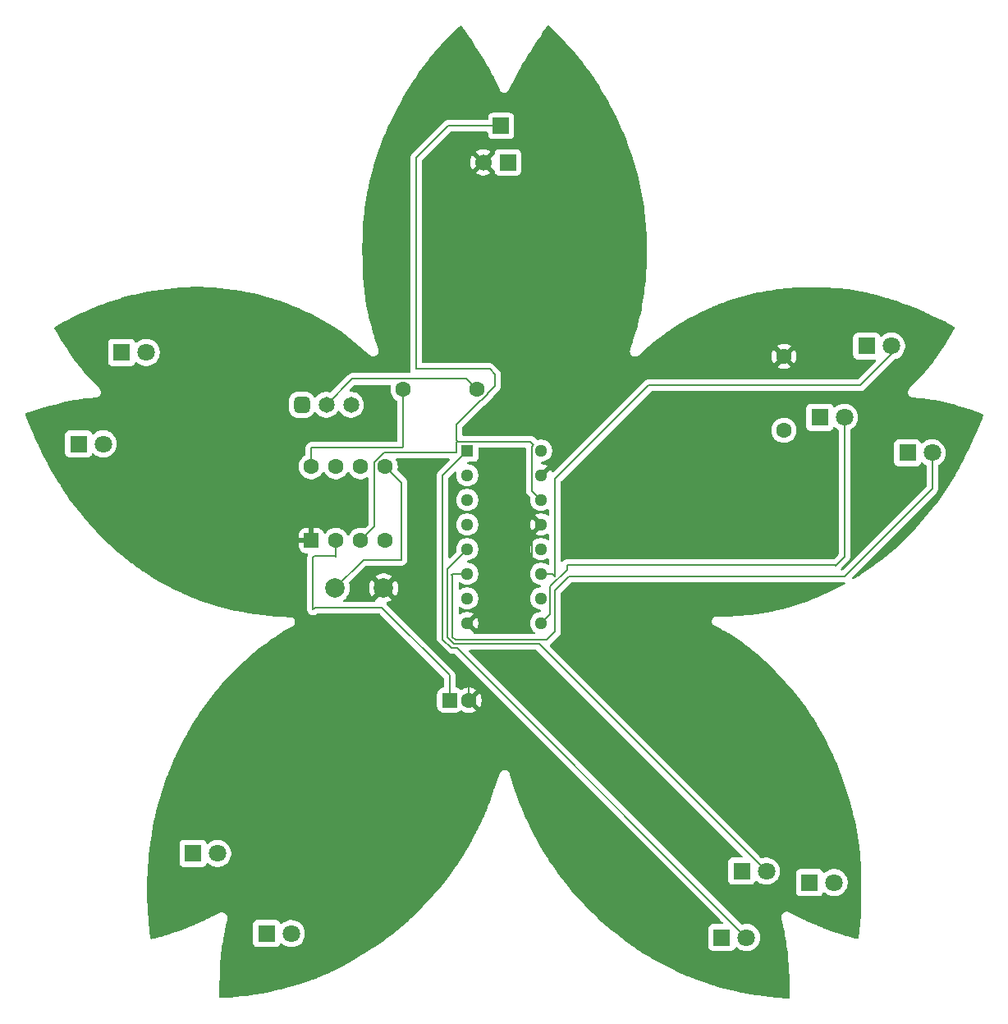
<source format=gbr>
%TF.GenerationSoftware,KiCad,Pcbnew,9.0.7*%
%TF.CreationDate,2026-02-10T20:55:20-08:00*%
%TF.ProjectId,Blinky,426c696e-6b79-42e6-9b69-6361645f7063,rev?*%
%TF.SameCoordinates,Original*%
%TF.FileFunction,Copper,L2,Bot*%
%TF.FilePolarity,Positive*%
%FSLAX46Y46*%
G04 Gerber Fmt 4.6, Leading zero omitted, Abs format (unit mm)*
G04 Created by KiCad (PCBNEW 9.0.7) date 2026-02-10 20:55:20*
%MOMM*%
%LPD*%
G01*
G04 APERTURE LIST*
G04 Aperture macros list*
%AMRoundRect*
0 Rectangle with rounded corners*
0 $1 Rounding radius*
0 $2 $3 $4 $5 $6 $7 $8 $9 X,Y pos of 4 corners*
0 Add a 4 corners polygon primitive as box body*
4,1,4,$2,$3,$4,$5,$6,$7,$8,$9,$2,$3,0*
0 Add four circle primitives for the rounded corners*
1,1,$1+$1,$2,$3*
1,1,$1+$1,$4,$5*
1,1,$1+$1,$6,$7*
1,1,$1+$1,$8,$9*
0 Add four rect primitives between the rounded corners*
20,1,$1+$1,$2,$3,$4,$5,0*
20,1,$1+$1,$4,$5,$6,$7,0*
20,1,$1+$1,$6,$7,$8,$9,0*
20,1,$1+$1,$8,$9,$2,$3,0*%
G04 Aperture macros list end*
%TA.AperFunction,ComponentPad*%
%ADD10R,1.800000X1.800000*%
%TD*%
%TA.AperFunction,ComponentPad*%
%ADD11C,1.800000*%
%TD*%
%TA.AperFunction,ComponentPad*%
%ADD12C,1.600000*%
%TD*%
%TA.AperFunction,ComponentPad*%
%ADD13RoundRect,0.250000X0.550000X-0.550000X0.550000X0.550000X-0.550000X0.550000X-0.550000X-0.550000X0*%
%TD*%
%TA.AperFunction,ComponentPad*%
%ADD14RoundRect,0.412500X-0.412500X-0.412500X0.412500X-0.412500X0.412500X0.412500X-0.412500X0.412500X0*%
%TD*%
%TA.AperFunction,ComponentPad*%
%ADD15C,1.650000*%
%TD*%
%TA.AperFunction,ComponentPad*%
%ADD16R,1.700000X1.700000*%
%TD*%
%TA.AperFunction,ComponentPad*%
%ADD17C,1.700000*%
%TD*%
%TA.AperFunction,ComponentPad*%
%ADD18C,2.000000*%
%TD*%
%TA.AperFunction,ComponentPad*%
%ADD19RoundRect,0.250000X-0.550000X-0.550000X0.550000X-0.550000X0.550000X0.550000X-0.550000X0.550000X0*%
%TD*%
%TA.AperFunction,ComponentPad*%
%ADD20R,1.295400X1.295400*%
%TD*%
%TA.AperFunction,ComponentPad*%
%ADD21C,1.295400*%
%TD*%
%TA.AperFunction,Conductor*%
%ADD22C,0.200000*%
%TD*%
G04 APERTURE END LIST*
D10*
%TO.P,D4,1,K*%
%TO.N,Net-(D10-K)*%
X184320000Y-90830000D03*
D11*
%TO.P,D4,2,A*%
%TO.N,Net-(D4-A)*%
X186860000Y-90830000D03*
%TD*%
D12*
%TO.P,R3,1*%
%TO.N,Net-(D10-K)*%
X180630000Y-92180000D03*
%TO.P,R3,2*%
%TO.N,GND*%
X180630000Y-84560000D03*
%TD*%
D10*
%TO.P,D5,1,K*%
%TO.N,Net-(D10-K)*%
X193370000Y-94500000D03*
D11*
%TO.P,D5,2,A*%
%TO.N,Net-(D5-A)*%
X195910000Y-94500000D03*
%TD*%
D13*
%TO.P,U1,1,GND*%
%TO.N,GND*%
X131880000Y-103540000D03*
D12*
%TO.P,U1,2,TRIG*%
%TO.N,TR*%
X134420000Y-103540000D03*
%TO.P,U1,3,OUT*%
%TO.N,OUT*%
X136960000Y-103540000D03*
%TO.P,U1,4,~{RST}*%
%TO.N,+5V*%
X139500000Y-103540000D03*
%TO.P,U1,5,CONT*%
%TO.N,Net-(U1-CONT)*%
X139500000Y-95920000D03*
%TO.P,U1,6,THRES*%
%TO.N,TR*%
X136960000Y-95920000D03*
%TO.P,U1,7,DISCH*%
%TO.N,Net-(U1-DISCH)*%
X134420000Y-95920000D03*
%TO.P,U1,8,VCC*%
%TO.N,+5V*%
X131880000Y-95920000D03*
%TD*%
D14*
%TO.P,RV1,1,1*%
%TO.N,Net-(U1-DISCH)*%
X130890000Y-89550000D03*
D15*
%TO.P,RV1,2,2*%
X133430000Y-89550000D03*
%TO.P,RV1,3,3*%
%TO.N,TR*%
X135970000Y-89550000D03*
%TD*%
D10*
%TO.P,D8,1,K*%
%TO.N,Net-(D10-K)*%
X183260000Y-138800000D03*
D11*
%TO.P,D8,2,A*%
%TO.N,Net-(D8-A)*%
X185800000Y-138800000D03*
%TD*%
D10*
%TO.P,D9,1,K*%
%TO.N,Net-(D10-K)*%
X127270000Y-144070000D03*
D11*
%TO.P,D9,2,A*%
%TO.N,Net-(D9-A)*%
X129810000Y-144070000D03*
%TD*%
D16*
%TO.P,J1,1,Pin_1*%
%TO.N,+5V*%
X152150000Y-64550000D03*
D17*
%TO.P,J1,2,Pin_2*%
%TO.N,GND*%
X149610000Y-64550000D03*
%TD*%
D10*
%TO.P,D10,1,K*%
%TO.N,Net-(D10-K)*%
X119670000Y-135810000D03*
D11*
%TO.P,D10,2,A*%
%TO.N,Net-(D10-A)*%
X122210000Y-135810000D03*
%TD*%
D16*
%TO.P,J2,1,Pin_1*%
%TO.N,OUT*%
X151450000Y-60800000D03*
%TD*%
D18*
%TO.P,C2,1*%
%TO.N,Net-(U1-CONT)*%
X134330000Y-108440000D03*
%TO.P,C2,2*%
%TO.N,GND*%
X139330000Y-108440000D03*
%TD*%
D10*
%TO.P,D6,1,K*%
%TO.N,Net-(D10-K)*%
X176260000Y-137630000D03*
D11*
%TO.P,D6,2,A*%
%TO.N,Net-(D6-A)*%
X178800000Y-137630000D03*
%TD*%
D10*
%TO.P,D3,1,K*%
%TO.N,Net-(D10-K)*%
X189170000Y-83490000D03*
D11*
%TO.P,D3,2,A*%
%TO.N,Net-(D3-A)*%
X191710000Y-83490000D03*
%TD*%
D10*
%TO.P,D12,1,K*%
%TO.N,Net-(D10-K)*%
X112320000Y-84140000D03*
D11*
%TO.P,D12,2,A*%
%TO.N,Net-(D12-A)*%
X114860000Y-84140000D03*
%TD*%
D19*
%TO.P,C1,1*%
%TO.N,TR*%
X146140000Y-120010000D03*
D12*
%TO.P,C1,2*%
%TO.N,GND*%
X148140000Y-120010000D03*
%TD*%
D10*
%TO.P,D7,1,K*%
%TO.N,Net-(D10-K)*%
X174220000Y-144470000D03*
D11*
%TO.P,D7,2,A*%
%TO.N,Net-(D7-A)*%
X176760000Y-144470000D03*
%TD*%
D12*
%TO.P,R2,1*%
%TO.N,+5V*%
X141350000Y-87980000D03*
%TO.P,R2,2*%
%TO.N,Net-(U1-DISCH)*%
X148970000Y-87980000D03*
%TD*%
D10*
%TO.P,D11,1,K*%
%TO.N,Net-(D10-K)*%
X107870000Y-93580000D03*
D11*
%TO.P,D11,2,A*%
%TO.N,Net-(D11-A)*%
X110410000Y-93580000D03*
%TD*%
D20*
%TO.P,U2,1,Q5*%
%TO.N,Net-(D7-A)*%
X147960000Y-94280000D03*
D21*
%TO.P,U2,2,Q1*%
%TO.N,Net-(D11-A)*%
X147960000Y-96820000D03*
%TO.P,U2,3,Q0*%
%TO.N,Net-(D12-A)*%
X147960000Y-99360000D03*
%TO.P,U2,4,Q2*%
%TO.N,Net-(D10-A)*%
X147960000Y-101900000D03*
%TO.P,U2,5,Q6*%
%TO.N,Net-(D6-A)*%
X147960000Y-104440000D03*
%TO.P,U2,6,Q7*%
%TO.N,Net-(D5-A)*%
X147960000Y-106980000D03*
%TO.P,U2,7,Q3*%
%TO.N,Net-(D9-A)*%
X147960000Y-109520000D03*
%TO.P,U2,8,VSS*%
%TO.N,GND*%
X147960000Y-112060000D03*
%TO.P,U2,9,Q8*%
%TO.N,Net-(D4-A)*%
X155580000Y-112060000D03*
%TO.P,U2,10,Q4*%
%TO.N,Net-(D8-A)*%
X155580000Y-109520000D03*
%TO.P,U2,11,Q9*%
%TO.N,Net-(D3-A)*%
X155580000Y-106980000D03*
%TO.P,U2,12,Cout*%
%TO.N,unconnected-(U2-Cout-Pad12)*%
X155580000Y-104440000D03*
%TO.P,U2,13,CKEN*%
%TO.N,GND*%
X155580000Y-101900000D03*
%TO.P,U2,14,CLK*%
%TO.N,OUT*%
X155580000Y-99360000D03*
%TO.P,U2,15,Reset*%
%TO.N,GND*%
X155580000Y-96820000D03*
%TO.P,U2,16,VDD*%
%TO.N,+5V*%
X155580000Y-94280000D03*
%TD*%
D22*
%TO.N,+5V*%
X141350000Y-87980000D02*
X141350000Y-93870000D01*
X131880000Y-93980000D02*
X131880000Y-95920000D01*
X141350000Y-93870000D02*
X141240000Y-93980000D01*
X141240000Y-93980000D02*
X131880000Y-93980000D01*
%TO.N,GND*%
X154631300Y-105388700D02*
X154631300Y-102848700D01*
X148140000Y-120010000D02*
X148140000Y-117250000D01*
X147960000Y-112060000D02*
X154631300Y-105388700D01*
X148140000Y-117250000D02*
X139330000Y-108440000D01*
X154631300Y-102848700D02*
X155580000Y-101900000D01*
%TO.N,TR*%
X134420000Y-105190000D02*
X134420000Y-103540000D01*
X139170000Y-110470000D02*
X132240000Y-110470000D01*
X146140000Y-117440000D02*
X139170000Y-110470000D01*
X132180000Y-105170000D02*
X134400000Y-105170000D01*
X132240000Y-110470000D02*
X132060000Y-110650000D01*
X132060000Y-110650000D02*
X132060000Y-105290000D01*
X134400000Y-105170000D02*
X134420000Y-105190000D01*
X146140000Y-120010000D02*
X146140000Y-117440000D01*
X132060000Y-105290000D02*
X132180000Y-105170000D01*
%TO.N,Net-(U1-CONT)*%
X141170000Y-105520000D02*
X141170000Y-97590000D01*
X137250000Y-105520000D02*
X141170000Y-105520000D01*
X134330000Y-108440000D02*
X137250000Y-105520000D01*
X141170000Y-97590000D02*
X139500000Y-95920000D01*
%TO.N,Net-(U1-DISCH)*%
X133430000Y-89550000D02*
X136101000Y-86879000D01*
X147869000Y-86879000D02*
X148970000Y-87980000D01*
X136101000Y-86879000D02*
X147869000Y-86879000D01*
%TO.N,Net-(D3-A)*%
X191710000Y-83490000D02*
X191710000Y-84340000D01*
X191710000Y-84340000D02*
X188530000Y-87520000D01*
X157000000Y-107220000D02*
X156760000Y-106980000D01*
X188530000Y-87520000D02*
X166680000Y-87520000D01*
X157000000Y-97200000D02*
X157000000Y-107220000D01*
X166680000Y-87520000D02*
X157000000Y-97200000D01*
X156760000Y-106980000D02*
X155580000Y-106980000D01*
%TO.N,Net-(D4-A)*%
X185930000Y-106150000D02*
X185870000Y-106090000D01*
X186860000Y-90830000D02*
X186860000Y-105220000D01*
X158250000Y-106537100D02*
X156528700Y-108258400D01*
X185870000Y-106090000D02*
X158250000Y-106090000D01*
X158250000Y-106090000D02*
X158250000Y-106537100D01*
X156528700Y-111111300D02*
X155580000Y-112060000D01*
X156528700Y-108258400D02*
X156528700Y-111111300D01*
X186860000Y-105220000D02*
X185930000Y-106150000D01*
%TO.N,Net-(D5-A)*%
X146450000Y-113520000D02*
X146450000Y-107160000D01*
X157000000Y-112940000D02*
X156130000Y-113810000D01*
X156130000Y-113810000D02*
X146740000Y-113810000D01*
X157000000Y-108680000D02*
X157000000Y-112940000D01*
X186910000Y-107220000D02*
X158460000Y-107220000D01*
X158460000Y-107220000D02*
X157000000Y-108680000D01*
X146740000Y-113810000D02*
X146450000Y-113520000D01*
X146340000Y-107050000D02*
X146410000Y-106980000D01*
X146410000Y-106980000D02*
X147960000Y-106980000D01*
X195910000Y-98220000D02*
X186910000Y-107220000D01*
X146450000Y-107160000D02*
X146340000Y-107050000D01*
X195910000Y-94500000D02*
X195910000Y-98220000D01*
%TO.N,Net-(D6-A)*%
X155381000Y-114211000D02*
X146573900Y-114211000D01*
X178800000Y-137630000D02*
X155381000Y-114211000D01*
X145880000Y-113517100D02*
X145880000Y-106520000D01*
X146573900Y-114211000D02*
X145880000Y-113517100D01*
X145880000Y-106520000D02*
X147960000Y-104440000D01*
%TO.N,Net-(D7-A)*%
X145409000Y-113726100D02*
X145409000Y-96831000D01*
X145409000Y-96831000D02*
X147960000Y-94280000D01*
X176760000Y-144470000D02*
X146902000Y-114612000D01*
X146902000Y-114612000D02*
X146294900Y-114612000D01*
X146294900Y-114612000D02*
X145409000Y-113726100D01*
%TO.N,OUT*%
X150071000Y-88436050D02*
X149426050Y-89081000D01*
X139412950Y-94450000D02*
X146810000Y-94450000D01*
X151450000Y-60800000D02*
X145970000Y-60800000D01*
X142660000Y-85830000D02*
X142700000Y-85870000D01*
X146850000Y-91570000D02*
X146850000Y-93170000D01*
X146992600Y-93350000D02*
X147011300Y-93331300D01*
X146830000Y-93350000D02*
X146992600Y-93350000D01*
X149339000Y-89081000D02*
X146850000Y-91570000D01*
X154631300Y-93887035D02*
X154631300Y-98411300D01*
X142660000Y-64110000D02*
X142660000Y-85830000D01*
X138399000Y-102101000D02*
X138399000Y-95463950D01*
X150820000Y-86420000D02*
X150820000Y-87600000D01*
X154631300Y-98411300D02*
X155580000Y-99360000D01*
X142700000Y-85870000D02*
X150270000Y-85870000D01*
X146850000Y-93170000D02*
X147011300Y-93331300D01*
X146810000Y-94450000D02*
X146810000Y-93370000D01*
X145970000Y-60800000D02*
X142660000Y-64110000D01*
X154461300Y-93331300D02*
X154824168Y-93694168D01*
X146810000Y-93370000D02*
X146830000Y-93350000D01*
X147011300Y-93331300D02*
X154461300Y-93331300D01*
X154824168Y-93694168D02*
X154631300Y-93887035D01*
X150270000Y-85870000D02*
X150820000Y-86420000D01*
X136960000Y-103540000D02*
X138399000Y-102101000D01*
X138399000Y-95463950D02*
X139412950Y-94450000D01*
X150071000Y-88349000D02*
X150071000Y-88436050D01*
X150820000Y-87600000D02*
X150071000Y-88349000D01*
X149426050Y-89081000D02*
X149339000Y-89081000D01*
%TD*%
%TA.AperFunction,Conductor*%
%TO.N,GND*%
G36*
X156434261Y-50423724D02*
G01*
X156439942Y-50429367D01*
X156986524Y-51008546D01*
X156986848Y-51008890D01*
X157727514Y-51799740D01*
X157727965Y-51800225D01*
X158074954Y-52174710D01*
X158075521Y-52175326D01*
X158419810Y-52551972D01*
X158420373Y-52552592D01*
X158762365Y-52931837D01*
X158762924Y-52932461D01*
X159102130Y-53313760D01*
X159102813Y-53314534D01*
X159215852Y-53443751D01*
X159215927Y-53443836D01*
X159216594Y-53444606D01*
X159328285Y-53574862D01*
X159328999Y-53575704D01*
X159439321Y-53706963D01*
X159440089Y-53707885D01*
X159546999Y-53837665D01*
X159549260Y-53840409D01*
X159550001Y-53841319D01*
X159611538Y-53917536D01*
X159657943Y-53975012D01*
X159658706Y-53975967D01*
X159765276Y-54110656D01*
X159766027Y-54111614D01*
X159871427Y-54247545D01*
X159872168Y-54248511D01*
X159975895Y-54385032D01*
X159976771Y-54386199D01*
X160033322Y-54462489D01*
X160247497Y-54751422D01*
X160248513Y-54752812D01*
X160514068Y-55121652D01*
X160515061Y-55123053D01*
X160775548Y-55495631D01*
X160776521Y-55497043D01*
X161032174Y-55873693D01*
X161033125Y-55875115D01*
X161283747Y-56255547D01*
X161284678Y-56256981D01*
X161530303Y-56641253D01*
X161531211Y-56642696D01*
X161771748Y-57030666D01*
X161772636Y-57032120D01*
X162008046Y-57423728D01*
X162008911Y-57425190D01*
X162239288Y-57820596D01*
X162240131Y-57822066D01*
X162465241Y-58220865D01*
X162466063Y-58222344D01*
X162685884Y-58624494D01*
X162686684Y-58625981D01*
X162901185Y-59031421D01*
X162901963Y-59032917D01*
X163111079Y-59441525D01*
X163111836Y-59443029D01*
X163315580Y-59854831D01*
X163316315Y-59856343D01*
X163338512Y-59902780D01*
X163506987Y-60255245D01*
X163514591Y-60271152D01*
X163515305Y-60272671D01*
X163708178Y-60690626D01*
X163708877Y-60692169D01*
X163892237Y-61104209D01*
X163892870Y-61105659D01*
X164070700Y-61520560D01*
X164071324Y-61522044D01*
X164243462Y-61939421D01*
X164244101Y-61940999D01*
X164410641Y-62361074D01*
X164411256Y-62362659D01*
X164572088Y-62785151D01*
X164572681Y-62786742D01*
X164727839Y-63211745D01*
X164728410Y-63213342D01*
X164877884Y-63640836D01*
X164878432Y-63642439D01*
X165022045Y-64071915D01*
X165022605Y-64073631D01*
X165154171Y-64486992D01*
X165154738Y-64488820D01*
X165279907Y-64904156D01*
X165280444Y-64905991D01*
X165399239Y-65323368D01*
X165399748Y-65325208D01*
X165512176Y-65744633D01*
X165512655Y-65746479D01*
X165618650Y-66167705D01*
X165619101Y-66169556D01*
X165718702Y-66592741D01*
X165719124Y-66594597D01*
X165812257Y-67019440D01*
X165812650Y-67021301D01*
X165899375Y-67448118D01*
X165899721Y-67449886D01*
X165981372Y-67883958D01*
X165981675Y-67885632D01*
X166057411Y-68321056D01*
X166057691Y-68322734D01*
X166127494Y-68759451D01*
X166127750Y-68761130D01*
X166191543Y-69198627D01*
X166191777Y-69200310D01*
X166249612Y-69638948D01*
X166249822Y-69640632D01*
X166301650Y-70080044D01*
X166301838Y-70081731D01*
X166347670Y-70522038D01*
X166347834Y-70523726D01*
X166387654Y-70964778D01*
X166387794Y-70966461D01*
X166421709Y-71409402D01*
X166421826Y-71411079D01*
X166449740Y-71854504D01*
X166449834Y-71856181D01*
X166471732Y-72299828D01*
X166471804Y-72301506D01*
X166487702Y-72745685D01*
X166487750Y-72747363D01*
X166497626Y-73191474D01*
X166497652Y-73193153D01*
X166501515Y-73637462D01*
X166501519Y-73639141D01*
X166499364Y-74083643D01*
X166499344Y-74085322D01*
X166491171Y-74529782D01*
X166491128Y-74531474D01*
X166477112Y-74968763D01*
X166477046Y-74970466D01*
X166457024Y-75407489D01*
X166456934Y-75409192D01*
X166430913Y-75845770D01*
X166430800Y-75847471D01*
X166398791Y-76283473D01*
X166398655Y-76285173D01*
X166360645Y-76720776D01*
X166360485Y-76722475D01*
X166316492Y-77157440D01*
X166316308Y-77159137D01*
X166266351Y-77593279D01*
X166266144Y-77594975D01*
X166210237Y-78028197D01*
X166209994Y-78029979D01*
X166149945Y-78447491D01*
X166149662Y-78449357D01*
X166083330Y-78865498D01*
X166083019Y-78867361D01*
X166010404Y-79282175D01*
X166010064Y-79284033D01*
X165931171Y-79697513D01*
X165930802Y-79699369D01*
X165845654Y-80111385D01*
X165845257Y-80113235D01*
X165753857Y-80523787D01*
X165753431Y-80525634D01*
X165655791Y-80934642D01*
X165655336Y-80936484D01*
X165551101Y-81345317D01*
X165550782Y-81346541D01*
X165513905Y-81485255D01*
X165513740Y-81485871D01*
X165475672Y-81626152D01*
X165475503Y-81626767D01*
X165436812Y-81766498D01*
X165436641Y-81767111D01*
X165397340Y-81906263D01*
X165397089Y-81907138D01*
X165313896Y-82193640D01*
X165313558Y-82194783D01*
X165227872Y-82479618D01*
X165227525Y-82480755D01*
X165149143Y-82732536D01*
X165148785Y-82733664D01*
X165068436Y-82983342D01*
X165067934Y-82984869D01*
X165042852Y-83059478D01*
X165042194Y-83061385D01*
X165016258Y-83134571D01*
X165015568Y-83136469D01*
X164988465Y-83209165D01*
X164987742Y-83211056D01*
X164961639Y-83277724D01*
X164961514Y-83278041D01*
X164957604Y-83287945D01*
X164955850Y-83290380D01*
X164935693Y-83343457D01*
X164935378Y-83344257D01*
X164935158Y-83344538D01*
X164930590Y-83354707D01*
X164921298Y-83380108D01*
X164920224Y-83382938D01*
X164908993Y-83411457D01*
X164908674Y-83412514D01*
X164905877Y-83420349D01*
X164905627Y-83420716D01*
X164896858Y-83445621D01*
X164896688Y-83446100D01*
X164896676Y-83446116D01*
X164895828Y-83448435D01*
X164884425Y-83478467D01*
X164875911Y-83503575D01*
X164871430Y-83514577D01*
X164866419Y-83529905D01*
X164865013Y-83533967D01*
X164863223Y-83538861D01*
X164860975Y-83544280D01*
X164854964Y-83563379D01*
X164850757Y-83574392D01*
X164846824Y-83587382D01*
X164845112Y-83592614D01*
X164841753Y-83602157D01*
X164840756Y-83604685D01*
X164840234Y-83606308D01*
X164839358Y-83609805D01*
X164836921Y-83618186D01*
X164835292Y-83623362D01*
X164832380Y-83631954D01*
X164832378Y-83631960D01*
X164830511Y-83637463D01*
X164829898Y-83640030D01*
X164829461Y-83641599D01*
X164827544Y-83648467D01*
X164825974Y-83653650D01*
X164823161Y-83662258D01*
X164823158Y-83662267D01*
X164821348Y-83667803D01*
X164820776Y-83670314D01*
X164818480Y-83678903D01*
X164816968Y-83684099D01*
X164814294Y-83692597D01*
X164814291Y-83692608D01*
X164812496Y-83698308D01*
X164811954Y-83700824D01*
X164809782Y-83709326D01*
X164808322Y-83714563D01*
X164805664Y-83723343D01*
X164803731Y-83728993D01*
X164799994Y-83744645D01*
X164799334Y-83747280D01*
X164798908Y-83748903D01*
X164796392Y-83757560D01*
X164796370Y-83758589D01*
X164794401Y-83766102D01*
X164793391Y-83767778D01*
X164791178Y-83776510D01*
X164790935Y-83777187D01*
X164786014Y-83799867D01*
X164784636Y-83805561D01*
X164782439Y-83813787D01*
X164781140Y-83818649D01*
X164779369Y-83824530D01*
X164776885Y-83837245D01*
X164776540Y-83838947D01*
X164775990Y-83841565D01*
X164773841Y-83849977D01*
X164773860Y-83851706D01*
X164772215Y-83859545D01*
X164771326Y-83861200D01*
X164769212Y-83871064D01*
X164768638Y-83872898D01*
X164767310Y-83880533D01*
X164765759Y-83888058D01*
X164763963Y-83895584D01*
X164763662Y-83898482D01*
X164758140Y-83920017D01*
X164759146Y-83920293D01*
X164756996Y-83928124D01*
X164756784Y-83929663D01*
X164750558Y-83954879D01*
X164750527Y-83954967D01*
X164750526Y-83954970D01*
X164750404Y-83956403D01*
X164749280Y-83965534D01*
X164747937Y-83973875D01*
X164745486Y-83981929D01*
X164745178Y-83991023D01*
X164743937Y-83998739D01*
X164742994Y-84000715D01*
X164741927Y-84008332D01*
X164741861Y-84008914D01*
X164741882Y-84010120D01*
X164740844Y-84028399D01*
X164740333Y-84032281D01*
X164739629Y-84035874D01*
X164739708Y-84037039D01*
X164739414Y-84039278D01*
X164739320Y-84040771D01*
X164739344Y-84042547D01*
X164739077Y-84049031D01*
X164738636Y-84049012D01*
X164738565Y-84052004D01*
X164738841Y-84052006D01*
X164738790Y-84060118D01*
X164738790Y-84060123D01*
X164738790Y-84060127D01*
X164738783Y-84061343D01*
X164738777Y-84062006D01*
X164738759Y-84063523D01*
X164739587Y-84079308D01*
X164739523Y-84083724D01*
X164739182Y-84087723D01*
X164739384Y-84088858D01*
X164739280Y-84089990D01*
X164739421Y-84090814D01*
X164739406Y-84091876D01*
X164740854Y-84113147D01*
X164741016Y-84114194D01*
X164740986Y-84115088D01*
X164741203Y-84116026D01*
X164741164Y-84116988D01*
X164742086Y-84121105D01*
X164742721Y-84125203D01*
X164742422Y-84127452D01*
X164744163Y-84142029D01*
X164744164Y-84142111D01*
X164744209Y-84142411D01*
X164744330Y-84143247D01*
X164744434Y-84143985D01*
X164744435Y-84143986D01*
X164747850Y-84160574D01*
X164748407Y-84164686D01*
X164748687Y-84168790D01*
X164749061Y-84169882D01*
X164749133Y-84171054D01*
X164749363Y-84171743D01*
X164749496Y-84172719D01*
X164754501Y-84194978D01*
X164754600Y-84195364D01*
X164754786Y-84196104D01*
X164755362Y-84198419D01*
X164760093Y-84213331D01*
X164761130Y-84217574D01*
X164761768Y-84221297D01*
X164762348Y-84222558D01*
X164762487Y-84223124D01*
X164762677Y-84224268D01*
X164762870Y-84224694D01*
X164763131Y-84225759D01*
X164763504Y-84226985D01*
X164769309Y-84244306D01*
X164770288Y-84246976D01*
X164770289Y-84246981D01*
X164770291Y-84246984D01*
X164770441Y-84247394D01*
X164770582Y-84247782D01*
X164772113Y-84252004D01*
X164778056Y-84265762D01*
X164779394Y-84269585D01*
X164780156Y-84272321D01*
X164780637Y-84273135D01*
X164781296Y-84275018D01*
X164784557Y-84282713D01*
X164788581Y-84291545D01*
X164790336Y-84295141D01*
X164790365Y-84295212D01*
X164794964Y-84304638D01*
X164801267Y-84315768D01*
X164803167Y-84319747D01*
X164803994Y-84321848D01*
X164804493Y-84322524D01*
X164805356Y-84324329D01*
X164807334Y-84327880D01*
X164807479Y-84328141D01*
X164807784Y-84328692D01*
X164807799Y-84328715D01*
X164811304Y-84335009D01*
X164811208Y-84335062D01*
X164813365Y-84338722D01*
X164813462Y-84338663D01*
X164818148Y-84346184D01*
X164820861Y-84350538D01*
X164820880Y-84350568D01*
X164821677Y-84351847D01*
X164821764Y-84351967D01*
X164826560Y-84359574D01*
X164826400Y-84359674D01*
X164828182Y-84362358D01*
X164828340Y-84362248D01*
X164834265Y-84370731D01*
X164834270Y-84370737D01*
X164836600Y-84374074D01*
X164837070Y-84374747D01*
X164837172Y-84374873D01*
X164843238Y-84383417D01*
X164843025Y-84383567D01*
X164844420Y-84385440D01*
X164844630Y-84385277D01*
X164851633Y-84394252D01*
X164853680Y-84396874D01*
X164853686Y-84396882D01*
X164853883Y-84397134D01*
X164853976Y-84397238D01*
X164861163Y-84406268D01*
X164860906Y-84406472D01*
X164861886Y-84407649D01*
X164862135Y-84407434D01*
X164870660Y-84417238D01*
X164870661Y-84417238D01*
X164871863Y-84418620D01*
X164871877Y-84418634D01*
X164880620Y-84428446D01*
X164880330Y-84428703D01*
X164880859Y-84429272D01*
X164881141Y-84428999D01*
X164886799Y-84434834D01*
X164886801Y-84434837D01*
X164886803Y-84434838D01*
X164890359Y-84438506D01*
X164890374Y-84438522D01*
X164891415Y-84439596D01*
X164891472Y-84439647D01*
X164900859Y-84449092D01*
X164900580Y-84449368D01*
X164901142Y-84449910D01*
X164901410Y-84449621D01*
X164911755Y-84459190D01*
X164911775Y-84459209D01*
X164912241Y-84459641D01*
X164919586Y-84466248D01*
X164923051Y-84468921D01*
X164928207Y-84473376D01*
X164929157Y-84474399D01*
X164930013Y-84474936D01*
X164934517Y-84478828D01*
X164945204Y-84487430D01*
X164944929Y-84487771D01*
X164945138Y-84487932D01*
X164945399Y-84487580D01*
X164951927Y-84492408D01*
X164951930Y-84492411D01*
X164951932Y-84492412D01*
X164957647Y-84496639D01*
X164962910Y-84500403D01*
X164962915Y-84500408D01*
X164962920Y-84500411D01*
X164966230Y-84502778D01*
X164969227Y-84504590D01*
X164975084Y-84508577D01*
X164976030Y-84509394D01*
X164976902Y-84509815D01*
X164982630Y-84513715D01*
X164987518Y-84516813D01*
X164987523Y-84516818D01*
X164987528Y-84516820D01*
X164993886Y-84520851D01*
X165000519Y-84524707D01*
X165000524Y-84524711D01*
X165000528Y-84524712D01*
X165004963Y-84527291D01*
X165005133Y-84527373D01*
X165012677Y-84531498D01*
X165013450Y-84532073D01*
X165014454Y-84532470D01*
X165021169Y-84536143D01*
X165021493Y-84536468D01*
X165031172Y-84541394D01*
X165031850Y-84541676D01*
X165039300Y-84545267D01*
X165040008Y-84545733D01*
X165040840Y-84546009D01*
X165048033Y-84549476D01*
X165048186Y-84549615D01*
X165052604Y-84551565D01*
X165052606Y-84551567D01*
X165052608Y-84551567D01*
X165057281Y-84553631D01*
X165059484Y-84554415D01*
X165066714Y-84557459D01*
X165067766Y-84558069D01*
X165068859Y-84558363D01*
X165076621Y-84561632D01*
X165076643Y-84561650D01*
X165085396Y-84564935D01*
X165088487Y-84565851D01*
X165095425Y-84568367D01*
X165096426Y-84568872D01*
X165097339Y-84569062D01*
X165103510Y-84571300D01*
X165113126Y-84574308D01*
X165117688Y-84575395D01*
X165124383Y-84577436D01*
X165125692Y-84578003D01*
X165126762Y-84578161D01*
X165132406Y-84579882D01*
X165141965Y-84582283D01*
X165147416Y-84583266D01*
X165153988Y-84584884D01*
X165155474Y-84585428D01*
X165156603Y-84585528D01*
X165161847Y-84586820D01*
X165166357Y-84587685D01*
X165166364Y-84587688D01*
X165166371Y-84587688D01*
X165170797Y-84588538D01*
X165177489Y-84589366D01*
X165183899Y-84590580D01*
X165185685Y-84591118D01*
X165186938Y-84591156D01*
X165191994Y-84592114D01*
X165196317Y-84592689D01*
X165196323Y-84592691D01*
X165196328Y-84592691D01*
X165204390Y-84593764D01*
X165204305Y-84594396D01*
X165205240Y-84594509D01*
X165205311Y-84593860D01*
X165213394Y-84594742D01*
X165213395Y-84594743D01*
X165213395Y-84594742D01*
X165220418Y-84595510D01*
X165226771Y-84595982D01*
X165226775Y-84595983D01*
X165226778Y-84595982D01*
X165229942Y-84596218D01*
X165232334Y-84596192D01*
X165238087Y-84596394D01*
X165238973Y-84596571D01*
X165240409Y-84596476D01*
X165246664Y-84596697D01*
X165249066Y-84597495D01*
X165249265Y-84597503D01*
X165249268Y-84597373D01*
X165257396Y-84597503D01*
X165257399Y-84597504D01*
X165257401Y-84597503D01*
X165259095Y-84597531D01*
X165264203Y-84597228D01*
X165264578Y-84597286D01*
X165266173Y-84597111D01*
X165269251Y-84596929D01*
X165271152Y-84597366D01*
X165287602Y-84597201D01*
X165288095Y-84597245D01*
X165288685Y-84597141D01*
X165310415Y-84595288D01*
X165314331Y-84595299D01*
X165315664Y-84595388D01*
X165316081Y-84595304D01*
X165317805Y-84595310D01*
X165319472Y-84595172D01*
X165320381Y-84595036D01*
X165326896Y-84594383D01*
X165326947Y-84594897D01*
X165332841Y-84594283D01*
X165332776Y-84593681D01*
X165344946Y-84592365D01*
X165356906Y-84590522D01*
X165357067Y-84591570D01*
X165358069Y-84591417D01*
X165357909Y-84590362D01*
X165365941Y-84589143D01*
X165365949Y-84589143D01*
X165365955Y-84589141D01*
X165370174Y-84588501D01*
X165374176Y-84587705D01*
X165374181Y-84587705D01*
X165374185Y-84587703D01*
X165382165Y-84586117D01*
X165382383Y-84587216D01*
X165382968Y-84587101D01*
X165382955Y-84587061D01*
X165383063Y-84587024D01*
X165382858Y-84585973D01*
X165390835Y-84584410D01*
X165390838Y-84584410D01*
X165390840Y-84584409D01*
X165395170Y-84583561D01*
X165399263Y-84582560D01*
X165399268Y-84582560D01*
X165399272Y-84582558D01*
X165407174Y-84580627D01*
X165407180Y-84580654D01*
X165407714Y-84580485D01*
X165415275Y-84578667D01*
X165415281Y-84578667D01*
X165415285Y-84578665D01*
X165419834Y-84577572D01*
X165424007Y-84576358D01*
X165424010Y-84576358D01*
X165424012Y-84576356D01*
X165431818Y-84574087D01*
X165431827Y-84574120D01*
X165432425Y-84573901D01*
X165439512Y-84571874D01*
X165439520Y-84571873D01*
X165439527Y-84571869D01*
X165444195Y-84570535D01*
X165448558Y-84569058D01*
X165448564Y-84569057D01*
X165448568Y-84569054D01*
X165456273Y-84566447D01*
X165456287Y-84566491D01*
X165457016Y-84566190D01*
X165468077Y-84562517D01*
X165472510Y-84560801D01*
X165472515Y-84560800D01*
X165472519Y-84560797D01*
X165480107Y-84557861D01*
X165480126Y-84557911D01*
X165480887Y-84557554D01*
X165486784Y-84555313D01*
X165486795Y-84555311D01*
X165486804Y-84555305D01*
X165491637Y-84553470D01*
X165496104Y-84551516D01*
X165496106Y-84551516D01*
X165496107Y-84551515D01*
X165503556Y-84548258D01*
X165503576Y-84548304D01*
X165504211Y-84547967D01*
X165509632Y-84545631D01*
X165509722Y-84545606D01*
X165509804Y-84545557D01*
X165515078Y-84543285D01*
X165526575Y-84537659D01*
X165526595Y-84537701D01*
X165527116Y-84537393D01*
X165532012Y-84535024D01*
X165532153Y-84534979D01*
X165532283Y-84534893D01*
X165537928Y-84532164D01*
X165548920Y-84526195D01*
X165548959Y-84526266D01*
X165549321Y-84525977D01*
X165554050Y-84523430D01*
X165554242Y-84523359D01*
X165554422Y-84523230D01*
X165560277Y-84520078D01*
X165563828Y-84517947D01*
X165563833Y-84517946D01*
X165563836Y-84517943D01*
X165570433Y-84513987D01*
X165571503Y-84513352D01*
X165575651Y-84510919D01*
X165575656Y-84510918D01*
X165575659Y-84510915D01*
X165580673Y-84507976D01*
X165585187Y-84505002D01*
X165585191Y-84505001D01*
X165585194Y-84504998D01*
X165588831Y-84502603D01*
X165590165Y-84501619D01*
X165590211Y-84501599D01*
X165590361Y-84501475D01*
X165592984Y-84499543D01*
X165594259Y-84499078D01*
X165597124Y-84497295D01*
X165597136Y-84497315D01*
X165601790Y-84494194D01*
X165612725Y-84486309D01*
X165612821Y-84486442D01*
X165625659Y-84476767D01*
X165626269Y-84476406D01*
X165626274Y-84476401D01*
X165632660Y-84471377D01*
X165632765Y-84471511D01*
X165645154Y-84461336D01*
X165645725Y-84460964D01*
X165645728Y-84460959D01*
X165645730Y-84460959D01*
X165647286Y-84459626D01*
X165649226Y-84457682D01*
X179330000Y-84457682D01*
X179330000Y-84662317D01*
X179362009Y-84864417D01*
X179425244Y-85059031D01*
X179518141Y-85241350D01*
X179518147Y-85241359D01*
X179550523Y-85285921D01*
X179550524Y-85285922D01*
X180230000Y-84606446D01*
X180230000Y-84612661D01*
X180257259Y-84714394D01*
X180309920Y-84805606D01*
X180384394Y-84880080D01*
X180475606Y-84932741D01*
X180577339Y-84960000D01*
X180583553Y-84960000D01*
X179904076Y-85639474D01*
X179948650Y-85671859D01*
X180130968Y-85764755D01*
X180325582Y-85827990D01*
X180527683Y-85860000D01*
X180732317Y-85860000D01*
X180934417Y-85827990D01*
X181129031Y-85764755D01*
X181311349Y-85671859D01*
X181355921Y-85639474D01*
X180676447Y-84960000D01*
X180682661Y-84960000D01*
X180784394Y-84932741D01*
X180875606Y-84880080D01*
X180950080Y-84805606D01*
X181002741Y-84714394D01*
X181030000Y-84612661D01*
X181030000Y-84606448D01*
X181709474Y-85285922D01*
X181709474Y-85285921D01*
X181741859Y-85241349D01*
X181834755Y-85059031D01*
X181897990Y-84864417D01*
X181930000Y-84662317D01*
X181930000Y-84457682D01*
X181897990Y-84255582D01*
X181834755Y-84060968D01*
X181741859Y-83878650D01*
X181709474Y-83834077D01*
X181709474Y-83834076D01*
X181030000Y-84513551D01*
X181030000Y-84507339D01*
X181002741Y-84405606D01*
X180950080Y-84314394D01*
X180875606Y-84239920D01*
X180784394Y-84187259D01*
X180682661Y-84160000D01*
X180676446Y-84160000D01*
X181355922Y-83480524D01*
X181355921Y-83480523D01*
X181311359Y-83448147D01*
X181311350Y-83448141D01*
X181129031Y-83355244D01*
X180934417Y-83292009D01*
X180732317Y-83260000D01*
X180527683Y-83260000D01*
X180325582Y-83292009D01*
X180130968Y-83355244D01*
X179948644Y-83448143D01*
X179904077Y-83480523D01*
X179904077Y-83480524D01*
X180583554Y-84160000D01*
X180577339Y-84160000D01*
X180475606Y-84187259D01*
X180384394Y-84239920D01*
X180309920Y-84314394D01*
X180257259Y-84405606D01*
X180230000Y-84507339D01*
X180230000Y-84513553D01*
X179550524Y-83834077D01*
X179550523Y-83834077D01*
X179518143Y-83878644D01*
X179425244Y-84060968D01*
X179362009Y-84255582D01*
X179330000Y-84457682D01*
X165649226Y-84457682D01*
X165652986Y-84453914D01*
X165658236Y-84449182D01*
X165664620Y-84444630D01*
X165668463Y-84439966D01*
X165675287Y-84433818D01*
X165677175Y-84432910D01*
X165682169Y-84428054D01*
X165682684Y-84427655D01*
X165682686Y-84427651D01*
X165682691Y-84427648D01*
X165686476Y-84423812D01*
X165696130Y-84415810D01*
X165696025Y-84415691D01*
X165702122Y-84410308D01*
X165702124Y-84410308D01*
X165711610Y-84401934D01*
X165714898Y-84399134D01*
X165724647Y-84391124D01*
X165724649Y-84391120D01*
X165726691Y-84389443D01*
X165731102Y-84385190D01*
X165737147Y-84379936D01*
X165737891Y-84379558D01*
X165746518Y-84371792D01*
X165747314Y-84371101D01*
X165747370Y-84371075D01*
X165748815Y-84369818D01*
X165751534Y-84367530D01*
X165760994Y-84359569D01*
X165761101Y-84359415D01*
X165764882Y-84355878D01*
X165765045Y-84355795D01*
X165765922Y-84354917D01*
X165773615Y-84347885D01*
X165780186Y-84342584D01*
X165782537Y-84340400D01*
X165782540Y-84340399D01*
X165786625Y-84336604D01*
X165789980Y-84333602D01*
X165797010Y-84327544D01*
X165797013Y-84327538D01*
X165799647Y-84325269D01*
X165799754Y-84325160D01*
X165804631Y-84320561D01*
X165804633Y-84320560D01*
X165815256Y-84310542D01*
X165818204Y-84307851D01*
X165821754Y-84304717D01*
X165824663Y-84302379D01*
X165825865Y-84301229D01*
X165829595Y-84297799D01*
X165833690Y-84294184D01*
X165838641Y-84288993D01*
X165839196Y-84288461D01*
X165841928Y-84285924D01*
X165842638Y-84285285D01*
X165846897Y-84281795D01*
X165848403Y-84280329D01*
X165848407Y-84280328D01*
X165849899Y-84278876D01*
X165853398Y-84275602D01*
X165855024Y-84274140D01*
X165855025Y-84274137D01*
X165856543Y-84272772D01*
X165860311Y-84268748D01*
X165860898Y-84268177D01*
X165863698Y-84265537D01*
X165864360Y-84264931D01*
X165868588Y-84261413D01*
X165870072Y-84259946D01*
X165870075Y-84259945D01*
X165872002Y-84258041D01*
X165873286Y-84256772D01*
X165876609Y-84253736D01*
X165877033Y-84253071D01*
X165882525Y-84247645D01*
X165885377Y-84244917D01*
X165885994Y-84244345D01*
X165890111Y-84240868D01*
X165891576Y-84239397D01*
X165891579Y-84239396D01*
X165893036Y-84237933D01*
X165896491Y-84234599D01*
X165898043Y-84233159D01*
X165898044Y-84233157D01*
X165899585Y-84231727D01*
X165903347Y-84227589D01*
X165903901Y-84227033D01*
X165906522Y-84224485D01*
X165907009Y-84224025D01*
X165907301Y-84223749D01*
X165912446Y-84219319D01*
X165913562Y-84218178D01*
X165913568Y-84218175D01*
X165917782Y-84213868D01*
X165919315Y-84212423D01*
X165919517Y-84212095D01*
X165926701Y-84204751D01*
X165929508Y-84201974D01*
X165940441Y-84191507D01*
X165940443Y-84191503D01*
X165942762Y-84189283D01*
X165948447Y-84183028D01*
X165961421Y-84170410D01*
X165961421Y-84170409D01*
X165963214Y-84168666D01*
X165966457Y-84164936D01*
X165968784Y-84162505D01*
X165971117Y-84160135D01*
X165982245Y-84149145D01*
X165982246Y-84149142D01*
X165984541Y-84146876D01*
X165990091Y-84140576D01*
X165997857Y-84132785D01*
X166000761Y-84130152D01*
X166002981Y-84127781D01*
X166002983Y-84127780D01*
X166023504Y-84105866D01*
X166025255Y-84104037D01*
X166042833Y-84086073D01*
X166044402Y-84084621D01*
X166045210Y-84083740D01*
X166048027Y-84080766D01*
X166048965Y-84079807D01*
X166050397Y-84078078D01*
X166067247Y-84059685D01*
X166069038Y-84057774D01*
X166089821Y-84036065D01*
X166089822Y-84036061D01*
X166090798Y-84035043D01*
X166098325Y-84025970D01*
X166132807Y-83989152D01*
X166132807Y-83989150D01*
X166134229Y-83987633D01*
X166141215Y-83979061D01*
X166198912Y-83916652D01*
X166200484Y-83914985D01*
X166267251Y-83845585D01*
X166268877Y-83843929D01*
X166336801Y-83776087D01*
X166338478Y-83774444D01*
X166407691Y-83708024D01*
X166409366Y-83706449D01*
X166479791Y-83641526D01*
X166481427Y-83640047D01*
X166553026Y-83576655D01*
X166554761Y-83575149D01*
X166627431Y-83513376D01*
X166629328Y-83511797D01*
X166639406Y-83503575D01*
X166704479Y-83450483D01*
X166705692Y-83449508D01*
X166985528Y-83227994D01*
X166986090Y-83227554D01*
X167269332Y-83007573D01*
X167270021Y-83007043D01*
X167554868Y-82790017D01*
X167555602Y-82789462D01*
X167842250Y-82575233D01*
X167843085Y-82574616D01*
X168151566Y-82348707D01*
X168152420Y-82348089D01*
X168462847Y-82125558D01*
X168463650Y-82124988D01*
X168776195Y-81905708D01*
X168776958Y-81905179D01*
X169090623Y-81689838D01*
X169091831Y-81689021D01*
X169356179Y-81512739D01*
X169357844Y-81511648D01*
X169623927Y-81340617D01*
X169625563Y-81339584D01*
X169894312Y-81173190D01*
X169895820Y-81172274D01*
X170167782Y-81010198D01*
X170169137Y-81009404D01*
X170453441Y-80845404D01*
X170454569Y-80844762D01*
X170741259Y-80683743D01*
X170742382Y-80683120D01*
X171030804Y-80525466D01*
X171031763Y-80524948D01*
X171321862Y-80370688D01*
X171322792Y-80370200D01*
X171614453Y-80219398D01*
X171615450Y-80218890D01*
X171908606Y-80071576D01*
X171909767Y-80071002D01*
X172204183Y-79927292D01*
X172205388Y-79926711D01*
X172501318Y-79786481D01*
X172502495Y-79785932D01*
X172788328Y-79654756D01*
X172789774Y-79654105D01*
X172950379Y-79582904D01*
X173076969Y-79526783D01*
X173078233Y-79526232D01*
X173366924Y-79402704D01*
X173368094Y-79402213D01*
X173658221Y-79282505D01*
X173659498Y-79281987D01*
X173950942Y-79166150D01*
X173952240Y-79165644D01*
X174245011Y-79053671D01*
X174246188Y-79053229D01*
X174540227Y-78945144D01*
X174541571Y-78944661D01*
X174836765Y-78840503D01*
X174838089Y-78840045D01*
X175137649Y-78738703D01*
X175139028Y-78738248D01*
X175439488Y-78640913D01*
X175440835Y-78640486D01*
X175742334Y-78547108D01*
X175743804Y-78546663D01*
X176046395Y-78457228D01*
X176047762Y-78456834D01*
X176351204Y-78371409D01*
X176352738Y-78370988D01*
X176403507Y-78357404D01*
X176657192Y-78289526D01*
X176658646Y-78289147D01*
X176964014Y-78211675D01*
X176965478Y-78211313D01*
X177272095Y-78137753D01*
X177273506Y-78137424D01*
X177599126Y-78063438D01*
X177600447Y-78063146D01*
X177927223Y-77992683D01*
X177928318Y-77992454D01*
X178255635Y-77925650D01*
X178256899Y-77925399D01*
X178584876Y-77862231D01*
X178586101Y-77862002D01*
X178914619Y-77802490D01*
X178915840Y-77802276D01*
X179245017Y-77746401D01*
X179246157Y-77746213D01*
X179575924Y-77693989D01*
X179577118Y-77693806D01*
X179907199Y-77645274D01*
X179908320Y-77645115D01*
X180141610Y-77613571D01*
X180143094Y-77613381D01*
X180376289Y-77584727D01*
X180377547Y-77584580D01*
X180611183Y-77558750D01*
X180612648Y-77558597D01*
X180846404Y-77535623D01*
X180847693Y-77535504D01*
X181081934Y-77515352D01*
X181083137Y-77515256D01*
X181317568Y-77497955D01*
X181318855Y-77497869D01*
X181553394Y-77483424D01*
X181554614Y-77483356D01*
X181788984Y-77471779D01*
X181790475Y-77471716D01*
X182359669Y-77451175D01*
X182361359Y-77451126D01*
X182930472Y-77438791D01*
X182932094Y-77438768D01*
X183501386Y-77434630D01*
X183503052Y-77434630D01*
X184072294Y-77438691D01*
X184073856Y-77438714D01*
X184633068Y-77450762D01*
X184634831Y-77450812D01*
X185193809Y-77470925D01*
X185195475Y-77470997D01*
X185714936Y-77497192D01*
X185754025Y-77499164D01*
X185755810Y-77499267D01*
X185832517Y-77504245D01*
X186314176Y-77535503D01*
X186315750Y-77535617D01*
X186531815Y-77552756D01*
X186533407Y-77552894D01*
X186749169Y-77573113D01*
X186750858Y-77573283D01*
X186966359Y-77596583D01*
X186967967Y-77596769D01*
X187183182Y-77623146D01*
X187184849Y-77623363D01*
X187344875Y-77645296D01*
X187399552Y-77652790D01*
X187401302Y-77653042D01*
X187615728Y-77685547D01*
X187617335Y-77685802D01*
X187831354Y-77721369D01*
X187833077Y-77721668D01*
X188046235Y-77760216D01*
X188048126Y-77760573D01*
X188103626Y-77771502D01*
X188579761Y-77865263D01*
X188581733Y-77865669D01*
X189097885Y-77976348D01*
X189111346Y-77979235D01*
X189113378Y-77979688D01*
X189641231Y-78102175D01*
X189643131Y-78102633D01*
X190169182Y-78234035D01*
X190171093Y-78234530D01*
X190618231Y-78354428D01*
X190685243Y-78372397D01*
X190687353Y-78372983D01*
X191199044Y-78519922D01*
X191201140Y-78520544D01*
X191355504Y-78567833D01*
X191710503Y-78676586D01*
X191712490Y-78677213D01*
X192219662Y-78842406D01*
X192221628Y-78843066D01*
X192579224Y-78966493D01*
X192732250Y-79019311D01*
X192734276Y-79020030D01*
X193242100Y-79205221D01*
X193244110Y-79205973D01*
X193301273Y-79227947D01*
X193749187Y-79400129D01*
X193751080Y-79400876D01*
X194253399Y-79604008D01*
X194255204Y-79604755D01*
X194776273Y-79825391D01*
X194777996Y-79826135D01*
X195190985Y-80008485D01*
X195296248Y-80054962D01*
X195297970Y-80055738D01*
X195494871Y-80146285D01*
X195813358Y-80292745D01*
X195814935Y-80293485D01*
X196328310Y-80539089D01*
X196329420Y-80539628D01*
X196948621Y-80844418D01*
X196949228Y-80844720D01*
X197341131Y-81041130D01*
X197567195Y-81154427D01*
X197568192Y-81154932D01*
X197643037Y-81193290D01*
X197644232Y-81193911D01*
X197718193Y-81232836D01*
X197719380Y-81233469D01*
X197792974Y-81273226D01*
X197794120Y-81273853D01*
X197867367Y-81314452D01*
X197868315Y-81314984D01*
X197941150Y-81356393D01*
X197942308Y-81357060D01*
X198014871Y-81399357D01*
X198016027Y-81400039D01*
X198087924Y-81442997D01*
X198089067Y-81443689D01*
X198159417Y-81486758D01*
X198160977Y-81487729D01*
X198180985Y-81500406D01*
X198196710Y-81510369D01*
X198198791Y-81511716D01*
X198219044Y-81525123D01*
X198264079Y-81578543D01*
X198273084Y-81647829D01*
X198256511Y-81693005D01*
X198007372Y-82102215D01*
X198007029Y-82102775D01*
X197648639Y-82684469D01*
X197648236Y-82685119D01*
X197463963Y-82980117D01*
X197463491Y-82980866D01*
X197277486Y-83273959D01*
X197277008Y-83274706D01*
X197088881Y-83566509D01*
X197088398Y-83567254D01*
X196898555Y-83857139D01*
X196897945Y-83858061D01*
X196731133Y-84107889D01*
X196730386Y-84108994D01*
X196561301Y-84356422D01*
X196560542Y-84357520D01*
X196388977Y-84602865D01*
X196388205Y-84603957D01*
X196214165Y-84847211D01*
X196213340Y-84848350D01*
X196142185Y-84945457D01*
X196141305Y-84946643D01*
X196069170Y-85042668D01*
X196068277Y-85043843D01*
X195994992Y-85139018D01*
X195994082Y-85140185D01*
X195919097Y-85235200D01*
X195918435Y-85236031D01*
X195814315Y-85365664D01*
X195813919Y-85366155D01*
X195708333Y-85496252D01*
X195707934Y-85496740D01*
X195601804Y-85626157D01*
X195601403Y-85626644D01*
X195494447Y-85755723D01*
X195494047Y-85756203D01*
X195379290Y-85893286D01*
X195378888Y-85893764D01*
X195263392Y-86030326D01*
X195262988Y-86030801D01*
X195146805Y-86166782D01*
X195146397Y-86167258D01*
X195029659Y-86302499D01*
X195029187Y-86303042D01*
X194922252Y-86425482D01*
X194921736Y-86426068D01*
X194847198Y-86510284D01*
X194814224Y-86547538D01*
X194813679Y-86548149D01*
X194705527Y-86668726D01*
X194704980Y-86669332D01*
X194595124Y-86790198D01*
X194594849Y-86790499D01*
X193589394Y-87889447D01*
X193583123Y-87896302D01*
X193561043Y-87914168D01*
X193538833Y-87944709D01*
X193534127Y-87949853D01*
X193534125Y-87949853D01*
X193513339Y-87972574D01*
X193513338Y-87972577D01*
X193504519Y-87989547D01*
X193504518Y-87989546D01*
X193500233Y-87997792D01*
X193483539Y-88020752D01*
X193469995Y-88055987D01*
X193466783Y-88062170D01*
X193466781Y-88062177D01*
X193452576Y-88089516D01*
X193452574Y-88089521D01*
X193448451Y-88108182D01*
X193448452Y-88108183D01*
X193446449Y-88117253D01*
X193436261Y-88143763D01*
X193432297Y-88181322D01*
X193430795Y-88188123D01*
X193430793Y-88188125D01*
X193424152Y-88218198D01*
X193425000Y-88237296D01*
X193424438Y-88255801D01*
X193422432Y-88274815D01*
X193422432Y-88274822D01*
X193427236Y-88305241D01*
X193428324Y-88312130D01*
X193430001Y-88349855D01*
X193438559Y-88376930D01*
X193440009Y-88386104D01*
X193442992Y-88404985D01*
X193442993Y-88404988D01*
X193442994Y-88404990D01*
X193458340Y-88439497D01*
X193469725Y-88475509D01*
X193485001Y-88499447D01*
X193488773Y-88507929D01*
X193496471Y-88525237D01*
X193496545Y-88525403D01*
X193520303Y-88554767D01*
X193540618Y-88586600D01*
X193561568Y-88605768D01*
X193567408Y-88612986D01*
X193579433Y-88627848D01*
X193579435Y-88627850D01*
X193579436Y-88627851D01*
X193579438Y-88627853D01*
X193609982Y-88650063D01*
X193637847Y-88675558D01*
X193663053Y-88688655D01*
X193686022Y-88705357D01*
X193714766Y-88716404D01*
X193727444Y-88722113D01*
X193754785Y-88736319D01*
X193754788Y-88736320D01*
X193782523Y-88742446D01*
X193809033Y-88752635D01*
X193846592Y-88756598D01*
X193883470Y-88764744D01*
X193902569Y-88763895D01*
X193921081Y-88764457D01*
X194715072Y-88848240D01*
X194716214Y-88848365D01*
X195006070Y-88881894D01*
X195008508Y-88882202D01*
X195158243Y-88902573D01*
X195294409Y-88921098D01*
X195296867Y-88921457D01*
X195582136Y-88966106D01*
X195584583Y-88966514D01*
X195805623Y-89005660D01*
X195870408Y-89017133D01*
X195872291Y-89017481D01*
X196227142Y-89086013D01*
X196228323Y-89086248D01*
X196584041Y-89158989D01*
X196585286Y-89159251D01*
X196940196Y-89235881D01*
X196941335Y-89236133D01*
X197295662Y-89316699D01*
X197296654Y-89316930D01*
X197660311Y-89403775D01*
X197661585Y-89404087D01*
X198024122Y-89494819D01*
X198025311Y-89495123D01*
X198387014Y-89589812D01*
X198388307Y-89590158D01*
X198423251Y-89599710D01*
X198748586Y-89688642D01*
X198750007Y-89689041D01*
X199064312Y-89779441D01*
X199066023Y-89779948D01*
X199378410Y-89875124D01*
X199380099Y-89875653D01*
X199691083Y-89975749D01*
X199692842Y-89976330D01*
X200003300Y-90081647D01*
X200004574Y-90082087D01*
X200380993Y-90215174D01*
X200411687Y-90226026D01*
X200412843Y-90226441D01*
X200818667Y-90374495D01*
X200820040Y-90375006D01*
X200839406Y-90382358D01*
X200863676Y-90391571D01*
X200865524Y-90392290D01*
X200907991Y-90409193D01*
X200909821Y-90409938D01*
X200952048Y-90427530D01*
X200953848Y-90428296D01*
X200995868Y-90446592D01*
X200997627Y-90447374D01*
X201030894Y-90462494D01*
X201039363Y-90466343D01*
X201041146Y-90467171D01*
X201082701Y-90486858D01*
X201084374Y-90487666D01*
X201098476Y-90494623D01*
X201149886Y-90541936D01*
X201167557Y-90609535D01*
X201166834Y-90619697D01*
X201164107Y-90643920D01*
X201163724Y-90646978D01*
X201157452Y-90692485D01*
X201156992Y-90695539D01*
X201149594Y-90740843D01*
X201149058Y-90743888D01*
X201140552Y-90788892D01*
X201139940Y-90791922D01*
X201130318Y-90836686D01*
X201129628Y-90839710D01*
X201118917Y-90884104D01*
X201118151Y-90887113D01*
X201106339Y-90931199D01*
X201105496Y-90934195D01*
X201092602Y-90977900D01*
X201091684Y-90980874D01*
X201077719Y-91024173D01*
X201076719Y-91027145D01*
X201061686Y-91070013D01*
X201060611Y-91072959D01*
X201044483Y-91115475D01*
X201043328Y-91118405D01*
X201025190Y-91162787D01*
X201024374Y-91164736D01*
X200779923Y-91734937D01*
X200779499Y-91735915D01*
X200529109Y-92306385D01*
X200528676Y-92307360D01*
X200273648Y-92875077D01*
X200273207Y-92876048D01*
X200013550Y-93441006D01*
X200013000Y-93442187D01*
X199728493Y-94044466D01*
X199727826Y-94045855D01*
X199436351Y-94643533D01*
X199435666Y-94644916D01*
X199136983Y-95238512D01*
X199136280Y-95239888D01*
X198830159Y-95829835D01*
X198829519Y-95831051D01*
X198696435Y-96080721D01*
X198695863Y-96081782D01*
X198560231Y-96330381D01*
X198559648Y-96331436D01*
X198421700Y-96578535D01*
X198421107Y-96579586D01*
X198280812Y-96825240D01*
X198280208Y-96826286D01*
X198137631Y-97070382D01*
X198137015Y-97071424D01*
X197992171Y-97313936D01*
X197991545Y-97314973D01*
X197844461Y-97555861D01*
X197843825Y-97556892D01*
X197694533Y-97796107D01*
X197693825Y-97797228D01*
X197534329Y-98046813D01*
X197533550Y-98048017D01*
X197371443Y-98295336D01*
X197370649Y-98296532D01*
X197205828Y-98541754D01*
X197205018Y-98542944D01*
X197037520Y-98786006D01*
X197036696Y-98787187D01*
X196866528Y-99028087D01*
X196865689Y-99029260D01*
X196692803Y-99268061D01*
X196691948Y-99269227D01*
X196516545Y-99505654D01*
X196515676Y-99506812D01*
X196337292Y-99741481D01*
X196336527Y-99742477D01*
X196135553Y-100001377D01*
X196134892Y-100002221D01*
X195931685Y-100259376D01*
X195931015Y-100260216D01*
X195725655Y-100515520D01*
X195724978Y-100516354D01*
X195517568Y-100769681D01*
X195516883Y-100770511D01*
X195307319Y-101021984D01*
X195306626Y-101022808D01*
X195095159Y-101272130D01*
X195094458Y-101272949D01*
X194880841Y-101520414D01*
X194880132Y-101521228D01*
X194664546Y-101766619D01*
X194663828Y-101767429D01*
X194446930Y-102010011D01*
X194446203Y-102010817D01*
X194227396Y-102251264D01*
X194226662Y-102252064D01*
X194005815Y-102490525D01*
X194005073Y-102491319D01*
X193782295Y-102727675D01*
X193781545Y-102728463D01*
X193556828Y-102962724D01*
X193556070Y-102963507D01*
X193329628Y-103195452D01*
X193328864Y-103196229D01*
X193100225Y-103426344D01*
X193099451Y-103427115D01*
X192869577Y-103654431D01*
X192868646Y-103655343D01*
X192661576Y-103855849D01*
X192660480Y-103856898D01*
X192451544Y-104054315D01*
X192450433Y-104055351D01*
X192239336Y-104249971D01*
X192238211Y-104250995D01*
X192024919Y-104442852D01*
X192023780Y-104443864D01*
X191808435Y-104632832D01*
X191807283Y-104633831D01*
X191589624Y-104820141D01*
X191588456Y-104821128D01*
X191368812Y-105004493D01*
X191367678Y-105005428D01*
X191210569Y-105133329D01*
X191146741Y-105185290D01*
X191145206Y-105186519D01*
X190684154Y-105549851D01*
X190682252Y-105551320D01*
X190215846Y-105904433D01*
X190213911Y-105905869D01*
X189741444Y-106249335D01*
X189739477Y-106250736D01*
X189261064Y-106584482D01*
X189259066Y-106585847D01*
X188774841Y-106909783D01*
X188772811Y-106911113D01*
X188282849Y-107225186D01*
X188280788Y-107226478D01*
X187809345Y-107515793D01*
X187741911Y-107534080D01*
X187675295Y-107513007D01*
X187630648Y-107459264D01*
X187622143Y-107389913D01*
X187652483Y-107326974D01*
X187656787Y-107322446D01*
X196268506Y-98710728D01*
X196268511Y-98710724D01*
X196278714Y-98700520D01*
X196278716Y-98700520D01*
X196390520Y-98588716D01*
X196457467Y-98472760D01*
X196469577Y-98451785D01*
X196510500Y-98299057D01*
X196510500Y-98140943D01*
X196510500Y-95841835D01*
X196530185Y-95774796D01*
X196578206Y-95731350D01*
X196578547Y-95731175D01*
X196644022Y-95697815D01*
X196822365Y-95568242D01*
X196978242Y-95412365D01*
X197107815Y-95234022D01*
X197207895Y-95037606D01*
X197276015Y-94827951D01*
X197310500Y-94610222D01*
X197310500Y-94389778D01*
X197276015Y-94172049D01*
X197223730Y-94011129D01*
X197207896Y-93962396D01*
X197207895Y-93962393D01*
X197164692Y-93877604D01*
X197107815Y-93765978D01*
X197078406Y-93725500D01*
X196978247Y-93587641D01*
X196978243Y-93587636D01*
X196822363Y-93431756D01*
X196822358Y-93431752D01*
X196644025Y-93302187D01*
X196644024Y-93302186D01*
X196644022Y-93302185D01*
X196581096Y-93270122D01*
X196447606Y-93202104D01*
X196447603Y-93202103D01*
X196237952Y-93133985D01*
X196129086Y-93116742D01*
X196020222Y-93099500D01*
X195799778Y-93099500D01*
X195727201Y-93110995D01*
X195582047Y-93133985D01*
X195372396Y-93202103D01*
X195372393Y-93202104D01*
X195175974Y-93302187D01*
X194997641Y-93431752D01*
X194997636Y-93431756D01*
X194947463Y-93481929D01*
X194886140Y-93515413D01*
X194816448Y-93510428D01*
X194760515Y-93468557D01*
X194743601Y-93437580D01*
X194713797Y-93357671D01*
X194713793Y-93357664D01*
X194627547Y-93242455D01*
X194627544Y-93242452D01*
X194512335Y-93156206D01*
X194512328Y-93156202D01*
X194377482Y-93105908D01*
X194377483Y-93105908D01*
X194317883Y-93099501D01*
X194317881Y-93099500D01*
X194317873Y-93099500D01*
X194317864Y-93099500D01*
X192422129Y-93099500D01*
X192422123Y-93099501D01*
X192362516Y-93105908D01*
X192227671Y-93156202D01*
X192227664Y-93156206D01*
X192112455Y-93242452D01*
X192112452Y-93242455D01*
X192026206Y-93357664D01*
X192026202Y-93357671D01*
X191975908Y-93492517D01*
X191969501Y-93552116D01*
X191969500Y-93552135D01*
X191969500Y-95447870D01*
X191969501Y-95447876D01*
X191975908Y-95507483D01*
X192026202Y-95642328D01*
X192026206Y-95642335D01*
X192112452Y-95757544D01*
X192112455Y-95757547D01*
X192227664Y-95843793D01*
X192227671Y-95843797D01*
X192362517Y-95894091D01*
X192362516Y-95894091D01*
X192369444Y-95894835D01*
X192422127Y-95900500D01*
X194317872Y-95900499D01*
X194377483Y-95894091D01*
X194512331Y-95843796D01*
X194627546Y-95757546D01*
X194713796Y-95642331D01*
X194723816Y-95615466D01*
X194743601Y-95562420D01*
X194785471Y-95506486D01*
X194850936Y-95482068D01*
X194919209Y-95496919D01*
X194947464Y-95518071D01*
X194997636Y-95568243D01*
X194997641Y-95568247D01*
X195175976Y-95697814D01*
X195241794Y-95731350D01*
X195292591Y-95779324D01*
X195309500Y-95841835D01*
X195309500Y-97919903D01*
X195289815Y-97986942D01*
X195273181Y-98007584D01*
X186697584Y-106583181D01*
X186670656Y-106597884D01*
X186644838Y-106614477D01*
X186638637Y-106615368D01*
X186636261Y-106616666D01*
X186609903Y-106619500D01*
X186609097Y-106619500D01*
X186542058Y-106599815D01*
X186496303Y-106547011D01*
X186486359Y-106477853D01*
X186515384Y-106414297D01*
X186521416Y-106407819D01*
X186825039Y-106104196D01*
X187340520Y-105588716D01*
X187419577Y-105451784D01*
X187460501Y-105299057D01*
X187460501Y-105140942D01*
X187460501Y-105133347D01*
X187460500Y-105133329D01*
X187460500Y-92171835D01*
X187480185Y-92104796D01*
X187528206Y-92061350D01*
X187568227Y-92040958D01*
X187594022Y-92027815D01*
X187772365Y-91898242D01*
X187928242Y-91742365D01*
X188057815Y-91564022D01*
X188157895Y-91367606D01*
X188226015Y-91157951D01*
X188260500Y-90940222D01*
X188260500Y-90719778D01*
X188226015Y-90502049D01*
X188179635Y-90359305D01*
X188157896Y-90292396D01*
X188157895Y-90292393D01*
X188103067Y-90184789D01*
X188057815Y-90095978D01*
X188011350Y-90032024D01*
X187928247Y-89917641D01*
X187928243Y-89917636D01*
X187772363Y-89761756D01*
X187772358Y-89761752D01*
X187594025Y-89632187D01*
X187594024Y-89632186D01*
X187594022Y-89632185D01*
X187515789Y-89592323D01*
X187397606Y-89532104D01*
X187397603Y-89532103D01*
X187187952Y-89463985D01*
X187052913Y-89442597D01*
X186970222Y-89429500D01*
X186749778Y-89429500D01*
X186686571Y-89439511D01*
X186532047Y-89463985D01*
X186322396Y-89532103D01*
X186322393Y-89532104D01*
X186125974Y-89632187D01*
X185947641Y-89761752D01*
X185947636Y-89761756D01*
X185897463Y-89811929D01*
X185836140Y-89845413D01*
X185766448Y-89840428D01*
X185710515Y-89798557D01*
X185693601Y-89767580D01*
X185663797Y-89687671D01*
X185663793Y-89687664D01*
X185577547Y-89572455D01*
X185577544Y-89572452D01*
X185462335Y-89486206D01*
X185462328Y-89486202D01*
X185327482Y-89435908D01*
X185327483Y-89435908D01*
X185267883Y-89429501D01*
X185267881Y-89429500D01*
X185267873Y-89429500D01*
X185267864Y-89429500D01*
X183372129Y-89429500D01*
X183372123Y-89429501D01*
X183312516Y-89435908D01*
X183177671Y-89486202D01*
X183177664Y-89486206D01*
X183062455Y-89572452D01*
X183062452Y-89572455D01*
X182976206Y-89687664D01*
X182976202Y-89687671D01*
X182925908Y-89822517D01*
X182919501Y-89882116D01*
X182919500Y-89882135D01*
X182919500Y-91777870D01*
X182919501Y-91777876D01*
X182925908Y-91837483D01*
X182976202Y-91972328D01*
X182976206Y-91972335D01*
X183062452Y-92087544D01*
X183062455Y-92087547D01*
X183177664Y-92173793D01*
X183177671Y-92173797D01*
X183312517Y-92224091D01*
X183312516Y-92224091D01*
X183319444Y-92224835D01*
X183372127Y-92230500D01*
X185267872Y-92230499D01*
X185327483Y-92224091D01*
X185462331Y-92173796D01*
X185577546Y-92087546D01*
X185663796Y-91972331D01*
X185691429Y-91898243D01*
X185693601Y-91892420D01*
X185735471Y-91836486D01*
X185800936Y-91812068D01*
X185869209Y-91826919D01*
X185897464Y-91848071D01*
X185947636Y-91898243D01*
X185947641Y-91898247D01*
X186125976Y-92027814D01*
X186191794Y-92061350D01*
X186242591Y-92109324D01*
X186259500Y-92171835D01*
X186259500Y-104919902D01*
X186239815Y-104986941D01*
X186223181Y-105007583D01*
X185777584Y-105453181D01*
X185716261Y-105486666D01*
X185689903Y-105489500D01*
X158170943Y-105489500D01*
X158018216Y-105530423D01*
X158018209Y-105530426D01*
X157881290Y-105609475D01*
X157881282Y-105609481D01*
X157812181Y-105678583D01*
X157750858Y-105712068D01*
X157681166Y-105707084D01*
X157625233Y-105665212D01*
X157600816Y-105599748D01*
X157600500Y-105590902D01*
X157600500Y-97500097D01*
X157620185Y-97433058D01*
X157636819Y-97412416D01*
X162971587Y-92077648D01*
X179329500Y-92077648D01*
X179329500Y-92282351D01*
X179361522Y-92484534D01*
X179424781Y-92679223D01*
X179472624Y-92773118D01*
X179512195Y-92850781D01*
X179517715Y-92861613D01*
X179638028Y-93027213D01*
X179782786Y-93171971D01*
X179937749Y-93284556D01*
X179948390Y-93292287D01*
X180057595Y-93347930D01*
X180130776Y-93385218D01*
X180130778Y-93385218D01*
X180130781Y-93385220D01*
X180189202Y-93404202D01*
X180325465Y-93448477D01*
X180392195Y-93459046D01*
X180527648Y-93480500D01*
X180527649Y-93480500D01*
X180732351Y-93480500D01*
X180732352Y-93480500D01*
X180934534Y-93448477D01*
X181129219Y-93385220D01*
X181311610Y-93292287D01*
X181416718Y-93215922D01*
X181477213Y-93171971D01*
X181477215Y-93171968D01*
X181477219Y-93171966D01*
X181621966Y-93027219D01*
X181621968Y-93027215D01*
X181621971Y-93027213D01*
X181674732Y-92954590D01*
X181742287Y-92861610D01*
X181835220Y-92679219D01*
X181898477Y-92484534D01*
X181930500Y-92282352D01*
X181930500Y-92077648D01*
X181902085Y-91898243D01*
X181898477Y-91875465D01*
X181855229Y-91742363D01*
X181835220Y-91680781D01*
X181835218Y-91680778D01*
X181835218Y-91680776D01*
X181797826Y-91607391D01*
X181742287Y-91498390D01*
X181722331Y-91470923D01*
X181621971Y-91332786D01*
X181477213Y-91188028D01*
X181311613Y-91067715D01*
X181311612Y-91067714D01*
X181311610Y-91067713D01*
X181229102Y-91025673D01*
X181129223Y-90974781D01*
X180934534Y-90911522D01*
X180759995Y-90883878D01*
X180732352Y-90879500D01*
X180527648Y-90879500D01*
X180503329Y-90883351D01*
X180325465Y-90911522D01*
X180130776Y-90974781D01*
X179948386Y-91067715D01*
X179782786Y-91188028D01*
X179638028Y-91332786D01*
X179517715Y-91498386D01*
X179424781Y-91680776D01*
X179361522Y-91875465D01*
X179329500Y-92077648D01*
X162971587Y-92077648D01*
X166892416Y-88156819D01*
X166953739Y-88123334D01*
X166980097Y-88120500D01*
X188443331Y-88120500D01*
X188443347Y-88120501D01*
X188450943Y-88120501D01*
X188609054Y-88120501D01*
X188609057Y-88120501D01*
X188761785Y-88079577D01*
X188828957Y-88040795D01*
X188898716Y-88000520D01*
X189010520Y-87888716D01*
X189010520Y-87888714D01*
X189020724Y-87878511D01*
X189020728Y-87878506D01*
X192024706Y-84874527D01*
X192074061Y-84844281D01*
X192247606Y-84787895D01*
X192444022Y-84687815D01*
X192622365Y-84558242D01*
X192778242Y-84402365D01*
X192907815Y-84224022D01*
X193007895Y-84027606D01*
X193076015Y-83817951D01*
X193110500Y-83600222D01*
X193110500Y-83379778D01*
X193076015Y-83162049D01*
X193041955Y-83057221D01*
X193007896Y-82952396D01*
X193007895Y-82952393D01*
X192972257Y-82882452D01*
X192907815Y-82755978D01*
X192855861Y-82684469D01*
X192778247Y-82577641D01*
X192778243Y-82577636D01*
X192622363Y-82421756D01*
X192622358Y-82421752D01*
X192444025Y-82292187D01*
X192444024Y-82292186D01*
X192444022Y-82292185D01*
X192369703Y-82254317D01*
X192247606Y-82192104D01*
X192247603Y-82192103D01*
X192037952Y-82123985D01*
X191900501Y-82102215D01*
X191820222Y-82089500D01*
X191599778Y-82089500D01*
X191541401Y-82098746D01*
X191382047Y-82123985D01*
X191172396Y-82192103D01*
X191172393Y-82192104D01*
X190975974Y-82292187D01*
X190797641Y-82421752D01*
X190797636Y-82421756D01*
X190747463Y-82471929D01*
X190686140Y-82505413D01*
X190616448Y-82500428D01*
X190560515Y-82458557D01*
X190543601Y-82427580D01*
X190513797Y-82347671D01*
X190513793Y-82347664D01*
X190427547Y-82232455D01*
X190427544Y-82232452D01*
X190312335Y-82146206D01*
X190312328Y-82146202D01*
X190177482Y-82095908D01*
X190177483Y-82095908D01*
X190117883Y-82089501D01*
X190117881Y-82089500D01*
X190117873Y-82089500D01*
X190117864Y-82089500D01*
X188222129Y-82089500D01*
X188222123Y-82089501D01*
X188162516Y-82095908D01*
X188027671Y-82146202D01*
X188027664Y-82146206D01*
X187912455Y-82232452D01*
X187912452Y-82232455D01*
X187826206Y-82347664D01*
X187826202Y-82347671D01*
X187775908Y-82482517D01*
X187769501Y-82542116D01*
X187769500Y-82542135D01*
X187769500Y-84437870D01*
X187769501Y-84437876D01*
X187775908Y-84497483D01*
X187826202Y-84632328D01*
X187826206Y-84632335D01*
X187912452Y-84747544D01*
X187912455Y-84747547D01*
X188027664Y-84833793D01*
X188027671Y-84833797D01*
X188162517Y-84884091D01*
X188162516Y-84884091D01*
X188169444Y-84884835D01*
X188222127Y-84890500D01*
X190010903Y-84890499D01*
X190077942Y-84910184D01*
X190123697Y-84962987D01*
X190133641Y-85032146D01*
X190104616Y-85095702D01*
X190098584Y-85102180D01*
X188317584Y-86883181D01*
X188256261Y-86916666D01*
X188229903Y-86919500D01*
X166759057Y-86919500D01*
X166600942Y-86919500D01*
X166448215Y-86960423D01*
X166448214Y-86960423D01*
X166448212Y-86960424D01*
X166448209Y-86960425D01*
X166398096Y-86989359D01*
X166398095Y-86989360D01*
X166366132Y-87007814D01*
X166311285Y-87039479D01*
X166311282Y-87039481D01*
X166199478Y-87151286D01*
X156867064Y-96483698D01*
X156805741Y-96517183D01*
X156736049Y-96512199D01*
X156680116Y-96470327D01*
X156661452Y-96434334D01*
X156643614Y-96379435D01*
X156561602Y-96218477D01*
X156550439Y-96203112D01*
X155973700Y-96779851D01*
X155973700Y-96768168D01*
X155946870Y-96668038D01*
X155895038Y-96578263D01*
X155821737Y-96504962D01*
X155731962Y-96453130D01*
X155631832Y-96426300D01*
X155620146Y-96426300D01*
X156196886Y-95849559D01*
X156196886Y-95849558D01*
X156181529Y-95838401D01*
X156020566Y-95756386D01*
X155848750Y-95700559D01*
X155848752Y-95700559D01*
X155673017Y-95672725D01*
X155609883Y-95642795D01*
X155572952Y-95583484D01*
X155573950Y-95513621D01*
X155612560Y-95455389D01*
X155673015Y-95427780D01*
X155848871Y-95399927D01*
X156020756Y-95344078D01*
X156181788Y-95262028D01*
X156305918Y-95171843D01*
X156327996Y-95155803D01*
X156327998Y-95155800D01*
X156328002Y-95155798D01*
X156455798Y-95028002D01*
X156455800Y-95027998D01*
X156455803Y-95027996D01*
X156502385Y-94963879D01*
X156562028Y-94881788D01*
X156644078Y-94720756D01*
X156699927Y-94548871D01*
X156728200Y-94370365D01*
X156728200Y-94189635D01*
X156699927Y-94011129D01*
X156644078Y-93839244D01*
X156562028Y-93678212D01*
X156513407Y-93611290D01*
X156455803Y-93532003D01*
X156327996Y-93404196D01*
X156181791Y-93297974D01*
X156181790Y-93297973D01*
X156181788Y-93297972D01*
X156020756Y-93215922D01*
X155848871Y-93160073D01*
X155848869Y-93160072D01*
X155848867Y-93160072D01*
X155684160Y-93133985D01*
X155670365Y-93131800D01*
X155489635Y-93131800D01*
X155475840Y-93133985D01*
X155311133Y-93160072D01*
X155311130Y-93160072D01*
X155311129Y-93160073D01*
X155292310Y-93166187D01*
X155253710Y-93178729D01*
X155183869Y-93180723D01*
X155127713Y-93148478D01*
X154948890Y-92969655D01*
X154948888Y-92969652D01*
X154830017Y-92850781D01*
X154830009Y-92850775D01*
X154725475Y-92790423D01*
X154693088Y-92771724D01*
X154693087Y-92771723D01*
X154631993Y-92755353D01*
X154540357Y-92730799D01*
X154382243Y-92730799D01*
X154374647Y-92730799D01*
X154374631Y-92730800D01*
X147574500Y-92730800D01*
X147507461Y-92711115D01*
X147461706Y-92658311D01*
X147450500Y-92606800D01*
X147450500Y-91870097D01*
X147470185Y-91803058D01*
X147486819Y-91782416D01*
X148536811Y-90732424D01*
X149594486Y-89674748D01*
X149626005Y-89651878D01*
X149637554Y-89646010D01*
X149657835Y-89640577D01*
X149725123Y-89601728D01*
X149794766Y-89561520D01*
X149906570Y-89449716D01*
X149906570Y-89449714D01*
X149916774Y-89439511D01*
X149916778Y-89439506D01*
X150429506Y-88926778D01*
X150429511Y-88926774D01*
X150439714Y-88916570D01*
X150439716Y-88916570D01*
X150551520Y-88804766D01*
X150609558Y-88704240D01*
X150630577Y-88667835D01*
X150635634Y-88648959D01*
X150640602Y-88638590D01*
X150653056Y-88624739D01*
X150664749Y-88604484D01*
X151178506Y-88090728D01*
X151178511Y-88090724D01*
X151188714Y-88080520D01*
X151188716Y-88080520D01*
X151300520Y-87968716D01*
X151359398Y-87866736D01*
X151379577Y-87831785D01*
X151420501Y-87679057D01*
X151420501Y-87520943D01*
X151420501Y-87513348D01*
X151420500Y-87513330D01*
X151420500Y-86340943D01*
X151419112Y-86335764D01*
X151419111Y-86335763D01*
X151408664Y-86296769D01*
X151379577Y-86188216D01*
X151374958Y-86180215D01*
X151300524Y-86051290D01*
X151300521Y-86051286D01*
X151300520Y-86051284D01*
X151188716Y-85939480D01*
X151188715Y-85939479D01*
X151184385Y-85935149D01*
X151184374Y-85935139D01*
X150757590Y-85508355D01*
X150757588Y-85508352D01*
X150638717Y-85389481D01*
X150638716Y-85389480D01*
X150545406Y-85335608D01*
X150501785Y-85310423D01*
X150349057Y-85269499D01*
X150190943Y-85269499D01*
X150183347Y-85269499D01*
X150183331Y-85269500D01*
X143384500Y-85269500D01*
X143317461Y-85249815D01*
X143271706Y-85197011D01*
X143260500Y-85145500D01*
X143260500Y-64443753D01*
X148260000Y-64443753D01*
X148260000Y-64656246D01*
X148293242Y-64866127D01*
X148293242Y-64866130D01*
X148358904Y-65068217D01*
X148455375Y-65257550D01*
X148494728Y-65311716D01*
X149127037Y-64679408D01*
X149144075Y-64742993D01*
X149209901Y-64857007D01*
X149302993Y-64950099D01*
X149417007Y-65015925D01*
X149480590Y-65032962D01*
X148848282Y-65665269D01*
X148848282Y-65665270D01*
X148902449Y-65704624D01*
X149091782Y-65801095D01*
X149293870Y-65866757D01*
X149503754Y-65900000D01*
X149716246Y-65900000D01*
X149926127Y-65866757D01*
X149926130Y-65866757D01*
X150128217Y-65801095D01*
X150317554Y-65704622D01*
X150371716Y-65665270D01*
X150371717Y-65665270D01*
X149739408Y-65032962D01*
X149802993Y-65015925D01*
X149917007Y-64950099D01*
X150010099Y-64857007D01*
X150075925Y-64742993D01*
X150092962Y-64679409D01*
X150763181Y-65349628D01*
X150796666Y-65410951D01*
X150799500Y-65437300D01*
X150799500Y-65447865D01*
X150799501Y-65447876D01*
X150805908Y-65507483D01*
X150856202Y-65642328D01*
X150856206Y-65642335D01*
X150942452Y-65757544D01*
X150942455Y-65757547D01*
X151057664Y-65843793D01*
X151057671Y-65843797D01*
X151192517Y-65894091D01*
X151192516Y-65894091D01*
X151199444Y-65894835D01*
X151252127Y-65900500D01*
X153047872Y-65900499D01*
X153107483Y-65894091D01*
X153242331Y-65843796D01*
X153357546Y-65757546D01*
X153443796Y-65642331D01*
X153494091Y-65507483D01*
X153500500Y-65447873D01*
X153500499Y-63652128D01*
X153494091Y-63592517D01*
X153443796Y-63457669D01*
X153443795Y-63457668D01*
X153443793Y-63457664D01*
X153357547Y-63342455D01*
X153357544Y-63342452D01*
X153242335Y-63256206D01*
X153242328Y-63256202D01*
X153107482Y-63205908D01*
X153107483Y-63205908D01*
X153047883Y-63199501D01*
X153047881Y-63199500D01*
X153047873Y-63199500D01*
X153047864Y-63199500D01*
X151252129Y-63199500D01*
X151252123Y-63199501D01*
X151192516Y-63205908D01*
X151057671Y-63256202D01*
X151057664Y-63256206D01*
X150942455Y-63342452D01*
X150942452Y-63342455D01*
X150856206Y-63457664D01*
X150856202Y-63457671D01*
X150805908Y-63592517D01*
X150799501Y-63652116D01*
X150799501Y-63652123D01*
X150799500Y-63652135D01*
X150799500Y-63662690D01*
X150779815Y-63729729D01*
X150763181Y-63750371D01*
X150092962Y-64420590D01*
X150075925Y-64357007D01*
X150010099Y-64242993D01*
X149917007Y-64149901D01*
X149802993Y-64084075D01*
X149739409Y-64067037D01*
X150371716Y-63434728D01*
X150317550Y-63395375D01*
X150128217Y-63298904D01*
X149926129Y-63233242D01*
X149716246Y-63200000D01*
X149503754Y-63200000D01*
X149293872Y-63233242D01*
X149293869Y-63233242D01*
X149091782Y-63298904D01*
X148902439Y-63395380D01*
X148848282Y-63434727D01*
X148848282Y-63434728D01*
X149480591Y-64067037D01*
X149417007Y-64084075D01*
X149302993Y-64149901D01*
X149209901Y-64242993D01*
X149144075Y-64357007D01*
X149127037Y-64420591D01*
X148494728Y-63788282D01*
X148494727Y-63788282D01*
X148455380Y-63842439D01*
X148358904Y-64031782D01*
X148293242Y-64233869D01*
X148293242Y-64233872D01*
X148260000Y-64443753D01*
X143260500Y-64443753D01*
X143260500Y-64410097D01*
X143280185Y-64343058D01*
X143296819Y-64322416D01*
X146182416Y-61436819D01*
X146243739Y-61403334D01*
X146270097Y-61400500D01*
X149975501Y-61400500D01*
X150042540Y-61420185D01*
X150088295Y-61472989D01*
X150099501Y-61524500D01*
X150099501Y-61697876D01*
X150105908Y-61757483D01*
X150156202Y-61892328D01*
X150156206Y-61892335D01*
X150242452Y-62007544D01*
X150242455Y-62007547D01*
X150357664Y-62093793D01*
X150357671Y-62093797D01*
X150492517Y-62144091D01*
X150492516Y-62144091D01*
X150499444Y-62144835D01*
X150552127Y-62150500D01*
X152347872Y-62150499D01*
X152407483Y-62144091D01*
X152542331Y-62093796D01*
X152657546Y-62007546D01*
X152743796Y-61892331D01*
X152794091Y-61757483D01*
X152800500Y-61697873D01*
X152800499Y-59902128D01*
X152794091Y-59842517D01*
X152773379Y-59786986D01*
X152743797Y-59707671D01*
X152743793Y-59707664D01*
X152657547Y-59592455D01*
X152657544Y-59592452D01*
X152542335Y-59506206D01*
X152542328Y-59506202D01*
X152407482Y-59455908D01*
X152407483Y-59455908D01*
X152347883Y-59449501D01*
X152347881Y-59449500D01*
X152347873Y-59449500D01*
X152347864Y-59449500D01*
X150552129Y-59449500D01*
X150552123Y-59449501D01*
X150492516Y-59455908D01*
X150357671Y-59506202D01*
X150357664Y-59506206D01*
X150242455Y-59592452D01*
X150242452Y-59592455D01*
X150156206Y-59707664D01*
X150156202Y-59707671D01*
X150105908Y-59842517D01*
X150104422Y-59856343D01*
X150099501Y-59902123D01*
X150099500Y-59902135D01*
X150099500Y-60075500D01*
X150079815Y-60142539D01*
X150027011Y-60188294D01*
X149975500Y-60199500D01*
X146056669Y-60199500D01*
X146056653Y-60199499D01*
X146049057Y-60199499D01*
X145890943Y-60199499D01*
X145738215Y-60240423D01*
X145738213Y-60240424D01*
X145712541Y-60255244D01*
X145712542Y-60255245D01*
X145601287Y-60319477D01*
X145601282Y-60319481D01*
X142179481Y-63741282D01*
X142179479Y-63741285D01*
X142167366Y-63762266D01*
X142144771Y-63801402D01*
X142100423Y-63878215D01*
X142059499Y-64030943D01*
X142059499Y-64030945D01*
X142059499Y-64199046D01*
X142059500Y-64199059D01*
X142059500Y-85743330D01*
X142059499Y-85743348D01*
X142059499Y-85909054D01*
X142059498Y-85909054D01*
X142059499Y-85909057D01*
X142100423Y-86061785D01*
X142109863Y-86078135D01*
X142118156Y-86092499D01*
X142134629Y-86160399D01*
X142111777Y-86226426D01*
X142056856Y-86269617D01*
X142010769Y-86278500D01*
X136021940Y-86278500D01*
X135981019Y-86289464D01*
X135981019Y-86289465D01*
X135953761Y-86296769D01*
X135869214Y-86319423D01*
X135869209Y-86319426D01*
X135732290Y-86398475D01*
X135732282Y-86398481D01*
X135620478Y-86510286D01*
X133894682Y-88236081D01*
X133833359Y-88269566D01*
X133768683Y-88266331D01*
X133740390Y-88257138D01*
X133534324Y-88224500D01*
X133534319Y-88224500D01*
X133325681Y-88224500D01*
X133325676Y-88224500D01*
X133119610Y-88257137D01*
X132921179Y-88321612D01*
X132735285Y-88416330D01*
X132566493Y-88538966D01*
X132418966Y-88686493D01*
X132378314Y-88742446D01*
X132363030Y-88763483D01*
X132348883Y-88782954D01*
X132293552Y-88825619D01*
X132223939Y-88831598D01*
X132162144Y-88798992D01*
X132138080Y-88766363D01*
X132136822Y-88763895D01*
X132133869Y-88758099D01*
X132072425Y-88637507D01*
X131951645Y-88488354D01*
X131842274Y-88399789D01*
X131802494Y-88367576D01*
X131631492Y-88280446D01*
X131631491Y-88280445D01*
X131631490Y-88280445D01*
X131446109Y-88230772D01*
X131366409Y-88224500D01*
X131366402Y-88224500D01*
X130413598Y-88224500D01*
X130413590Y-88224500D01*
X130333890Y-88230772D01*
X130148509Y-88280445D01*
X129977507Y-88367575D01*
X129828354Y-88488354D01*
X129707575Y-88637507D01*
X129620445Y-88808509D01*
X129570772Y-88993890D01*
X129564500Y-89073590D01*
X129564500Y-90026409D01*
X129570772Y-90106109D01*
X129620413Y-90291367D01*
X129620446Y-90291492D01*
X129707576Y-90462494D01*
X129728134Y-90487881D01*
X129828354Y-90611645D01*
X129900997Y-90670469D01*
X129977506Y-90732424D01*
X130148508Y-90819554D01*
X130333889Y-90869227D01*
X130413598Y-90875500D01*
X130413606Y-90875500D01*
X131366394Y-90875500D01*
X131366402Y-90875500D01*
X131446111Y-90869227D01*
X131631492Y-90819554D01*
X131802494Y-90732424D01*
X131951645Y-90611645D01*
X132072424Y-90462494D01*
X132138080Y-90333636D01*
X132186054Y-90282840D01*
X132253875Y-90266045D01*
X132320010Y-90288582D01*
X132348879Y-90317041D01*
X132418965Y-90413505D01*
X132566495Y-90561035D01*
X132735286Y-90683670D01*
X132806153Y-90719778D01*
X132921179Y-90778387D01*
X132921181Y-90778387D01*
X132921184Y-90778389D01*
X133027545Y-90812948D01*
X133119610Y-90842862D01*
X133325676Y-90875500D01*
X133325681Y-90875500D01*
X133534324Y-90875500D01*
X133740389Y-90842862D01*
X133750090Y-90839710D01*
X133938816Y-90778389D01*
X134124714Y-90683670D01*
X134293505Y-90561035D01*
X134441035Y-90413505D01*
X134563670Y-90244714D01*
X134578721Y-90215174D01*
X134589515Y-90193990D01*
X134637489Y-90143194D01*
X134705310Y-90126398D01*
X134771445Y-90148935D01*
X134810485Y-90193990D01*
X134836328Y-90244712D01*
X134886714Y-90314061D01*
X134958965Y-90413505D01*
X135106495Y-90561035D01*
X135275286Y-90683670D01*
X135346153Y-90719778D01*
X135461179Y-90778387D01*
X135461181Y-90778387D01*
X135461184Y-90778389D01*
X135567545Y-90812948D01*
X135659610Y-90842862D01*
X135865676Y-90875500D01*
X135865681Y-90875500D01*
X136074324Y-90875500D01*
X136280389Y-90842862D01*
X136290090Y-90839710D01*
X136478816Y-90778389D01*
X136664714Y-90683670D01*
X136833505Y-90561035D01*
X136981035Y-90413505D01*
X137103670Y-90244714D01*
X137198389Y-90058816D01*
X137262862Y-89860389D01*
X137265234Y-89845413D01*
X137295500Y-89654324D01*
X137295500Y-89445675D01*
X137262862Y-89239610D01*
X137222319Y-89114832D01*
X137198389Y-89041184D01*
X137198387Y-89041181D01*
X137198387Y-89041179D01*
X137140095Y-88926774D01*
X137103670Y-88855286D01*
X136981035Y-88686495D01*
X136833505Y-88538965D01*
X136664714Y-88416330D01*
X136642448Y-88404985D01*
X136478820Y-88321612D01*
X136280389Y-88257137D01*
X136074324Y-88224500D01*
X136074319Y-88224500D01*
X135904096Y-88224500D01*
X135837057Y-88204815D01*
X135791302Y-88152011D01*
X135781358Y-88082853D01*
X135810383Y-88019297D01*
X135816415Y-88012819D01*
X135940417Y-87888818D01*
X136313416Y-87515819D01*
X136374739Y-87482334D01*
X136401097Y-87479500D01*
X139974524Y-87479500D01*
X140041563Y-87499185D01*
X140087318Y-87551989D01*
X140097262Y-87621147D01*
X140092455Y-87641817D01*
X140081524Y-87675457D01*
X140081523Y-87675464D01*
X140080954Y-87679057D01*
X140049500Y-87877648D01*
X140049500Y-88082352D01*
X140051004Y-88091847D01*
X140081522Y-88284534D01*
X140144781Y-88479223D01*
X140199493Y-88586600D01*
X140232114Y-88650622D01*
X140237715Y-88661613D01*
X140358028Y-88827213D01*
X140358034Y-88827219D01*
X140502781Y-88971966D01*
X140668390Y-89092287D01*
X140681793Y-89099116D01*
X140732589Y-89147088D01*
X140749500Y-89209601D01*
X140749500Y-93255500D01*
X140729815Y-93322539D01*
X140677011Y-93368294D01*
X140625500Y-93379500D01*
X131800943Y-93379500D01*
X131648216Y-93420423D01*
X131648209Y-93420426D01*
X131511290Y-93499475D01*
X131511282Y-93499481D01*
X131399481Y-93611282D01*
X131399475Y-93611290D01*
X131320426Y-93748209D01*
X131320423Y-93748216D01*
X131279500Y-93900943D01*
X131279500Y-94690397D01*
X131259815Y-94757436D01*
X131211800Y-94800879D01*
X131198389Y-94807712D01*
X131032786Y-94928028D01*
X130888028Y-95072786D01*
X130767715Y-95238386D01*
X130674781Y-95420776D01*
X130611522Y-95615465D01*
X130579500Y-95817648D01*
X130579500Y-96022351D01*
X130611522Y-96224534D01*
X130674781Y-96419223D01*
X130735274Y-96537945D01*
X130766836Y-96599889D01*
X130767715Y-96601613D01*
X130888028Y-96767213D01*
X131032786Y-96911971D01*
X131156824Y-97002088D01*
X131198390Y-97032287D01*
X131274930Y-97071286D01*
X131380776Y-97125218D01*
X131380778Y-97125218D01*
X131380781Y-97125220D01*
X131471502Y-97154697D01*
X131575465Y-97188477D01*
X131676557Y-97204488D01*
X131777648Y-97220500D01*
X131777649Y-97220500D01*
X131982351Y-97220500D01*
X131982352Y-97220500D01*
X132184534Y-97188477D01*
X132379219Y-97125220D01*
X132561610Y-97032287D01*
X132691942Y-96937596D01*
X132727213Y-96911971D01*
X132727215Y-96911968D01*
X132727219Y-96911966D01*
X132871966Y-96767219D01*
X132871968Y-96767215D01*
X132871971Y-96767213D01*
X132992284Y-96601614D01*
X132992285Y-96601613D01*
X132992287Y-96601610D01*
X133039516Y-96508917D01*
X133087489Y-96458123D01*
X133155310Y-96441328D01*
X133221445Y-96463865D01*
X133260483Y-96508917D01*
X133283535Y-96554158D01*
X133307715Y-96601614D01*
X133428028Y-96767213D01*
X133572786Y-96911971D01*
X133696824Y-97002088D01*
X133738390Y-97032287D01*
X133814930Y-97071286D01*
X133920776Y-97125218D01*
X133920778Y-97125218D01*
X133920781Y-97125220D01*
X134011502Y-97154697D01*
X134115465Y-97188477D01*
X134216557Y-97204488D01*
X134317648Y-97220500D01*
X134317649Y-97220500D01*
X134522351Y-97220500D01*
X134522352Y-97220500D01*
X134724534Y-97188477D01*
X134919219Y-97125220D01*
X135101610Y-97032287D01*
X135231942Y-96937596D01*
X135267213Y-96911971D01*
X135267215Y-96911968D01*
X135267219Y-96911966D01*
X135411966Y-96767219D01*
X135411968Y-96767215D01*
X135411971Y-96767213D01*
X135532284Y-96601614D01*
X135532285Y-96601613D01*
X135532287Y-96601610D01*
X135579516Y-96508917D01*
X135627489Y-96458123D01*
X135695310Y-96441328D01*
X135761445Y-96463865D01*
X135800483Y-96508917D01*
X135823535Y-96554158D01*
X135847715Y-96601614D01*
X135968028Y-96767213D01*
X136112786Y-96911971D01*
X136236824Y-97002088D01*
X136278390Y-97032287D01*
X136354930Y-97071286D01*
X136460776Y-97125218D01*
X136460778Y-97125218D01*
X136460781Y-97125220D01*
X136551502Y-97154697D01*
X136655465Y-97188477D01*
X136756557Y-97204488D01*
X136857648Y-97220500D01*
X136857649Y-97220500D01*
X137062351Y-97220500D01*
X137062352Y-97220500D01*
X137264534Y-97188477D01*
X137459219Y-97125220D01*
X137618206Y-97044211D01*
X137686874Y-97031316D01*
X137751614Y-97057592D01*
X137791872Y-97114698D01*
X137798500Y-97154697D01*
X137798500Y-101800902D01*
X137778815Y-101867941D01*
X137762181Y-101888583D01*
X137404842Y-102245922D01*
X137343519Y-102279407D01*
X137278843Y-102276172D01*
X137264534Y-102271523D01*
X137264528Y-102271522D01*
X137062352Y-102239500D01*
X136857648Y-102239500D01*
X136833329Y-102243351D01*
X136655465Y-102271522D01*
X136460776Y-102334781D01*
X136278386Y-102427715D01*
X136112786Y-102548028D01*
X135968028Y-102692786D01*
X135847715Y-102858386D01*
X135800485Y-102951080D01*
X135752510Y-103001876D01*
X135684689Y-103018671D01*
X135618554Y-102996134D01*
X135579515Y-102951080D01*
X135568080Y-102928638D01*
X135532287Y-102858390D01*
X135489500Y-102799498D01*
X135411971Y-102692786D01*
X135267213Y-102548028D01*
X135101613Y-102427715D01*
X135101612Y-102427714D01*
X135101610Y-102427713D01*
X135010916Y-102381502D01*
X134919223Y-102334781D01*
X134724534Y-102271522D01*
X134549995Y-102243878D01*
X134522352Y-102239500D01*
X134317648Y-102239500D01*
X134293329Y-102243351D01*
X134115465Y-102271522D01*
X133920776Y-102334781D01*
X133738386Y-102427715D01*
X133572786Y-102548028D01*
X133428032Y-102692782D01*
X133359616Y-102786949D01*
X133304286Y-102829614D01*
X133234672Y-102835593D01*
X133172877Y-102802987D01*
X133141592Y-102753067D01*
X133114358Y-102670880D01*
X133114356Y-102670875D01*
X133022315Y-102521654D01*
X132898345Y-102397684D01*
X132749124Y-102305643D01*
X132749119Y-102305641D01*
X132582697Y-102250494D01*
X132582690Y-102250493D01*
X132479986Y-102240000D01*
X132130000Y-102240000D01*
X132130000Y-103224314D01*
X132125606Y-103219920D01*
X132034394Y-103167259D01*
X131932661Y-103140000D01*
X131827339Y-103140000D01*
X131725606Y-103167259D01*
X131634394Y-103219920D01*
X131630000Y-103224314D01*
X131630000Y-102240000D01*
X131280028Y-102240000D01*
X131280012Y-102240001D01*
X131177302Y-102250494D01*
X131010880Y-102305641D01*
X131010875Y-102305643D01*
X130861654Y-102397684D01*
X130737684Y-102521654D01*
X130645643Y-102670875D01*
X130645641Y-102670880D01*
X130590494Y-102837302D01*
X130590493Y-102837309D01*
X130580000Y-102940013D01*
X130580000Y-103290000D01*
X131564314Y-103290000D01*
X131559920Y-103294394D01*
X131507259Y-103385606D01*
X131480000Y-103487339D01*
X131480000Y-103592661D01*
X131507259Y-103694394D01*
X131559920Y-103785606D01*
X131564314Y-103790000D01*
X130580001Y-103790000D01*
X130580001Y-104139986D01*
X130590494Y-104242697D01*
X130645641Y-104409119D01*
X130645643Y-104409124D01*
X130737684Y-104558345D01*
X130861654Y-104682315D01*
X131010875Y-104774356D01*
X131010880Y-104774358D01*
X131177302Y-104829505D01*
X131177309Y-104829506D01*
X131280019Y-104839999D01*
X131411634Y-104839999D01*
X131478674Y-104859683D01*
X131524429Y-104912487D01*
X131534373Y-104981645D01*
X131519023Y-105025998D01*
X131500423Y-105058213D01*
X131480296Y-105133329D01*
X131459499Y-105210943D01*
X131459499Y-105210945D01*
X131459499Y-105379046D01*
X131459500Y-105379059D01*
X131459500Y-110563330D01*
X131459499Y-110563348D01*
X131459499Y-110729054D01*
X131459498Y-110729054D01*
X131500424Y-110881789D01*
X131500425Y-110881790D01*
X131518183Y-110912547D01*
X131518184Y-110912548D01*
X131579477Y-111018712D01*
X131579479Y-111018715D01*
X131579480Y-111018716D01*
X131691284Y-111130520D01*
X131740802Y-111159109D01*
X131756234Y-111168018D01*
X131756236Y-111168020D01*
X131756237Y-111168020D01*
X131828215Y-111209577D01*
X131980943Y-111250501D01*
X131980946Y-111250501D01*
X132139054Y-111250501D01*
X132139057Y-111250501D01*
X132291785Y-111209577D01*
X132363763Y-111168020D01*
X132428716Y-111130520D01*
X132459870Y-111099365D01*
X132468472Y-111093279D01*
X132491955Y-111085229D01*
X132513740Y-111073334D01*
X132532560Y-111071310D01*
X132534566Y-111070623D01*
X132535901Y-111070951D01*
X132540098Y-111070500D01*
X138869903Y-111070500D01*
X138936942Y-111090185D01*
X138957584Y-111106819D01*
X145503181Y-117652416D01*
X145536666Y-117713739D01*
X145539500Y-117740097D01*
X145539500Y-118597837D01*
X145519815Y-118664876D01*
X145467011Y-118710631D01*
X145441459Y-118719089D01*
X145437207Y-118719999D01*
X145270668Y-118775185D01*
X145270663Y-118775187D01*
X145121342Y-118867289D01*
X144997289Y-118991342D01*
X144905187Y-119140663D01*
X144905185Y-119140668D01*
X144881407Y-119212426D01*
X144850001Y-119307203D01*
X144850001Y-119307204D01*
X144850000Y-119307204D01*
X144839500Y-119409983D01*
X144839500Y-120610001D01*
X144839501Y-120610018D01*
X144850000Y-120712796D01*
X144850001Y-120712799D01*
X144905185Y-120879331D01*
X144905186Y-120879334D01*
X144997288Y-121028656D01*
X145121344Y-121152712D01*
X145270666Y-121244814D01*
X145437203Y-121299999D01*
X145539991Y-121310500D01*
X146740008Y-121310499D01*
X146842797Y-121299999D01*
X147009334Y-121244814D01*
X147158656Y-121152712D01*
X147227879Y-121083489D01*
X147289202Y-121050004D01*
X147358894Y-121054988D01*
X147388446Y-121070853D01*
X147458646Y-121121857D01*
X147640968Y-121214755D01*
X147835582Y-121277990D01*
X148037683Y-121310000D01*
X148242317Y-121310000D01*
X148444417Y-121277990D01*
X148639031Y-121214755D01*
X148821349Y-121121859D01*
X148865921Y-121089474D01*
X148186447Y-120410000D01*
X148192661Y-120410000D01*
X148294394Y-120382741D01*
X148385606Y-120330080D01*
X148460080Y-120255606D01*
X148512741Y-120164394D01*
X148540000Y-120062661D01*
X148540000Y-120056447D01*
X149219474Y-120735921D01*
X149251859Y-120691349D01*
X149344755Y-120509031D01*
X149407990Y-120314417D01*
X149440000Y-120112317D01*
X149440000Y-119907682D01*
X149407990Y-119705582D01*
X149344755Y-119510968D01*
X149251859Y-119328650D01*
X149219474Y-119284077D01*
X149219474Y-119284076D01*
X148540000Y-119963551D01*
X148540000Y-119957339D01*
X148512741Y-119855606D01*
X148460080Y-119764394D01*
X148385606Y-119689920D01*
X148294394Y-119637259D01*
X148192661Y-119610000D01*
X148186446Y-119610000D01*
X148865922Y-118930524D01*
X148865921Y-118930523D01*
X148821359Y-118898147D01*
X148821350Y-118898141D01*
X148639031Y-118805244D01*
X148444417Y-118742009D01*
X148242317Y-118710000D01*
X148037683Y-118710000D01*
X147835582Y-118742009D01*
X147640968Y-118805244D01*
X147458651Y-118898139D01*
X147388444Y-118949148D01*
X147322637Y-118972627D01*
X147254583Y-118956801D01*
X147227878Y-118936510D01*
X147158657Y-118867289D01*
X147158656Y-118867288D01*
X147058066Y-118805244D01*
X147009336Y-118775187D01*
X147009331Y-118775185D01*
X146842795Y-118720000D01*
X146838533Y-118719088D01*
X146777102Y-118685801D01*
X146743419Y-118624586D01*
X146740500Y-118597837D01*
X146740500Y-117529060D01*
X146740501Y-117529047D01*
X146740501Y-117360944D01*
X146740501Y-117360943D01*
X146699577Y-117208216D01*
X146699573Y-117208209D01*
X146620524Y-117071290D01*
X146620518Y-117071282D01*
X139657590Y-110108355D01*
X139657583Y-110108348D01*
X139651523Y-110102287D01*
X139643872Y-110088273D01*
X139643870Y-110088270D01*
X139632943Y-110068254D01*
X139618045Y-110040971D01*
X139618045Y-110040965D01*
X139618043Y-110040961D01*
X139620710Y-110003708D01*
X139623029Y-109971279D01*
X139623032Y-109971274D01*
X139623033Y-109971270D01*
X139644348Y-109942801D01*
X139664901Y-109915346D01*
X139664906Y-109915343D01*
X139664909Y-109915340D01*
X139664921Y-109915335D01*
X139700893Y-109896682D01*
X139905802Y-109830102D01*
X140116163Y-109722918D01*
X140116169Y-109722914D01*
X140199104Y-109662658D01*
X140199105Y-109662658D01*
X139459408Y-108922962D01*
X139522993Y-108905925D01*
X139637007Y-108840099D01*
X139730099Y-108747007D01*
X139795925Y-108632993D01*
X139812962Y-108569409D01*
X140552658Y-109309105D01*
X140552658Y-109309104D01*
X140612914Y-109226169D01*
X140612918Y-109226163D01*
X140720102Y-109015802D01*
X140793065Y-108791247D01*
X140830000Y-108558052D01*
X140830000Y-108321947D01*
X140793065Y-108088752D01*
X140720102Y-107864197D01*
X140612914Y-107653828D01*
X140552658Y-107570894D01*
X140552658Y-107570893D01*
X139812962Y-108310590D01*
X139795925Y-108247007D01*
X139730099Y-108132993D01*
X139637007Y-108039901D01*
X139522993Y-107974075D01*
X139459409Y-107957037D01*
X140199105Y-107217340D01*
X140199104Y-107217338D01*
X140116174Y-107157087D01*
X139905802Y-107049897D01*
X139681247Y-106976934D01*
X139681248Y-106976934D01*
X139448052Y-106940000D01*
X139211948Y-106940000D01*
X138978752Y-106976934D01*
X138754197Y-107049897D01*
X138543830Y-107157084D01*
X138460894Y-107217340D01*
X139200591Y-107957037D01*
X139137007Y-107974075D01*
X139022993Y-108039901D01*
X138929901Y-108132993D01*
X138864075Y-108247007D01*
X138847037Y-108310591D01*
X138107340Y-107570894D01*
X138047084Y-107653830D01*
X137939897Y-107864197D01*
X137866934Y-108088752D01*
X137830000Y-108321947D01*
X137830000Y-108558052D01*
X137866934Y-108791247D01*
X137939897Y-109015802D01*
X138047087Y-109226174D01*
X138107338Y-109309104D01*
X138107340Y-109309105D01*
X138847037Y-108569408D01*
X138864075Y-108632993D01*
X138929901Y-108747007D01*
X139022993Y-108840099D01*
X139137007Y-108905925D01*
X139200590Y-108922962D01*
X138460893Y-109662658D01*
X138462096Y-109677935D01*
X138479505Y-109700511D01*
X138485484Y-109770125D01*
X138452879Y-109831920D01*
X138392040Y-109866277D01*
X138363954Y-109869500D01*
X135296897Y-109869500D01*
X135229858Y-109849815D01*
X135184103Y-109797011D01*
X135174159Y-109727853D01*
X135203184Y-109664297D01*
X135224012Y-109645182D01*
X135271933Y-109610365D01*
X135307510Y-109584517D01*
X135474517Y-109417510D01*
X135613343Y-109226433D01*
X135720568Y-109015992D01*
X135793553Y-108791368D01*
X135808640Y-108696114D01*
X135830500Y-108558097D01*
X135830500Y-108321902D01*
X135796657Y-108108231D01*
X135793553Y-108088632D01*
X135752547Y-107962433D01*
X135750553Y-107892593D01*
X135782796Y-107836437D01*
X137462417Y-106156819D01*
X137523740Y-106123334D01*
X137550098Y-106120500D01*
X141249055Y-106120500D01*
X141249057Y-106120500D01*
X141401784Y-106079577D01*
X141538716Y-106000520D01*
X141650520Y-105888716D01*
X141729577Y-105751784D01*
X141770500Y-105599057D01*
X141770500Y-97679060D01*
X141770501Y-97679047D01*
X141770501Y-97510944D01*
X141767947Y-97501412D01*
X141729577Y-97358216D01*
X141704012Y-97313936D01*
X141650524Y-97221290D01*
X141650518Y-97221282D01*
X140794077Y-96364841D01*
X140760592Y-96303518D01*
X140763827Y-96238842D01*
X140768477Y-96224534D01*
X140800500Y-96022352D01*
X140800500Y-95817648D01*
X140781878Y-95700073D01*
X140768477Y-95615465D01*
X140716465Y-95455389D01*
X140705220Y-95420781D01*
X140705218Y-95420778D01*
X140705218Y-95420776D01*
X140610075Y-95234049D01*
X140611257Y-95233446D01*
X140594594Y-95171843D01*
X140615711Y-95105240D01*
X140669484Y-95060628D01*
X140718566Y-95050500D01*
X146040902Y-95050500D01*
X146107941Y-95070185D01*
X146153696Y-95122989D01*
X146163640Y-95192147D01*
X146134615Y-95255703D01*
X146128583Y-95262181D01*
X144928481Y-96462282D01*
X144928479Y-96462285D01*
X144907715Y-96498250D01*
X144884798Y-96537944D01*
X144849423Y-96599215D01*
X144808499Y-96751943D01*
X144808499Y-96751945D01*
X144808499Y-96920046D01*
X144808500Y-96920059D01*
X144808500Y-113639430D01*
X144808499Y-113639448D01*
X144808499Y-113805154D01*
X144808498Y-113805154D01*
X144828667Y-113880422D01*
X144849423Y-113957885D01*
X144877006Y-114005659D01*
X144910418Y-114063532D01*
X144928479Y-114094814D01*
X144928481Y-114094817D01*
X145047349Y-114213685D01*
X145047354Y-114213689D01*
X145926184Y-115092520D01*
X146063115Y-115171577D01*
X146215843Y-115212501D01*
X146215846Y-115212501D01*
X146381554Y-115212501D01*
X146381570Y-115212500D01*
X146601903Y-115212500D01*
X146668942Y-115232185D01*
X146689584Y-115248819D01*
X174298583Y-142857819D01*
X174332068Y-142919142D01*
X174327084Y-142988834D01*
X174285212Y-143044767D01*
X174219748Y-143069184D01*
X174210902Y-143069500D01*
X173272129Y-143069500D01*
X173272123Y-143069501D01*
X173212516Y-143075908D01*
X173077671Y-143126202D01*
X173077664Y-143126206D01*
X172962455Y-143212452D01*
X172962452Y-143212455D01*
X172876206Y-143327664D01*
X172876202Y-143327671D01*
X172825908Y-143462517D01*
X172819501Y-143522116D01*
X172819500Y-143522135D01*
X172819500Y-145417870D01*
X172819501Y-145417876D01*
X172825908Y-145477483D01*
X172876202Y-145612328D01*
X172876206Y-145612335D01*
X172962452Y-145727544D01*
X172962455Y-145727547D01*
X173077664Y-145813793D01*
X173077671Y-145813797D01*
X173212517Y-145864091D01*
X173212516Y-145864091D01*
X173219444Y-145864835D01*
X173272127Y-145870500D01*
X175167872Y-145870499D01*
X175227483Y-145864091D01*
X175362331Y-145813796D01*
X175477546Y-145727546D01*
X175563796Y-145612331D01*
X175564109Y-145611491D01*
X175593601Y-145532420D01*
X175635471Y-145476486D01*
X175700936Y-145452068D01*
X175769209Y-145466919D01*
X175797464Y-145488071D01*
X175847636Y-145538243D01*
X175847641Y-145538247D01*
X175990123Y-145641765D01*
X176025978Y-145667815D01*
X176154375Y-145733237D01*
X176222393Y-145767895D01*
X176222396Y-145767896D01*
X176308444Y-145795854D01*
X176432049Y-145836015D01*
X176649778Y-145870500D01*
X176649779Y-145870500D01*
X176870221Y-145870500D01*
X176870222Y-145870500D01*
X177087951Y-145836015D01*
X177297606Y-145767895D01*
X177494022Y-145667815D01*
X177672365Y-145538242D01*
X177828242Y-145382365D01*
X177957815Y-145204022D01*
X178057895Y-145007606D01*
X178059999Y-145001132D01*
X178071009Y-144967245D01*
X178126015Y-144797951D01*
X178160500Y-144580222D01*
X178160500Y-144359778D01*
X178126015Y-144142049D01*
X178077359Y-143992299D01*
X178057896Y-143932396D01*
X178057895Y-143932393D01*
X177999458Y-143817707D01*
X177957815Y-143735978D01*
X177930648Y-143698586D01*
X177828247Y-143557641D01*
X177828243Y-143557636D01*
X177672363Y-143401756D01*
X177672358Y-143401752D01*
X177494025Y-143272187D01*
X177494024Y-143272186D01*
X177494022Y-143272185D01*
X177417905Y-143233401D01*
X177297606Y-143172104D01*
X177297603Y-143172103D01*
X177087952Y-143103985D01*
X176910718Y-143075914D01*
X176870222Y-143069500D01*
X176649778Y-143069500D01*
X176609282Y-143075914D01*
X176432047Y-143103985D01*
X176361796Y-143126811D01*
X176291955Y-143128806D01*
X176235797Y-143096561D01*
X162225740Y-129086504D01*
X148162415Y-115023180D01*
X148128931Y-114961858D01*
X148133915Y-114892166D01*
X148175787Y-114836233D01*
X148241251Y-114811816D01*
X148250097Y-114811500D01*
X155080903Y-114811500D01*
X155147942Y-114831185D01*
X155168584Y-114847819D01*
X176338584Y-136017819D01*
X176372069Y-136079142D01*
X176367085Y-136148834D01*
X176325213Y-136204767D01*
X176259749Y-136229184D01*
X176250903Y-136229500D01*
X175312129Y-136229500D01*
X175312123Y-136229501D01*
X175252516Y-136235908D01*
X175117671Y-136286202D01*
X175117664Y-136286206D01*
X175002455Y-136372452D01*
X175002452Y-136372455D01*
X174916206Y-136487664D01*
X174916202Y-136487671D01*
X174865908Y-136622517D01*
X174859501Y-136682116D01*
X174859500Y-136682135D01*
X174859500Y-138577870D01*
X174859501Y-138577876D01*
X174865908Y-138637483D01*
X174916202Y-138772328D01*
X174916206Y-138772335D01*
X175002452Y-138887544D01*
X175002455Y-138887547D01*
X175117664Y-138973793D01*
X175117671Y-138973797D01*
X175252517Y-139024091D01*
X175252516Y-139024091D01*
X175259444Y-139024835D01*
X175312127Y-139030500D01*
X177207872Y-139030499D01*
X177267483Y-139024091D01*
X177402331Y-138973796D01*
X177517546Y-138887546D01*
X177603796Y-138772331D01*
X177623756Y-138718816D01*
X177633601Y-138692420D01*
X177675471Y-138636486D01*
X177740936Y-138612068D01*
X177809209Y-138626919D01*
X177837464Y-138648071D01*
X177887636Y-138698243D01*
X177887641Y-138698247D01*
X178008430Y-138786004D01*
X178065978Y-138827815D01*
X178185765Y-138888850D01*
X178262393Y-138927895D01*
X178262396Y-138927896D01*
X178334259Y-138951245D01*
X178472049Y-138996015D01*
X178689778Y-139030500D01*
X178689779Y-139030500D01*
X178910221Y-139030500D01*
X178910222Y-139030500D01*
X179127951Y-138996015D01*
X179337606Y-138927895D01*
X179534022Y-138827815D01*
X179712365Y-138698242D01*
X179868242Y-138542365D01*
X179997815Y-138364022D01*
X180097895Y-138167606D01*
X180166015Y-137957951D01*
X180182775Y-137852135D01*
X181859500Y-137852135D01*
X181859500Y-139747870D01*
X181859501Y-139747876D01*
X181865908Y-139807483D01*
X181916202Y-139942328D01*
X181916206Y-139942335D01*
X182002452Y-140057544D01*
X182002455Y-140057547D01*
X182117664Y-140143793D01*
X182117671Y-140143797D01*
X182252517Y-140194091D01*
X182252516Y-140194091D01*
X182259444Y-140194835D01*
X182312127Y-140200500D01*
X184207872Y-140200499D01*
X184267483Y-140194091D01*
X184402331Y-140143796D01*
X184517546Y-140057546D01*
X184603796Y-139942331D01*
X184603798Y-139942326D01*
X184633601Y-139862420D01*
X184675471Y-139806486D01*
X184740936Y-139782068D01*
X184809209Y-139796919D01*
X184837464Y-139818071D01*
X184887636Y-139868243D01*
X184887641Y-139868247D01*
X185011312Y-139958098D01*
X185065978Y-139997815D01*
X185194375Y-140063237D01*
X185262393Y-140097895D01*
X185262396Y-140097896D01*
X185309003Y-140113039D01*
X185472049Y-140166015D01*
X185689778Y-140200500D01*
X185689779Y-140200500D01*
X185910221Y-140200500D01*
X185910222Y-140200500D01*
X186127951Y-140166015D01*
X186337606Y-140097895D01*
X186534022Y-139997815D01*
X186712365Y-139868242D01*
X186868242Y-139712365D01*
X186997815Y-139534022D01*
X187097895Y-139337606D01*
X187166015Y-139127951D01*
X187200500Y-138910222D01*
X187200500Y-138689778D01*
X187166015Y-138472049D01*
X187124450Y-138344124D01*
X187097896Y-138262396D01*
X187097895Y-138262393D01*
X187055058Y-138178323D01*
X186997815Y-138065978D01*
X186919330Y-137957952D01*
X186868247Y-137887641D01*
X186868243Y-137887636D01*
X186712363Y-137731756D01*
X186712358Y-137731752D01*
X186534025Y-137602187D01*
X186534024Y-137602186D01*
X186534022Y-137602185D01*
X186471096Y-137570122D01*
X186337606Y-137502104D01*
X186337603Y-137502103D01*
X186127952Y-137433985D01*
X186019086Y-137416742D01*
X185910222Y-137399500D01*
X185689778Y-137399500D01*
X185617201Y-137410995D01*
X185472047Y-137433985D01*
X185262396Y-137502103D01*
X185262393Y-137502104D01*
X185065974Y-137602187D01*
X184887641Y-137731752D01*
X184887636Y-137731756D01*
X184837463Y-137781929D01*
X184776140Y-137815413D01*
X184706448Y-137810428D01*
X184650515Y-137768557D01*
X184633601Y-137737580D01*
X184603797Y-137657671D01*
X184603793Y-137657664D01*
X184517547Y-137542455D01*
X184517544Y-137542452D01*
X184402335Y-137456206D01*
X184402328Y-137456202D01*
X184267482Y-137405908D01*
X184267483Y-137405908D01*
X184207883Y-137399501D01*
X184207881Y-137399500D01*
X184207873Y-137399500D01*
X184207864Y-137399500D01*
X182312129Y-137399500D01*
X182312123Y-137399501D01*
X182252516Y-137405908D01*
X182117671Y-137456202D01*
X182117664Y-137456206D01*
X182002455Y-137542452D01*
X182002452Y-137542455D01*
X181916206Y-137657664D01*
X181916202Y-137657671D01*
X181865908Y-137792517D01*
X181859501Y-137852116D01*
X181859500Y-137852135D01*
X180182775Y-137852135D01*
X180200500Y-137740222D01*
X180200500Y-137519778D01*
X180166015Y-137302049D01*
X180117846Y-137153797D01*
X180097896Y-137092396D01*
X180097895Y-137092393D01*
X180033707Y-136966420D01*
X179997815Y-136895978D01*
X179948478Y-136828071D01*
X179868247Y-136717641D01*
X179868243Y-136717636D01*
X179712363Y-136561756D01*
X179712358Y-136561752D01*
X179534025Y-136432187D01*
X179534024Y-136432186D01*
X179534022Y-136432185D01*
X179416791Y-136372452D01*
X179337606Y-136332104D01*
X179337603Y-136332103D01*
X179127952Y-136263985D01*
X179019086Y-136246742D01*
X178910222Y-136229500D01*
X178689778Y-136229500D01*
X178649320Y-136235908D01*
X178472045Y-136263985D01*
X178401794Y-136286811D01*
X178331953Y-136288806D01*
X178275796Y-136256561D01*
X156491777Y-114472542D01*
X156487406Y-114464538D01*
X156480111Y-114459065D01*
X156470924Y-114434353D01*
X156458292Y-114411219D01*
X156458942Y-114402122D01*
X156455765Y-114393575D01*
X156461395Y-114367826D01*
X156463276Y-114341527D01*
X156469137Y-114332416D01*
X156470690Y-114325318D01*
X156482756Y-114311251D01*
X156491871Y-114297086D01*
X156498087Y-114290882D01*
X156498716Y-114290520D01*
X156610520Y-114178716D01*
X156610521Y-114178713D01*
X157480520Y-113308716D01*
X157559577Y-113171785D01*
X157600501Y-113019057D01*
X157600501Y-112860942D01*
X157600501Y-112853347D01*
X157600500Y-112853329D01*
X157600500Y-108980097D01*
X157620185Y-108913058D01*
X157636819Y-108892416D01*
X158672417Y-107856819D01*
X158733740Y-107823334D01*
X158760098Y-107820500D01*
X186816783Y-107820500D01*
X186820502Y-107821592D01*
X186824282Y-107820727D01*
X186853759Y-107831357D01*
X186883822Y-107840185D01*
X186886360Y-107843114D01*
X186890008Y-107844430D01*
X186909061Y-107869313D01*
X186929577Y-107892989D01*
X186930128Y-107896825D01*
X186932486Y-107899904D01*
X186935061Y-107931132D01*
X186939521Y-107962147D01*
X186937910Y-107965673D01*
X186938229Y-107969538D01*
X186923513Y-107997198D01*
X186910496Y-108025703D01*
X186906706Y-108028791D01*
X186905413Y-108031222D01*
X186877391Y-108052679D01*
X186780407Y-108107015D01*
X186778183Y-108108231D01*
X186273534Y-108377559D01*
X186271280Y-108378732D01*
X185761940Y-108637300D01*
X185759681Y-108638418D01*
X185577350Y-108726319D01*
X185245702Y-108886204D01*
X185243394Y-108887288D01*
X184724975Y-109124198D01*
X184722639Y-109125236D01*
X184200008Y-109351170D01*
X184197647Y-109352162D01*
X183670842Y-109567096D01*
X183668456Y-109568041D01*
X183137721Y-109771871D01*
X183135286Y-109772777D01*
X182611220Y-109961546D01*
X182608740Y-109962409D01*
X182081525Y-110139791D01*
X182079023Y-110140604D01*
X181548645Y-110306614D01*
X181546123Y-110307374D01*
X181012846Y-110461934D01*
X181010306Y-110462641D01*
X180474293Y-110605711D01*
X180471734Y-110606365D01*
X179933070Y-110737920D01*
X179930495Y-110738519D01*
X179389360Y-110858512D01*
X179386768Y-110859058D01*
X178843725Y-110967360D01*
X178841021Y-110967868D01*
X178309784Y-111061608D01*
X178306967Y-111062072D01*
X177774415Y-111143452D01*
X177771587Y-111143851D01*
X177237706Y-111212891D01*
X177234868Y-111213225D01*
X176699707Y-111269927D01*
X176696860Y-111270195D01*
X176160775Y-111314522D01*
X176157921Y-111314725D01*
X175620987Y-111346670D01*
X175618129Y-111346807D01*
X175080548Y-111366354D01*
X175077685Y-111366425D01*
X174536090Y-111373601D01*
X174534653Y-111373612D01*
X173745776Y-111374925D01*
X173732813Y-111374946D01*
X173719525Y-111372161D01*
X173667134Y-111375054D01*
X173663801Y-111375060D01*
X173663801Y-111375061D01*
X173614614Y-111375144D01*
X173614607Y-111375145D01*
X173613996Y-111375310D01*
X173613995Y-111375309D01*
X173601496Y-111378680D01*
X173587942Y-111379430D01*
X173538090Y-111395782D01*
X173534876Y-111396650D01*
X173534858Y-111396656D01*
X173487378Y-111409463D01*
X173486825Y-111409784D01*
X173475625Y-111416275D01*
X173462723Y-111420508D01*
X173418791Y-111449213D01*
X173415920Y-111450877D01*
X173415918Y-111450877D01*
X173373363Y-111475543D01*
X173373358Y-111475547D01*
X173372908Y-111475999D01*
X173372907Y-111475998D01*
X173363766Y-111485169D01*
X173352403Y-111492595D01*
X173317415Y-111531673D01*
X173315052Y-111534045D01*
X173315052Y-111534046D01*
X173280328Y-111568886D01*
X173280323Y-111568893D01*
X173280016Y-111569427D01*
X173280017Y-111569428D01*
X173276266Y-111575950D01*
X173273556Y-111580661D01*
X173264499Y-111590779D01*
X173240808Y-111637599D01*
X173239143Y-111640495D01*
X173214628Y-111683122D01*
X173214623Y-111683134D01*
X173214464Y-111683730D01*
X173214465Y-111683731D01*
X173212032Y-111692870D01*
X173211132Y-111696252D01*
X173205003Y-111708368D01*
X173194236Y-111759729D01*
X173193383Y-111762935D01*
X173180730Y-111810475D01*
X173180732Y-111811096D01*
X173180753Y-111824055D01*
X173177967Y-111837349D01*
X173180860Y-111889741D01*
X173180866Y-111893073D01*
X173180867Y-111893074D01*
X173180950Y-111942261D01*
X173180950Y-111942264D01*
X173181111Y-111942860D01*
X173184486Y-111955371D01*
X173185236Y-111968932D01*
X173201591Y-112018790D01*
X173202457Y-112021999D01*
X173202458Y-112022002D01*
X173215268Y-112069489D01*
X173215270Y-112069496D01*
X173215272Y-112069500D01*
X173215274Y-112069504D01*
X173215580Y-112070032D01*
X173222081Y-112081250D01*
X173226314Y-112094151D01*
X173255013Y-112138073D01*
X173256676Y-112140942D01*
X173256682Y-112140951D01*
X173261402Y-112149094D01*
X173281352Y-112183514D01*
X173290972Y-112193102D01*
X173298401Y-112204471D01*
X173337507Y-112239482D01*
X173364835Y-112266720D01*
X173374694Y-112276546D01*
X173375233Y-112276856D01*
X173384587Y-112282236D01*
X173386467Y-112283317D01*
X173396585Y-112292375D01*
X173443419Y-112316072D01*
X173488931Y-112342247D01*
X173489282Y-112342340D01*
X173489524Y-112342405D01*
X173513619Y-112351590D01*
X174193699Y-112695690D01*
X174194160Y-112695925D01*
X174280168Y-112740073D01*
X174289533Y-112744880D01*
X174290746Y-112745511D01*
X174384194Y-112794859D01*
X174385254Y-112795426D01*
X174478065Y-112845823D01*
X174479264Y-112846484D01*
X174571514Y-112897971D01*
X174572762Y-112898677D01*
X174664330Y-112951181D01*
X174665459Y-112951836D01*
X174756845Y-113005652D01*
X174757916Y-113006292D01*
X174848517Y-113061064D01*
X174849658Y-113061762D01*
X174940049Y-113117844D01*
X174940979Y-113118428D01*
X175193221Y-113278637D01*
X175193982Y-113279125D01*
X175445162Y-113442075D01*
X175446084Y-113442681D01*
X175670667Y-113591469D01*
X175695463Y-113607896D01*
X175696428Y-113608541D01*
X175944681Y-113776468D01*
X175945449Y-113776993D01*
X176204441Y-113955829D01*
X176205175Y-113956341D01*
X176462558Y-114137738D01*
X176463484Y-114138397D01*
X176487346Y-114155559D01*
X176719231Y-114322334D01*
X176720190Y-114323031D01*
X176973575Y-114508972D01*
X176974770Y-114509860D01*
X177191875Y-114673223D01*
X177193211Y-114674244D01*
X177407688Y-114840512D01*
X177408999Y-114841544D01*
X177518987Y-114929368D01*
X177621114Y-115010916D01*
X177622494Y-115012034D01*
X177832818Y-115184968D01*
X177834021Y-115185970D01*
X177959461Y-115291793D01*
X177960323Y-115292529D01*
X178085017Y-115400063D01*
X178085913Y-115400844D01*
X178151282Y-115458464D01*
X178209536Y-115509812D01*
X178210538Y-115510705D01*
X178332922Y-115620958D01*
X178333910Y-115621857D01*
X178455320Y-115733632D01*
X178456189Y-115734440D01*
X178576482Y-115847609D01*
X178577451Y-115848530D01*
X178696600Y-115963069D01*
X178697492Y-115963936D01*
X178815905Y-116080243D01*
X178816545Y-116080879D01*
X179137270Y-116401984D01*
X179149119Y-116413847D01*
X179149799Y-116414532D01*
X179477140Y-116747787D01*
X179480267Y-116750970D01*
X179480953Y-116751675D01*
X179808761Y-117091029D01*
X179809341Y-117091634D01*
X180111198Y-117409382D01*
X180134355Y-117433758D01*
X180135010Y-117434453D01*
X180310358Y-117622140D01*
X180458505Y-117780712D01*
X180459208Y-117781471D01*
X180779809Y-118130424D01*
X180780506Y-118131188D01*
X181098570Y-118483227D01*
X181099185Y-118483913D01*
X181402024Y-118824771D01*
X181414211Y-118838488D01*
X181414968Y-118839349D01*
X181526992Y-118967810D01*
X181527818Y-118968767D01*
X181638449Y-119098273D01*
X181639150Y-119099102D01*
X181733984Y-119212426D01*
X181748588Y-119229877D01*
X181749391Y-119230847D01*
X181857572Y-119362823D01*
X181858284Y-119363701D01*
X181965185Y-119496844D01*
X181965893Y-119497734D01*
X182071525Y-119632061D01*
X182072295Y-119633050D01*
X182176653Y-119768553D01*
X182177344Y-119769460D01*
X182279854Y-119905383D01*
X182280745Y-119906582D01*
X182291251Y-119920904D01*
X182581181Y-120316171D01*
X182582372Y-120317823D01*
X182875764Y-120731904D01*
X182876926Y-120733572D01*
X183163732Y-121152757D01*
X183164861Y-121154437D01*
X183246462Y-121277990D01*
X183445047Y-121578672D01*
X183446149Y-121580370D01*
X183719729Y-122009678D01*
X183720800Y-122011390D01*
X183987600Y-122445501D01*
X183988642Y-122447227D01*
X184248746Y-122886286D01*
X184249757Y-122888026D01*
X184502907Y-123331613D01*
X184503884Y-123333357D01*
X184751005Y-123783067D01*
X184751947Y-123784815D01*
X184991949Y-124238639D01*
X184992862Y-124240398D01*
X185225840Y-124698514D01*
X185226723Y-124700285D01*
X185452539Y-125162422D01*
X185453392Y-125164203D01*
X185672002Y-125630266D01*
X185672825Y-125632058D01*
X185884235Y-126102066D01*
X185885028Y-126103867D01*
X186089144Y-126577621D01*
X186089907Y-126579433D01*
X186286666Y-127056799D01*
X186287400Y-127058620D01*
X186476554Y-127538983D01*
X186477258Y-127540813D01*
X186658852Y-128024272D01*
X186659527Y-128026111D01*
X186833637Y-128512865D01*
X186834280Y-128514711D01*
X186913987Y-128749135D01*
X186996148Y-128990778D01*
X187000751Y-129004314D01*
X187001365Y-129006168D01*
X187160229Y-129498718D01*
X187160813Y-129500578D01*
X187312023Y-129995930D01*
X187312578Y-129997798D01*
X187456121Y-130495938D01*
X187456645Y-130497812D01*
X187592449Y-130998491D01*
X187592947Y-131000386D01*
X187720188Y-131500643D01*
X187720659Y-131502558D01*
X187772749Y-131721896D01*
X187834759Y-131983011D01*
X187839980Y-132004993D01*
X187840419Y-132006913D01*
X187951761Y-132511261D01*
X187952170Y-132513186D01*
X188055561Y-133019572D01*
X188055939Y-133021501D01*
X188151293Y-133529483D01*
X188151641Y-133531417D01*
X188239015Y-134041311D01*
X188239331Y-134043248D01*
X188318662Y-134554712D01*
X188318947Y-134556654D01*
X188390294Y-135070189D01*
X188390517Y-135071880D01*
X188425277Y-135350103D01*
X188425449Y-135351545D01*
X188457044Y-135630999D01*
X188457199Y-135632442D01*
X188485518Y-135912203D01*
X188485655Y-135913646D01*
X188510703Y-136193745D01*
X188510824Y-136195191D01*
X188532593Y-136475553D01*
X188532697Y-136476998D01*
X188551207Y-136757867D01*
X188551293Y-136759314D01*
X188566502Y-137040080D01*
X188566572Y-137041527D01*
X188578503Y-137322514D01*
X188578558Y-137324029D01*
X188599722Y-138024467D01*
X188599760Y-138026047D01*
X188611987Y-138726355D01*
X188612005Y-138727936D01*
X188615304Y-139428584D01*
X188615301Y-139430165D01*
X188609665Y-140130894D01*
X188609642Y-140132467D01*
X188595552Y-140812254D01*
X188595510Y-140813818D01*
X188572844Y-141493352D01*
X188572782Y-141494916D01*
X188541536Y-142174224D01*
X188541454Y-142175788D01*
X188501675Y-142853878D01*
X188501559Y-142855648D01*
X188484038Y-143095545D01*
X188483877Y-143097523D01*
X188462583Y-143336404D01*
X188462391Y-143338379D01*
X188437289Y-143576774D01*
X188437066Y-143578746D01*
X188408145Y-143816756D01*
X188407889Y-143818727D01*
X188375190Y-144056009D01*
X188374903Y-144057975D01*
X188338412Y-144294663D01*
X188338093Y-144296628D01*
X188299940Y-144520207D01*
X188269259Y-144582980D01*
X188209511Y-144619200D01*
X188156647Y-144621546D01*
X188136854Y-144618134D01*
X188134747Y-144617771D01*
X188131468Y-144617161D01*
X188086952Y-144608247D01*
X188083698Y-144607550D01*
X188039408Y-144597438D01*
X188036177Y-144596655D01*
X187989006Y-144584546D01*
X187986988Y-144584009D01*
X187734540Y-144514652D01*
X187733735Y-144514429D01*
X187478408Y-144442428D01*
X187477603Y-144442197D01*
X187223452Y-144368671D01*
X187222651Y-144368437D01*
X186968936Y-144293182D01*
X186967813Y-144292843D01*
X186667422Y-144200644D01*
X186665989Y-144200195D01*
X186367120Y-144104488D01*
X186365695Y-144104022D01*
X186068019Y-144004712D01*
X186066599Y-144004229D01*
X186062041Y-144002647D01*
X185769657Y-143901156D01*
X185768387Y-143900708D01*
X185724911Y-143885082D01*
X185523298Y-143812618D01*
X185451054Y-143786652D01*
X185449901Y-143786231D01*
X185133276Y-143668879D01*
X185132129Y-143668447D01*
X184841982Y-143557636D01*
X184816628Y-143547952D01*
X184815514Y-143547521D01*
X184777048Y-143532393D01*
X184501156Y-143423889D01*
X184500015Y-143423434D01*
X184191227Y-143298444D01*
X184190084Y-143297975D01*
X183882499Y-143169892D01*
X183881362Y-143169412D01*
X183590233Y-143044767D01*
X183575014Y-143038251D01*
X183573899Y-143037767D01*
X183553981Y-143029004D01*
X183448948Y-142982793D01*
X183269095Y-142903664D01*
X183267773Y-142903073D01*
X182994923Y-142779206D01*
X182993416Y-142778509D01*
X182722621Y-142651175D01*
X182721124Y-142650459D01*
X182451753Y-142519365D01*
X182450268Y-142518630D01*
X182179781Y-142382494D01*
X182179475Y-142382340D01*
X182045506Y-142314448D01*
X182038220Y-142310173D01*
X181978424Y-142280449D01*
X181977568Y-142280019D01*
X181918177Y-142249922D01*
X181910397Y-142246634D01*
X181841432Y-142212353D01*
X181832839Y-142208082D01*
X181831486Y-142206904D01*
X181773871Y-142178771D01*
X181751064Y-142167434D01*
X181747697Y-142165506D01*
X181733092Y-142158488D01*
X181731605Y-142157761D01*
X181712620Y-142148324D01*
X181707968Y-142146415D01*
X181685837Y-142135781D01*
X181685135Y-142135441D01*
X181662981Y-142124624D01*
X181659285Y-142122540D01*
X181641934Y-142114337D01*
X181641932Y-142114336D01*
X181641248Y-142114013D01*
X181627603Y-142107350D01*
X181626841Y-142107201D01*
X181624540Y-142106113D01*
X181619441Y-142103702D01*
X181605997Y-142097346D01*
X181597146Y-142093162D01*
X181596589Y-142092896D01*
X181574457Y-142082261D01*
X181570709Y-142080179D01*
X181553273Y-142072071D01*
X181552538Y-142071729D01*
X181538907Y-142065179D01*
X181538144Y-142065035D01*
X181510232Y-142052054D01*
X181508495Y-142051246D01*
X181507789Y-142050915D01*
X181485897Y-142040565D01*
X181483417Y-142039206D01*
X181470287Y-142033176D01*
X181469044Y-142032597D01*
X181457714Y-142027241D01*
X181450024Y-142023606D01*
X181450022Y-142023605D01*
X181445919Y-142021666D01*
X181441330Y-142019882D01*
X181419720Y-142009960D01*
X181419172Y-142009706D01*
X181356547Y-141980582D01*
X181351509Y-141978643D01*
X181336017Y-141971530D01*
X181332801Y-141969797D01*
X181268255Y-141940419D01*
X181268254Y-141940419D01*
X181268171Y-141940381D01*
X181209041Y-141913233D01*
X181208215Y-141913092D01*
X181200231Y-141909458D01*
X181200227Y-141909455D01*
X181184744Y-141902408D01*
X181172772Y-141896151D01*
X181161179Y-141889263D01*
X181161243Y-141889153D01*
X181156919Y-141886699D01*
X181156803Y-141886916D01*
X181142510Y-141879177D01*
X181142585Y-141879038D01*
X181138528Y-141876942D01*
X181138406Y-141877191D01*
X181123824Y-141870018D01*
X181123879Y-141869905D01*
X181119358Y-141867792D01*
X181119261Y-141868014D01*
X181104405Y-141861430D01*
X181104452Y-141861322D01*
X181099786Y-141859365D01*
X181099700Y-141859584D01*
X181090574Y-141855970D01*
X181082400Y-141853461D01*
X181075493Y-141850943D01*
X181072175Y-141849267D01*
X181069167Y-141848638D01*
X181060802Y-141845589D01*
X181060559Y-141845410D01*
X181060466Y-141845375D01*
X181051670Y-141842667D01*
X181051670Y-141842668D01*
X181047982Y-141841533D01*
X181047981Y-141841532D01*
X181047877Y-141841500D01*
X181047168Y-141841341D01*
X181039851Y-141839281D01*
X181039843Y-141839280D01*
X181032104Y-141837219D01*
X181032101Y-141837218D01*
X181032097Y-141837217D01*
X181031378Y-141837026D01*
X181031262Y-141836996D01*
X181031257Y-141836994D01*
X181031030Y-141836934D01*
X181030985Y-141836906D01*
X181030581Y-141836776D01*
X181030440Y-141836743D01*
X181027635Y-141836038D01*
X181027160Y-141835912D01*
X181026320Y-141835759D01*
X181018829Y-141833969D01*
X181011586Y-141832353D01*
X181011583Y-141832352D01*
X181011579Y-141832351D01*
X181010989Y-141832220D01*
X181010963Y-141832205D01*
X181010341Y-141832032D01*
X181009931Y-141831951D01*
X181007152Y-141831367D01*
X181006571Y-141831238D01*
X181005702Y-141831114D01*
X180998355Y-141829660D01*
X180990148Y-141828170D01*
X180989429Y-141828000D01*
X180989345Y-141827986D01*
X180989345Y-141827987D01*
X180985663Y-141827411D01*
X180985659Y-141827409D01*
X180985647Y-141827408D01*
X180976386Y-141825958D01*
X180976422Y-141825726D01*
X180971383Y-141825040D01*
X180971370Y-141825158D01*
X180969429Y-141824933D01*
X180968730Y-141824804D01*
X180968727Y-141824834D01*
X180952599Y-141822887D01*
X180952628Y-141822645D01*
X180950286Y-141822416D01*
X180950265Y-141822700D01*
X180934059Y-141821480D01*
X180934065Y-141821395D01*
X180923165Y-141820982D01*
X180921695Y-141820787D01*
X180911086Y-141820345D01*
X180911095Y-141820120D01*
X180908484Y-141820071D01*
X180908485Y-141820335D01*
X180900359Y-141820365D01*
X180900358Y-141820365D01*
X180892243Y-141820395D01*
X180892242Y-141820258D01*
X180883366Y-141820552D01*
X180869661Y-141821053D01*
X180869653Y-141820845D01*
X180866780Y-141821015D01*
X180866801Y-141821259D01*
X180855038Y-141822227D01*
X180845162Y-141823664D01*
X180839415Y-141824101D01*
X180836532Y-141824053D01*
X180834995Y-141824437D01*
X180830438Y-141824784D01*
X180826842Y-141825297D01*
X180824326Y-141826001D01*
X180798500Y-141830345D01*
X180795925Y-141830501D01*
X180790821Y-141831491D01*
X180785900Y-141832592D01*
X180783703Y-141833397D01*
X180758184Y-141839765D01*
X180755903Y-141840082D01*
X180750816Y-141841484D01*
X180745803Y-141843025D01*
X180744037Y-141843833D01*
X180718937Y-141852205D01*
X180718511Y-141852298D01*
X180717082Y-141852610D01*
X180711821Y-141854505D01*
X180699154Y-141859508D01*
X180699021Y-141859173D01*
X180695245Y-141860725D01*
X180695411Y-141861112D01*
X180680469Y-141867500D01*
X180680426Y-141867399D01*
X180676258Y-141869304D01*
X180676288Y-141869366D01*
X180666770Y-141874003D01*
X180662739Y-141876407D01*
X180654974Y-141880558D01*
X180651399Y-141881861D01*
X180647721Y-141884436D01*
X180641148Y-141887951D01*
X180639645Y-141888263D01*
X180639172Y-141888533D01*
X180637266Y-141889474D01*
X180630688Y-141893340D01*
X180630689Y-141893341D01*
X180627637Y-141895134D01*
X180627631Y-141895139D01*
X180625667Y-141896294D01*
X180625445Y-141895917D01*
X180622655Y-141897604D01*
X180622918Y-141898026D01*
X180609130Y-141906613D01*
X180609120Y-141906597D01*
X180605306Y-141909151D01*
X180605355Y-141909223D01*
X180604445Y-141909837D01*
X180603015Y-141910685D01*
X180601687Y-141911575D01*
X180595830Y-141915650D01*
X180594496Y-141916565D01*
X180593609Y-141917164D01*
X180593279Y-141917424D01*
X180591518Y-141918650D01*
X180591243Y-141918256D01*
X180589030Y-141919836D01*
X180589355Y-141920279D01*
X180578068Y-141928549D01*
X180572071Y-141933260D01*
X180572058Y-141933269D01*
X180570109Y-141934799D01*
X180567959Y-141936488D01*
X180567731Y-141936694D01*
X180561888Y-141941339D01*
X180552605Y-141949226D01*
X180547156Y-141953961D01*
X180547146Y-141953968D01*
X180547138Y-141953976D01*
X180546596Y-141954448D01*
X180546504Y-141954489D01*
X180546482Y-141954507D01*
X180544442Y-141956335D01*
X180543362Y-141957280D01*
X180542524Y-141958136D01*
X180536608Y-141963560D01*
X180536413Y-141963348D01*
X180533199Y-141966411D01*
X180533319Y-141966532D01*
X180522888Y-141976864D01*
X180518922Y-141980994D01*
X180518432Y-141981274D01*
X180518209Y-141981494D01*
X180507825Y-141992597D01*
X180507783Y-141992557D01*
X180503531Y-141997574D01*
X180501378Y-141999729D01*
X180500969Y-142000203D01*
X180499510Y-142001859D01*
X180499300Y-142002092D01*
X180497424Y-142004576D01*
X180496553Y-142005221D01*
X180496388Y-142005499D01*
X180494181Y-142008051D01*
X180493897Y-142007806D01*
X180491681Y-142010464D01*
X180491876Y-142010621D01*
X180485071Y-142019094D01*
X180484847Y-142019340D01*
X180482353Y-142022478D01*
X180482170Y-142022709D01*
X180482158Y-142022717D01*
X180482148Y-142022735D01*
X180482106Y-142022786D01*
X180482095Y-142022803D01*
X180477581Y-142028482D01*
X180477475Y-142028642D01*
X180470046Y-142038681D01*
X180465060Y-142046198D01*
X180462056Y-142050027D01*
X180461315Y-142050834D01*
X180461097Y-142051250D01*
X180460103Y-142052518D01*
X180459008Y-142054115D01*
X180458674Y-142054590D01*
X180458107Y-142055470D01*
X180457862Y-142055883D01*
X180457322Y-142056689D01*
X180445680Y-142074771D01*
X180444169Y-142077213D01*
X180444168Y-142077215D01*
X180441574Y-142081403D01*
X180441575Y-142081403D01*
X180441415Y-142081661D01*
X180441023Y-142082420D01*
X180436998Y-142089302D01*
X180436979Y-142089291D01*
X180432413Y-142097394D01*
X180432446Y-142097412D01*
X180427728Y-142106113D01*
X180427718Y-142106131D01*
X180426283Y-142108774D01*
X180426076Y-142109243D01*
X180421536Y-142118206D01*
X180421402Y-142118138D01*
X180417999Y-142125106D01*
X180418147Y-142125176D01*
X180413380Y-142135311D01*
X180413381Y-142135312D01*
X180412670Y-142136823D01*
X180412593Y-142137030D01*
X180408064Y-142147462D01*
X180407838Y-142147363D01*
X180405295Y-142153446D01*
X180405536Y-142153543D01*
X180400851Y-142165187D01*
X180400750Y-142165436D01*
X180396428Y-142177250D01*
X180396106Y-142177132D01*
X180394289Y-142182299D01*
X180394624Y-142182413D01*
X180390383Y-142194961D01*
X180386632Y-142207431D01*
X180386221Y-142207307D01*
X180384981Y-142211603D01*
X180385403Y-142211720D01*
X180381809Y-142224734D01*
X180378725Y-142237621D01*
X180378293Y-142237517D01*
X180377330Y-142241750D01*
X180377769Y-142241845D01*
X180374932Y-142255001D01*
X180372559Y-142268228D01*
X180372076Y-142268141D01*
X180371443Y-142271903D01*
X180371932Y-142271980D01*
X180369808Y-142285481D01*
X180368549Y-142295869D01*
X180368180Y-142302447D01*
X180367363Y-142309086D01*
X180366956Y-142310827D01*
X180366995Y-142312076D01*
X180366345Y-142317366D01*
X180365751Y-142326673D01*
X180365755Y-142333143D01*
X180365315Y-142339831D01*
X180365015Y-142341545D01*
X180365122Y-142342762D01*
X180364773Y-142348081D01*
X180364707Y-142357037D01*
X180365134Y-142364693D01*
X180365057Y-142371128D01*
X180364822Y-142373159D01*
X180365017Y-142374487D01*
X180364959Y-142379407D01*
X180365323Y-142386748D01*
X180365702Y-142390052D01*
X180365635Y-142390848D01*
X180366081Y-142393349D01*
X180366524Y-142397200D01*
X180366149Y-142399365D01*
X180367165Y-142412735D01*
X180367304Y-142414051D01*
X180367707Y-142415719D01*
X180371099Y-142440830D01*
X180371227Y-142444868D01*
X180371672Y-142446337D01*
X180376494Y-142471277D01*
X180376836Y-142475142D01*
X180377537Y-142477061D01*
X180381814Y-142491415D01*
X180382984Y-142496430D01*
X180384374Y-142505864D01*
X180386135Y-142509939D01*
X180388662Y-142520768D01*
X180388566Y-142522458D01*
X180389973Y-142527134D01*
X180392410Y-142540776D01*
X180392800Y-142544218D01*
X180405398Y-142613504D01*
X180405466Y-142613883D01*
X180418030Y-142684232D01*
X180418865Y-142687592D01*
X180421122Y-142700000D01*
X180421664Y-142704633D01*
X180434465Y-142773396D01*
X180434528Y-142773738D01*
X180438301Y-142794490D01*
X180438848Y-142799050D01*
X180444065Y-142826237D01*
X180444066Y-142826237D01*
X180444193Y-142826901D01*
X180446108Y-142837430D01*
X180446287Y-142837809D01*
X180450248Y-142858445D01*
X180451832Y-142866699D01*
X180451960Y-142867379D01*
X180455926Y-142888686D01*
X180456422Y-142892651D01*
X180460453Y-142913042D01*
X180460711Y-142914386D01*
X180464623Y-142935396D01*
X180465644Y-142939310D01*
X180469814Y-142960407D01*
X180469947Y-142961085D01*
X180474024Y-142982333D01*
X180474539Y-142986280D01*
X180478733Y-143006904D01*
X180478996Y-143008238D01*
X180482981Y-143029004D01*
X180484018Y-143032896D01*
X180488318Y-143054035D01*
X180488453Y-143054712D01*
X180492643Y-143075914D01*
X180493280Y-143080580D01*
X180498064Y-143103381D01*
X180498222Y-143104138D01*
X180500898Y-143117671D01*
X180501185Y-143118256D01*
X180502846Y-143126172D01*
X180507346Y-143147615D01*
X180507491Y-143148316D01*
X180520255Y-143211079D01*
X180520256Y-143211081D01*
X180521078Y-143215122D01*
X180522887Y-143221682D01*
X180537196Y-143289876D01*
X180538286Y-143297347D01*
X180552593Y-143363269D01*
X180552771Y-143364103D01*
X180566621Y-143430113D01*
X180568673Y-143437368D01*
X180589296Y-143532393D01*
X180594775Y-143557641D01*
X180598755Y-143575977D01*
X180598880Y-143576559D01*
X180670259Y-143913245D01*
X180670667Y-143915250D01*
X180735797Y-144249553D01*
X180736171Y-144251561D01*
X180795823Y-144587108D01*
X180796164Y-144589121D01*
X180850413Y-144926416D01*
X180850683Y-144928175D01*
X180905535Y-145303490D01*
X180905745Y-145304995D01*
X180956086Y-145681656D01*
X180956278Y-145683163D01*
X181002009Y-146060480D01*
X181002183Y-146061988D01*
X181043318Y-146440066D01*
X181043471Y-146441562D01*
X181080977Y-146830036D01*
X181081111Y-146831517D01*
X181113969Y-147220568D01*
X181114085Y-147222051D01*
X181142271Y-147611443D01*
X181142370Y-147612927D01*
X181165877Y-148002527D01*
X181165962Y-148004108D01*
X181183703Y-148377367D01*
X181183772Y-148379049D01*
X181196439Y-148752403D01*
X181196484Y-148754086D01*
X181204081Y-149127496D01*
X181204104Y-149129177D01*
X181206652Y-149504873D01*
X181206655Y-149505714D01*
X181206655Y-150653557D01*
X181202412Y-150668005D01*
X181203097Y-150683048D01*
X181192768Y-150700850D01*
X181186970Y-150720596D01*
X181175590Y-150730456D01*
X181168033Y-150743482D01*
X181149719Y-150752874D01*
X181134166Y-150766351D01*
X181118258Y-150769008D01*
X181105862Y-150775366D01*
X181070605Y-150776970D01*
X180989031Y-150769005D01*
X180988819Y-150768984D01*
X180006094Y-150671325D01*
X180005671Y-150671282D01*
X179023949Y-150570326D01*
X179023311Y-150570259D01*
X178727857Y-150538330D01*
X178726999Y-150538234D01*
X178432281Y-150504307D01*
X178431426Y-150504206D01*
X178136736Y-150468207D01*
X178135883Y-150468100D01*
X177842068Y-150430139D01*
X177840994Y-150429995D01*
X177614760Y-150398752D01*
X177613478Y-150398568D01*
X177388207Y-150365058D01*
X177386925Y-150364861D01*
X177161800Y-150328961D01*
X177160522Y-150328750D01*
X176935805Y-150290505D01*
X176934604Y-150290295D01*
X176699331Y-150247869D01*
X176698214Y-150247662D01*
X176463251Y-150203065D01*
X176462135Y-150202848D01*
X176227357Y-150156051D01*
X176226241Y-150155823D01*
X175992546Y-150107007D01*
X175991223Y-150106723D01*
X175618468Y-150024605D01*
X175616935Y-150024257D01*
X175245698Y-149937524D01*
X175244171Y-149937157D01*
X174873911Y-149845690D01*
X174872389Y-149845304D01*
X174558919Y-149763642D01*
X174503125Y-149749107D01*
X174501625Y-149748706D01*
X174133526Y-149647824D01*
X174132017Y-149647400D01*
X173765039Y-149541822D01*
X173763537Y-149541380D01*
X173397761Y-149431127D01*
X173396266Y-149430666D01*
X173031615Y-149315714D01*
X173030141Y-149315239D01*
X172664246Y-149194850D01*
X172662793Y-149194362D01*
X172298277Y-149069414D01*
X172296833Y-149068909D01*
X171933787Y-148939438D01*
X171932351Y-148938916D01*
X171570551Y-148804840D01*
X171569122Y-148804300D01*
X171209057Y-148665799D01*
X171207637Y-148665243D01*
X170983004Y-148575650D01*
X170849004Y-148522206D01*
X170847661Y-148521660D01*
X170658207Y-148443387D01*
X170490409Y-148374060D01*
X170489006Y-148373470D01*
X170258836Y-148275050D01*
X170133481Y-148221448D01*
X170132153Y-148220871D01*
X169876324Y-148107726D01*
X169782463Y-148066214D01*
X169781097Y-148065600D01*
X169526823Y-147949357D01*
X169433232Y-147906571D01*
X169431842Y-147905925D01*
X169085868Y-147742559D01*
X169084486Y-147741896D01*
X168740302Y-147574142D01*
X168738932Y-147573464D01*
X168396582Y-147401347D01*
X168395220Y-147400652D01*
X168054810Y-147224220D01*
X168053461Y-147223510D01*
X167714979Y-147042762D01*
X167713638Y-147042035D01*
X167377288Y-146857076D01*
X167375895Y-146856298D01*
X167252165Y-146786170D01*
X167052072Y-146672761D01*
X167050657Y-146671947D01*
X166729089Y-146483947D01*
X166727833Y-146483201D01*
X166408715Y-146290855D01*
X166407361Y-146290027D01*
X166193764Y-146157358D01*
X166090531Y-146093238D01*
X166089291Y-146092457D01*
X165774755Y-145891226D01*
X165773579Y-145890462D01*
X165572457Y-145757980D01*
X165461580Y-145684943D01*
X165460208Y-145684026D01*
X165272538Y-145556792D01*
X165150694Y-145474185D01*
X165149425Y-145473312D01*
X164955735Y-145338206D01*
X164843289Y-145259770D01*
X164841623Y-145258587D01*
X164326946Y-144886824D01*
X164324986Y-144885379D01*
X163817926Y-144503745D01*
X163816000Y-144502266D01*
X163315971Y-144110353D01*
X163314079Y-144108840D01*
X162821194Y-143706738D01*
X162819337Y-143705193D01*
X162333724Y-143293011D01*
X162331902Y-143291434D01*
X162106534Y-143092482D01*
X161853678Y-142869263D01*
X161851910Y-142867671D01*
X161851340Y-142867148D01*
X161381277Y-142435681D01*
X161379530Y-142434047D01*
X161368411Y-142423438D01*
X160916527Y-141992261D01*
X160914799Y-141990579D01*
X160901028Y-141976918D01*
X160834345Y-141910765D01*
X160462522Y-141541899D01*
X160460817Y-141540174D01*
X160016941Y-141082259D01*
X160015274Y-141080506D01*
X159579887Y-140613459D01*
X159578260Y-140611679D01*
X159382008Y-140392771D01*
X159151436Y-140135582D01*
X159149915Y-140133852D01*
X158731816Y-139648880D01*
X158730338Y-139647131D01*
X158321082Y-139153418D01*
X158319590Y-139151582D01*
X158243273Y-139055812D01*
X157919400Y-138649386D01*
X157917983Y-138647572D01*
X157526897Y-138136932D01*
X157525514Y-138135089D01*
X157290074Y-137814967D01*
X157152886Y-137628436D01*
X157151464Y-137626463D01*
X156788485Y-137112093D01*
X156787107Y-137110098D01*
X156433951Y-136588279D01*
X156432615Y-136586263D01*
X156205337Y-136235909D01*
X156089223Y-136056917D01*
X156087952Y-136054915D01*
X156068866Y-136024201D01*
X155754495Y-135518297D01*
X155753245Y-135516241D01*
X155667077Y-135371377D01*
X155429826Y-134972514D01*
X155428673Y-134970534D01*
X155115395Y-134419854D01*
X155114231Y-134417760D01*
X155110037Y-134410044D01*
X154811395Y-133860655D01*
X154810220Y-133858441D01*
X154790701Y-133820710D01*
X154530262Y-133317266D01*
X154529060Y-133314878D01*
X154517975Y-133292262D01*
X154260819Y-132767583D01*
X154259663Y-132765159D01*
X154002886Y-132211211D01*
X154001786Y-132208768D01*
X153953638Y-132098727D01*
X153756548Y-131648286D01*
X153755518Y-131645864D01*
X153752480Y-131638493D01*
X153521795Y-131078738D01*
X153520811Y-131076273D01*
X153438968Y-130864920D01*
X153298702Y-130502693D01*
X153297785Y-130500247D01*
X153296901Y-130497812D01*
X153087294Y-129920162D01*
X153086425Y-129917686D01*
X153008412Y-129687554D01*
X152886578Y-129328152D01*
X152886137Y-129326824D01*
X152690594Y-128727772D01*
X152690517Y-128727535D01*
X152625992Y-128528509D01*
X152500771Y-128142263D01*
X152363088Y-127715313D01*
X152353252Y-127684361D01*
X152353054Y-127683730D01*
X152352104Y-127680664D01*
X152345777Y-127660253D01*
X152343175Y-127645829D01*
X152342358Y-127645985D01*
X152340841Y-127638004D01*
X152340841Y-127638000D01*
X152338423Y-127630676D01*
X152335119Y-127618663D01*
X152334713Y-127616832D01*
X152332810Y-127605987D01*
X152332092Y-127600466D01*
X152329209Y-127593477D01*
X152325040Y-127581722D01*
X152324275Y-127579163D01*
X152321613Y-127568581D01*
X152320531Y-127563310D01*
X152317228Y-127556715D01*
X152312240Y-127545373D01*
X152311428Y-127543244D01*
X152307934Y-127532684D01*
X152306506Y-127527612D01*
X152306504Y-127527610D01*
X152306504Y-127527607D01*
X152305688Y-127525706D01*
X152303741Y-127522092D01*
X152300136Y-127514662D01*
X152298908Y-127510940D01*
X152296688Y-127507556D01*
X152293196Y-127500359D01*
X152292925Y-127498744D01*
X152285794Y-127485027D01*
X152286102Y-127484866D01*
X152285448Y-127483669D01*
X152285145Y-127483844D01*
X152277039Y-127469755D01*
X152277314Y-127469596D01*
X152274821Y-127465410D01*
X152274554Y-127465575D01*
X152269146Y-127456801D01*
X152267078Y-127454034D01*
X152262311Y-127447070D01*
X152260635Y-127443723D01*
X152257950Y-127440699D01*
X152253537Y-127434252D01*
X152252996Y-127432592D01*
X152248507Y-127426380D01*
X152248505Y-127426376D01*
X152248501Y-127426372D01*
X152243745Y-127419790D01*
X152244060Y-127419561D01*
X152243494Y-127418811D01*
X152243189Y-127419052D01*
X152236802Y-127410946D01*
X152231072Y-127404710D01*
X152226401Y-127399027D01*
X152224034Y-127395330D01*
X152221344Y-127392876D01*
X152215698Y-127386007D01*
X152215468Y-127385467D01*
X152212910Y-127382673D01*
X152212909Y-127382671D01*
X152212906Y-127382668D01*
X152211430Y-127381056D01*
X152204859Y-127374868D01*
X152199958Y-127369698D01*
X152197358Y-127366234D01*
X152194695Y-127364145D01*
X152188411Y-127357516D01*
X152188252Y-127357206D01*
X152184675Y-127353829D01*
X152176050Y-127346777D01*
X152171208Y-127342310D01*
X152168131Y-127338800D01*
X152165480Y-127337027D01*
X152158670Y-127330746D01*
X152156023Y-127328591D01*
X152145062Y-127320859D01*
X152140306Y-127317042D01*
X152136626Y-127313440D01*
X152133918Y-127311915D01*
X152127715Y-127306936D01*
X152125253Y-127305219D01*
X152111346Y-127296814D01*
X152106898Y-127293708D01*
X152102698Y-127290193D01*
X152100200Y-127289032D01*
X152095152Y-127285507D01*
X152092188Y-127283754D01*
X152092187Y-127283753D01*
X152091085Y-127283282D01*
X152067864Y-127270267D01*
X152066817Y-127269522D01*
X152066816Y-127269521D01*
X152062076Y-127267007D01*
X152057024Y-127264514D01*
X152054565Y-127263679D01*
X152038298Y-127256825D01*
X152034514Y-127254903D01*
X152028565Y-127251351D01*
X152026201Y-127250680D01*
X152022456Y-127248778D01*
X152020178Y-127247862D01*
X152020175Y-127247861D01*
X152020171Y-127247860D01*
X152012635Y-127244832D01*
X152012682Y-127244714D01*
X152006366Y-127242302D01*
X152006307Y-127242468D01*
X151995469Y-127238542D01*
X151989954Y-127237003D01*
X151983630Y-127234854D01*
X151981501Y-127233865D01*
X151979882Y-127233581D01*
X151979360Y-127233403D01*
X151978242Y-127232881D01*
X151977361Y-127232724D01*
X151972100Y-127230937D01*
X151970529Y-127230440D01*
X151970566Y-127230321D01*
X151970562Y-127230318D01*
X151965698Y-127228885D01*
X151965638Y-127229105D01*
X151954092Y-127225954D01*
X151950182Y-127225205D01*
X151943328Y-127223505D01*
X151941582Y-127222855D01*
X151940155Y-127222718D01*
X151937492Y-127222058D01*
X151936824Y-127221810D01*
X151936281Y-127221758D01*
X151932319Y-127220776D01*
X151928918Y-127219997D01*
X151928939Y-127219904D01*
X151923644Y-127218803D01*
X151923608Y-127219000D01*
X151911600Y-127216759D01*
X151908660Y-127216445D01*
X151901478Y-127215291D01*
X151899984Y-127214868D01*
X151898720Y-127214849D01*
X151895313Y-127214302D01*
X151894821Y-127214163D01*
X151894412Y-127214157D01*
X151890760Y-127213571D01*
X151886800Y-127212995D01*
X151886806Y-127212953D01*
X151880734Y-127212200D01*
X151880720Y-127212346D01*
X151875797Y-127211840D01*
X151875792Y-127211840D01*
X151869937Y-127211238D01*
X151869936Y-127211237D01*
X151867032Y-127210939D01*
X151865862Y-127210906D01*
X151860974Y-127210487D01*
X151861028Y-127209856D01*
X151859882Y-127209771D01*
X151859843Y-127210402D01*
X151854261Y-127210052D01*
X151854261Y-127210053D01*
X151851743Y-127209895D01*
X151851742Y-127209895D01*
X151851740Y-127209895D01*
X151848528Y-127209694D01*
X151848525Y-127209692D01*
X151846146Y-127209544D01*
X151845053Y-127209557D01*
X151840087Y-127209333D01*
X151835699Y-127209393D01*
X151829963Y-127209056D01*
X151829410Y-127209054D01*
X151827262Y-127209026D01*
X151824543Y-127208966D01*
X151823385Y-127209027D01*
X151818192Y-127209005D01*
X151818194Y-127208341D01*
X151817414Y-127208346D01*
X151817426Y-127209010D01*
X151811257Y-127209119D01*
X151811256Y-127209118D01*
X151805823Y-127209215D01*
X151805789Y-127209216D01*
X151803803Y-127209251D01*
X151802769Y-127209347D01*
X151797468Y-127209540D01*
X151793294Y-127209944D01*
X151786833Y-127210110D01*
X151786443Y-127210141D01*
X151784244Y-127210292D01*
X151781799Y-127210437D01*
X151780689Y-127210587D01*
X151774988Y-127211029D01*
X151774932Y-127210319D01*
X151774752Y-127210334D01*
X151774823Y-127211045D01*
X151768644Y-127211655D01*
X151768643Y-127211654D01*
X151763140Y-127212199D01*
X151763079Y-127212206D01*
X151761281Y-127212383D01*
X151760301Y-127212555D01*
X151754072Y-127213290D01*
X151754073Y-127213294D01*
X151746099Y-127214402D01*
X151746096Y-127214402D01*
X151741734Y-127215007D01*
X151741674Y-127215017D01*
X151740793Y-127215139D01*
X151739945Y-127215324D01*
X151733450Y-127216370D01*
X151732138Y-127216675D01*
X151724080Y-127218032D01*
X151723974Y-127218019D01*
X151723267Y-127218162D01*
X151720829Y-127218628D01*
X151719603Y-127218849D01*
X151718689Y-127219087D01*
X151712321Y-127220374D01*
X151704041Y-127222202D01*
X151704042Y-127222203D01*
X151700029Y-127223090D01*
X151700027Y-127223089D01*
X151699782Y-127223144D01*
X151699099Y-127223351D01*
X151691400Y-127225238D01*
X151683904Y-127227210D01*
X151683092Y-127227377D01*
X151682470Y-127227556D01*
X151679815Y-127228286D01*
X151679423Y-127228389D01*
X151678725Y-127228631D01*
X151672000Y-127230562D01*
X151662293Y-127233518D01*
X151662289Y-127233520D01*
X151660181Y-127234161D01*
X151659831Y-127234299D01*
X151652203Y-127236838D01*
X151652202Y-127236837D01*
X151651350Y-127237121D01*
X151651248Y-127237156D01*
X151650828Y-127237295D01*
X151650605Y-127237388D01*
X151642592Y-127240166D01*
X151642582Y-127240170D01*
X151641092Y-127240686D01*
X151640914Y-127240764D01*
X151632798Y-127243823D01*
X151632797Y-127243822D01*
X151631913Y-127244157D01*
X151631912Y-127244157D01*
X151631842Y-127244184D01*
X151631408Y-127244347D01*
X151631183Y-127244451D01*
X151623005Y-127247648D01*
X151623006Y-127247649D01*
X151621874Y-127248091D01*
X151621750Y-127248152D01*
X151614101Y-127251386D01*
X151614073Y-127251398D01*
X151613007Y-127251848D01*
X151612966Y-127251866D01*
X151611977Y-127252284D01*
X151611696Y-127252427D01*
X151603120Y-127256165D01*
X151596148Y-127259453D01*
X151594035Y-127260449D01*
X151592220Y-127261305D01*
X151591904Y-127261481D01*
X151584720Y-127264944D01*
X151577701Y-127268592D01*
X151575788Y-127269585D01*
X151575686Y-127269640D01*
X151573983Y-127270525D01*
X151573698Y-127270699D01*
X151566486Y-127274526D01*
X151560649Y-127277861D01*
X151558068Y-127279336D01*
X151558052Y-127279345D01*
X151555423Y-127280847D01*
X151555135Y-127281038D01*
X151549048Y-127284565D01*
X151543642Y-127287934D01*
X151541453Y-127289299D01*
X151541432Y-127289312D01*
X151538044Y-127291423D01*
X151537739Y-127291643D01*
X151532293Y-127295077D01*
X151526987Y-127298661D01*
X151526968Y-127298667D01*
X151526087Y-127299269D01*
X151525699Y-127299533D01*
X151521140Y-127302622D01*
X151520816Y-127302875D01*
X151516627Y-127305739D01*
X151516487Y-127305853D01*
X151510247Y-127310367D01*
X151509454Y-127310954D01*
X151509238Y-127311114D01*
X151504181Y-127314837D01*
X151503976Y-127315010D01*
X151500523Y-127317566D01*
X151499896Y-127318110D01*
X151494159Y-127322563D01*
X151493010Y-127323484D01*
X151492817Y-127323638D01*
X151488114Y-127327386D01*
X151487950Y-127327536D01*
X151484723Y-127330120D01*
X151484138Y-127330668D01*
X151479276Y-127334742D01*
X151473953Y-127339325D01*
X151468981Y-127343824D01*
X151468480Y-127344065D01*
X151468455Y-127344087D01*
X151464828Y-127347464D01*
X151464786Y-127347498D01*
X151461424Y-127350632D01*
X151461399Y-127350656D01*
X151457370Y-127354407D01*
X151457344Y-127354435D01*
X151453876Y-127357668D01*
X151444612Y-127366960D01*
X151441428Y-127370360D01*
X151440923Y-127370657D01*
X151440106Y-127371475D01*
X151430183Y-127382203D01*
X151430088Y-127382306D01*
X151426683Y-127385977D01*
X151417830Y-127396293D01*
X151414620Y-127400252D01*
X151414158Y-127400570D01*
X151413690Y-127401115D01*
X151405546Y-127411359D01*
X151405409Y-127411531D01*
X151401458Y-127416481D01*
X151395537Y-127424536D01*
X151394647Y-127425807D01*
X151394467Y-127425994D01*
X151394278Y-127426333D01*
X151390545Y-127431668D01*
X151389873Y-127432205D01*
X151389826Y-127432268D01*
X151383060Y-127442222D01*
X151382873Y-127442496D01*
X151378670Y-127448642D01*
X151373584Y-127456771D01*
X151372712Y-127458200D01*
X151372608Y-127458326D01*
X151372520Y-127458515D01*
X151369043Y-127464219D01*
X151368341Y-127465389D01*
X151367173Y-127467107D01*
X151364498Y-127471750D01*
X151364495Y-127471755D01*
X151362884Y-127474548D01*
X151362880Y-127474558D01*
X151360581Y-127478549D01*
X151360272Y-127478371D01*
X151358539Y-127481508D01*
X151358755Y-127481622D01*
X151353687Y-127491218D01*
X151351525Y-127496254D01*
X151348161Y-127503111D01*
X151345824Y-127506688D01*
X151344642Y-127510285D01*
X151340846Y-127518027D01*
X151339932Y-127519024D01*
X151334432Y-127531618D01*
X151334085Y-127531466D01*
X151332837Y-127534472D01*
X151333087Y-127534571D01*
X151329060Y-127544795D01*
X151327612Y-127549572D01*
X151325000Y-127556848D01*
X151323136Y-127560528D01*
X151322366Y-127564186D01*
X151319483Y-127572221D01*
X151318657Y-127573353D01*
X151315930Y-127582117D01*
X151311748Y-127593544D01*
X151299755Y-127621921D01*
X151299283Y-127623024D01*
X151287041Y-127651226D01*
X151284676Y-127655939D01*
X151279395Y-127668780D01*
X151278467Y-127670976D01*
X151272822Y-127683981D01*
X151271070Y-127689024D01*
X151259414Y-127717369D01*
X151258952Y-127718477D01*
X151246948Y-127746882D01*
X151246949Y-127746883D01*
X151243835Y-127754251D01*
X151243282Y-127754992D01*
X151239009Y-127765672D01*
X151238530Y-127766807D01*
X151233047Y-127779783D01*
X151231351Y-127784819D01*
X151219941Y-127813349D01*
X151219489Y-127814464D01*
X151207748Y-127843015D01*
X151204623Y-127850616D01*
X151203935Y-127851558D01*
X151198977Y-127864345D01*
X151198486Y-127865540D01*
X151194128Y-127876138D01*
X151192676Y-127880598D01*
X151181351Y-127909813D01*
X151180867Y-127911043D01*
X151154629Y-127976646D01*
X151154424Y-127977088D01*
X151130695Y-128040461D01*
X151130186Y-128041796D01*
X151105084Y-128106551D01*
X151081441Y-128171989D01*
X151081005Y-128173177D01*
X151059121Y-128231627D01*
X151059097Y-128231873D01*
X151056194Y-128239651D01*
X151056109Y-128239763D01*
X151033712Y-128304068D01*
X151033234Y-128305415D01*
X151010486Y-128368376D01*
X151009769Y-128370958D01*
X150987603Y-128436441D01*
X150987252Y-128437465D01*
X150965674Y-128499422D01*
X150963176Y-128508613D01*
X150956442Y-128528509D01*
X150953941Y-128534615D01*
X150932415Y-128599483D01*
X150932416Y-128599484D01*
X150932261Y-128599948D01*
X150911684Y-128660748D01*
X150911585Y-128662264D01*
X150908647Y-128671120D01*
X150908645Y-128671121D01*
X150908646Y-128671121D01*
X150902026Y-128691072D01*
X150899579Y-128697150D01*
X150878473Y-128762052D01*
X150878243Y-128762750D01*
X150856730Y-128827588D01*
X150855093Y-128833944D01*
X150848578Y-128853981D01*
X150846170Y-128860068D01*
X150825446Y-128925108D01*
X150825221Y-128925805D01*
X150804093Y-128990778D01*
X150802496Y-128997141D01*
X150774024Y-129086504D01*
X150773919Y-129086833D01*
X150681251Y-129374907D01*
X150680805Y-129376266D01*
X150585830Y-129660237D01*
X150585368Y-129661592D01*
X150487163Y-129944322D01*
X150486685Y-129945674D01*
X150385256Y-130227144D01*
X150384762Y-130228490D01*
X150280160Y-130508567D01*
X150279649Y-130509910D01*
X150171846Y-130788661D01*
X150171320Y-130789999D01*
X150060396Y-131067222D01*
X150059853Y-131068556D01*
X149945578Y-131344809D01*
X149945065Y-131346031D01*
X149820406Y-131638493D01*
X149819928Y-131639601D01*
X149692288Y-131931160D01*
X149691798Y-131932263D01*
X149561522Y-132222127D01*
X149561020Y-132223229D01*
X149427926Y-132511795D01*
X149427415Y-132512890D01*
X149291584Y-132799997D01*
X149291060Y-132801091D01*
X149152524Y-133086659D01*
X149151989Y-133087748D01*
X149010736Y-133371806D01*
X149010223Y-133372824D01*
X148986931Y-133418538D01*
X148866237Y-133655404D01*
X148865687Y-133656471D01*
X148714915Y-133945415D01*
X148714360Y-133946464D01*
X148560973Y-134233682D01*
X148560409Y-134234728D01*
X148404264Y-134520487D01*
X148403688Y-134521528D01*
X148244969Y-134805489D01*
X148244383Y-134806526D01*
X148083042Y-135088777D01*
X148082445Y-135089810D01*
X147918482Y-135370349D01*
X147917875Y-135371377D01*
X147751309Y-135650173D01*
X147750691Y-135651196D01*
X147581531Y-135928234D01*
X147580899Y-135929257D01*
X147409834Y-136203400D01*
X147409189Y-136204423D01*
X147235530Y-136476770D01*
X147234873Y-136477790D01*
X147058689Y-136748225D01*
X147058022Y-136749237D01*
X146879335Y-137017737D01*
X146878657Y-137018745D01*
X146697489Y-137285275D01*
X146696800Y-137286278D01*
X146513180Y-137550794D01*
X146512481Y-137551791D01*
X146326314Y-137814435D01*
X146325603Y-137815427D01*
X146137051Y-138075964D01*
X146136290Y-138077005D01*
X146018653Y-138236043D01*
X146017834Y-138237138D01*
X145898561Y-138394723D01*
X145897730Y-138395807D01*
X145776884Y-138551868D01*
X145776039Y-138552947D01*
X145653604Y-138707501D01*
X145652747Y-138708571D01*
X145528678Y-138861677D01*
X145527807Y-138862740D01*
X145402096Y-139014406D01*
X145401212Y-139015461D01*
X145274046Y-139165462D01*
X145273149Y-139166508D01*
X145144123Y-139315319D01*
X145143273Y-139316289D01*
X144789806Y-139715491D01*
X144789001Y-139716391D01*
X144431653Y-140112146D01*
X144430839Y-140113039D01*
X144069912Y-140505010D01*
X144069088Y-140505896D01*
X143704628Y-140894033D01*
X143703792Y-140894914D01*
X143331374Y-141283821D01*
X143330527Y-141284697D01*
X142954481Y-141669742D01*
X142953624Y-141670611D01*
X142574129Y-142051617D01*
X142573263Y-142052478D01*
X142190220Y-142429545D01*
X142189343Y-142430400D01*
X142039522Y-142574996D01*
X142038632Y-142575847D01*
X141887422Y-142718912D01*
X141886524Y-142719753D01*
X141734121Y-142861107D01*
X141733211Y-142861942D01*
X141579406Y-143001774D01*
X141578489Y-143002599D01*
X141423560Y-143140662D01*
X141422633Y-143141481D01*
X141266353Y-143277976D01*
X141265416Y-143278785D01*
X141107881Y-143413627D01*
X141106936Y-143414429D01*
X140948130Y-143547632D01*
X140947167Y-143548431D01*
X140705703Y-143746851D01*
X140704733Y-143747639D01*
X140461447Y-143943451D01*
X140460663Y-143944076D01*
X140215459Y-144137352D01*
X140214516Y-144138088D01*
X139967733Y-144328566D01*
X139966729Y-144329333D01*
X139718103Y-144517221D01*
X139717088Y-144517980D01*
X139466782Y-144703150D01*
X139465759Y-144703899D01*
X139213647Y-144886446D01*
X139212615Y-144887185D01*
X138958756Y-145067065D01*
X138957776Y-145067753D01*
X138690921Y-145252998D01*
X138689994Y-145253635D01*
X138421509Y-145436425D01*
X138420576Y-145437054D01*
X138150618Y-145617283D01*
X138149678Y-145617904D01*
X137878283Y-145795549D01*
X137877337Y-145796162D01*
X137604397Y-145971295D01*
X137603445Y-145971900D01*
X137329341Y-146144279D01*
X137328381Y-146144877D01*
X137052556Y-146314849D01*
X137051590Y-146315438D01*
X136775631Y-146482039D01*
X136774164Y-146482911D01*
X136219795Y-146807268D01*
X136217810Y-146808404D01*
X135659542Y-147121364D01*
X135657534Y-147122466D01*
X135094021Y-147424822D01*
X135091988Y-147425889D01*
X134522573Y-147717968D01*
X134520929Y-147718796D01*
X134254134Y-147850681D01*
X134252891Y-147851287D01*
X133983734Y-147980625D01*
X133982483Y-147981217D01*
X133712151Y-148107425D01*
X133710893Y-148108004D01*
X133439304Y-148231123D01*
X133438037Y-148231689D01*
X133165181Y-148351720D01*
X133163907Y-148352272D01*
X132889968Y-148469138D01*
X132888686Y-148469676D01*
X132613515Y-148583438D01*
X132612227Y-148583962D01*
X132337141Y-148694092D01*
X132335401Y-148694774D01*
X131967936Y-148835502D01*
X131965736Y-148836320D01*
X131597375Y-148969450D01*
X131595155Y-148970229D01*
X131224534Y-149096280D01*
X131222298Y-149097017D01*
X130848523Y-149216271D01*
X130846695Y-149216839D01*
X130402956Y-149350907D01*
X130401544Y-149351324D01*
X129955532Y-149480319D01*
X129954113Y-149480720D01*
X129506748Y-149604360D01*
X129505324Y-149604745D01*
X129056585Y-149723036D01*
X129055159Y-149723403D01*
X128599611Y-149837723D01*
X128598184Y-149838072D01*
X128141580Y-149946925D01*
X128140148Y-149947257D01*
X127682348Y-150050675D01*
X127680911Y-150050991D01*
X127222869Y-150148766D01*
X127221200Y-150149109D01*
X126818863Y-150228878D01*
X126816773Y-150229273D01*
X126414166Y-150301883D01*
X126412051Y-150302246D01*
X126008339Y-150367861D01*
X126006216Y-150368187D01*
X125600005Y-150427008D01*
X125598506Y-150427216D01*
X125260699Y-150471928D01*
X125259827Y-150472040D01*
X124920208Y-150514544D01*
X124919336Y-150514650D01*
X124579413Y-150554750D01*
X124578541Y-150554850D01*
X124239114Y-150592458D01*
X124237962Y-150592580D01*
X123952535Y-150621507D01*
X123951098Y-150621644D01*
X123666132Y-150647176D01*
X123664693Y-150647297D01*
X123379224Y-150669527D01*
X123377784Y-150669630D01*
X123091609Y-150688566D01*
X123090502Y-150688635D01*
X122854493Y-150702132D01*
X122853706Y-150702174D01*
X122617167Y-150714194D01*
X122616379Y-150714232D01*
X122508517Y-150719025D01*
X122440669Y-150702336D01*
X122392616Y-150651615D01*
X122379025Y-150593340D01*
X122386734Y-150064918D01*
X122402488Y-149185810D01*
X122411949Y-148769060D01*
X122411967Y-148768377D01*
X122412381Y-148754086D01*
X122423999Y-148352723D01*
X122424020Y-148352088D01*
X122424033Y-148351720D01*
X122438657Y-147936322D01*
X122455847Y-147521701D01*
X122455895Y-147520673D01*
X122471510Y-147222717D01*
X122471626Y-147220801D01*
X122474588Y-147177292D01*
X122491791Y-146924585D01*
X122491920Y-146922894D01*
X122516697Y-146627168D01*
X122516872Y-146625269D01*
X122546322Y-146329393D01*
X122546469Y-146328008D01*
X122571278Y-146108995D01*
X122571435Y-146107682D01*
X122573291Y-146092835D01*
X122598836Y-145888445D01*
X122598991Y-145887264D01*
X122628909Y-145668446D01*
X122629109Y-145667047D01*
X122630737Y-145656085D01*
X122661660Y-145447855D01*
X122661787Y-145447025D01*
X122706261Y-145164400D01*
X122752443Y-144881389D01*
X122752539Y-144880811D01*
X122800364Y-144597873D01*
X122800467Y-144597282D01*
X122800771Y-144595544D01*
X122849674Y-144315917D01*
X122849785Y-144315293D01*
X122948779Y-143774806D01*
X122948941Y-143773948D01*
X123053300Y-143235697D01*
X123053513Y-143234624D01*
X123068607Y-143161091D01*
X123068852Y-143159936D01*
X123071365Y-143148371D01*
X123077064Y-143122135D01*
X125869500Y-143122135D01*
X125869500Y-145017870D01*
X125869501Y-145017876D01*
X125875908Y-145077483D01*
X125926202Y-145212328D01*
X125926206Y-145212335D01*
X126012452Y-145327544D01*
X126012455Y-145327547D01*
X126127664Y-145413793D01*
X126127671Y-145413797D01*
X126262517Y-145464091D01*
X126262516Y-145464091D01*
X126269444Y-145464835D01*
X126322127Y-145470500D01*
X128217872Y-145470499D01*
X128277483Y-145464091D01*
X128412331Y-145413796D01*
X128527546Y-145327546D01*
X128613796Y-145212331D01*
X128627766Y-145174875D01*
X128643601Y-145132420D01*
X128685471Y-145076486D01*
X128750936Y-145052068D01*
X128819209Y-145066919D01*
X128847464Y-145088071D01*
X128897636Y-145138243D01*
X128897641Y-145138247D01*
X129041415Y-145242704D01*
X129075978Y-145267815D01*
X129194185Y-145328045D01*
X129272393Y-145367895D01*
X129272396Y-145367896D01*
X129332628Y-145387466D01*
X129482049Y-145436015D01*
X129699778Y-145470500D01*
X129699779Y-145470500D01*
X129920221Y-145470500D01*
X129920222Y-145470500D01*
X130137951Y-145436015D01*
X130347606Y-145367895D01*
X130544022Y-145267815D01*
X130722365Y-145138242D01*
X130878242Y-144982365D01*
X131007815Y-144804022D01*
X131107895Y-144607606D01*
X131176015Y-144397951D01*
X131210500Y-144180222D01*
X131210500Y-143959778D01*
X131176015Y-143742049D01*
X131123687Y-143580998D01*
X131107896Y-143532396D01*
X131107895Y-143532393D01*
X131059476Y-143437368D01*
X131007815Y-143335978D01*
X130981108Y-143299219D01*
X130878247Y-143157641D01*
X130878243Y-143157636D01*
X130722363Y-143001756D01*
X130722358Y-143001752D01*
X130544025Y-142872187D01*
X130544024Y-142872186D01*
X130544022Y-142872185D01*
X130426791Y-142812452D01*
X130347606Y-142772104D01*
X130347603Y-142772103D01*
X130137952Y-142703985D01*
X130013236Y-142684232D01*
X129920222Y-142669500D01*
X129699778Y-142669500D01*
X129639627Y-142679027D01*
X129482047Y-142703985D01*
X129272396Y-142772103D01*
X129272393Y-142772104D01*
X129075974Y-142872187D01*
X128897641Y-143001752D01*
X128897636Y-143001756D01*
X128847463Y-143051929D01*
X128786140Y-143085413D01*
X128716448Y-143080428D01*
X128660515Y-143038557D01*
X128643601Y-143007580D01*
X128613797Y-142927671D01*
X128613793Y-142927664D01*
X128527547Y-142812455D01*
X128527544Y-142812452D01*
X128412335Y-142726206D01*
X128412328Y-142726202D01*
X128277482Y-142675908D01*
X128277483Y-142675908D01*
X128217883Y-142669501D01*
X128217881Y-142669500D01*
X128217873Y-142669500D01*
X128217864Y-142669500D01*
X126322129Y-142669500D01*
X126322123Y-142669501D01*
X126262516Y-142675908D01*
X126127671Y-142726202D01*
X126127664Y-142726206D01*
X126012455Y-142812452D01*
X126012452Y-142812455D01*
X125926206Y-142927664D01*
X125926202Y-142927671D01*
X125875908Y-143062517D01*
X125869501Y-143122116D01*
X125869500Y-143122135D01*
X123077064Y-143122135D01*
X123084716Y-143086908D01*
X123084988Y-143085687D01*
X123101682Y-143012864D01*
X123101992Y-143011552D01*
X123106914Y-142991155D01*
X123119489Y-142939039D01*
X123119737Y-142938035D01*
X123138124Y-142865501D01*
X123138452Y-142864242D01*
X123140943Y-142854869D01*
X123157609Y-142792151D01*
X123157971Y-142790826D01*
X123161202Y-142779206D01*
X123177903Y-142719144D01*
X123178232Y-142717986D01*
X123179502Y-142713613D01*
X123184329Y-142700011D01*
X123184540Y-142699510D01*
X123184545Y-142699502D01*
X123184547Y-142699492D01*
X123185392Y-142697490D01*
X123190311Y-142685125D01*
X123190120Y-142685054D01*
X123193051Y-142677222D01*
X123195357Y-142668750D01*
X123198042Y-142660200D01*
X123200406Y-142655291D01*
X123201645Y-142648729D01*
X123203833Y-142641765D01*
X123204833Y-142640270D01*
X123206915Y-142632953D01*
X123206918Y-142632948D01*
X123206918Y-142632941D01*
X123206990Y-142632692D01*
X123208602Y-142624100D01*
X123210586Y-142615400D01*
X123212516Y-142610397D01*
X123213206Y-142603916D01*
X123214837Y-142596768D01*
X123215680Y-142595259D01*
X123217150Y-142587899D01*
X123217152Y-142587894D01*
X123217152Y-142587888D01*
X123217655Y-142585372D01*
X123217956Y-142582631D01*
X123218493Y-142579122D01*
X123219733Y-142573307D01*
X123220249Y-142569569D01*
X123220251Y-142569564D01*
X123220251Y-142569558D01*
X123220417Y-142568357D01*
X123220789Y-142565850D01*
X123220875Y-142565306D01*
X123220878Y-142565298D01*
X123220878Y-142565288D01*
X123222155Y-142557259D01*
X123222186Y-142557264D01*
X123222569Y-142554262D01*
X123222542Y-142554260D01*
X123223191Y-142547538D01*
X123223262Y-142546427D01*
X123223324Y-142546162D01*
X123223308Y-142545715D01*
X123223435Y-142543755D01*
X123223681Y-142542790D01*
X123223651Y-142540409D01*
X123223958Y-142535652D01*
X123224730Y-142533534D01*
X123225007Y-142530371D01*
X123225432Y-142522728D01*
X123225629Y-142519807D01*
X123226134Y-142513435D01*
X123226474Y-142506228D01*
X123226572Y-142499871D01*
X123226654Y-142496855D01*
X123226705Y-142495558D01*
X123226361Y-142483428D01*
X123226514Y-142479037D01*
X123226789Y-142476466D01*
X123226661Y-142475651D01*
X123226767Y-142474850D01*
X123226683Y-142474215D01*
X123226767Y-142471838D01*
X123226768Y-142470215D01*
X123226461Y-142460624D01*
X123226341Y-142460629D01*
X123226332Y-142460405D01*
X123226365Y-142457852D01*
X123226145Y-142454435D01*
X123225978Y-142451194D01*
X123225867Y-142448314D01*
X123225684Y-142445775D01*
X123225554Y-142445281D01*
X123225539Y-142445038D01*
X123225631Y-142445032D01*
X123225136Y-142438132D01*
X123225038Y-142438140D01*
X123224969Y-142437248D01*
X123224912Y-142435017D01*
X123224876Y-142434503D01*
X123224603Y-142431899D01*
X123224603Y-142431896D01*
X123224408Y-142430035D01*
X123224410Y-142429999D01*
X123224398Y-142429944D01*
X123223727Y-142423538D01*
X123223729Y-142423524D01*
X123223716Y-142423438D01*
X123223617Y-142422486D01*
X123223684Y-142422479D01*
X123222917Y-142415548D01*
X123222851Y-142415556D01*
X123222762Y-142414804D01*
X123222657Y-142413189D01*
X123222450Y-142411316D01*
X123222173Y-142409398D01*
X123221741Y-142406095D01*
X123221202Y-142401498D01*
X123220914Y-142400677D01*
X123220812Y-142399965D01*
X123221019Y-142399935D01*
X123220937Y-142399232D01*
X123220974Y-142399227D01*
X123220241Y-142393733D01*
X123220134Y-142393754D01*
X123220100Y-142393577D01*
X123219824Y-142393620D01*
X123219545Y-142391800D01*
X123219279Y-142389209D01*
X123218951Y-142387459D01*
X123218949Y-142387447D01*
X123218557Y-142385361D01*
X123218557Y-142385349D01*
X123218551Y-142385329D01*
X123217400Y-142379200D01*
X123217400Y-142379193D01*
X123217392Y-142379158D01*
X123217060Y-142377387D01*
X123217330Y-142377336D01*
X123217293Y-142377093D01*
X123217546Y-142377054D01*
X123216380Y-142371041D01*
X123216101Y-142371104D01*
X123216086Y-142371041D01*
X123215878Y-142371083D01*
X123215569Y-142369519D01*
X123215258Y-142367366D01*
X123214712Y-142364940D01*
X123214019Y-142361655D01*
X123213184Y-142357421D01*
X123212845Y-142356646D01*
X123212542Y-142355298D01*
X123212756Y-142355249D01*
X123212721Y-142355068D01*
X123212934Y-142355025D01*
X123211591Y-142349197D01*
X123211373Y-142349256D01*
X123211260Y-142348837D01*
X123211047Y-142348888D01*
X123210745Y-142347619D01*
X123210331Y-142345368D01*
X123209711Y-142343055D01*
X123208842Y-142339616D01*
X123207823Y-142335328D01*
X123207423Y-142334512D01*
X123207135Y-142333435D01*
X123207359Y-142333375D01*
X123207249Y-142332911D01*
X123207457Y-142332861D01*
X123205921Y-142327263D01*
X123205701Y-142327332D01*
X123205605Y-142327021D01*
X123205405Y-142327078D01*
X123205063Y-142325861D01*
X123204574Y-142323690D01*
X123203791Y-142321159D01*
X123202855Y-142317986D01*
X123201645Y-142313673D01*
X123201245Y-142312930D01*
X123200915Y-142311864D01*
X123201120Y-142311800D01*
X123200997Y-142311360D01*
X123201046Y-142311346D01*
X123199023Y-142305228D01*
X123198840Y-142305288D01*
X123198613Y-142304587D01*
X123198015Y-142302344D01*
X123197037Y-142299572D01*
X123195987Y-142296465D01*
X123195309Y-142294370D01*
X123194284Y-142291524D01*
X123194069Y-142291160D01*
X123193849Y-142290535D01*
X123193919Y-142290510D01*
X123191372Y-142283440D01*
X123191311Y-142283463D01*
X123191105Y-142282903D01*
X123190657Y-142281456D01*
X123190185Y-142280147D01*
X123189448Y-142278292D01*
X123188319Y-142275345D01*
X123186852Y-142271364D01*
X123186330Y-142270075D01*
X123185946Y-142269480D01*
X123185824Y-142269172D01*
X123185945Y-142269124D01*
X123182571Y-142260796D01*
X123180931Y-142257093D01*
X123179767Y-142254378D01*
X123179155Y-142252904D01*
X123173718Y-142241936D01*
X123172026Y-142237896D01*
X123171232Y-142235542D01*
X123170718Y-142234771D01*
X123170571Y-142234419D01*
X123170313Y-142233590D01*
X123170050Y-142233175D01*
X123169387Y-142231590D01*
X123167697Y-142227934D01*
X123164174Y-142220905D01*
X123161421Y-142215819D01*
X123160153Y-142213414D01*
X123158634Y-142210455D01*
X123153352Y-142201725D01*
X123151091Y-142197413D01*
X123150252Y-142195451D01*
X123149682Y-142194726D01*
X123148383Y-142192248D01*
X123148315Y-142192079D01*
X123148248Y-142191990D01*
X123148042Y-142191597D01*
X123144312Y-142185010D01*
X123144371Y-142184976D01*
X123143019Y-142182746D01*
X123142957Y-142182787D01*
X123138277Y-142175564D01*
X123137062Y-142173651D01*
X123134388Y-142169354D01*
X123129673Y-142162881D01*
X123126741Y-142158319D01*
X123125927Y-142156770D01*
X123125329Y-142156122D01*
X123123362Y-142153062D01*
X123117990Y-142145189D01*
X123118148Y-142145080D01*
X123117595Y-142144316D01*
X123117433Y-142144441D01*
X123111742Y-142137031D01*
X123110705Y-142135662D01*
X123108301Y-142132440D01*
X123108299Y-142132437D01*
X123108295Y-142132433D01*
X123106255Y-142129699D01*
X123102840Y-142125788D01*
X123099040Y-142120928D01*
X123098364Y-142119860D01*
X123097791Y-142119332D01*
X123095369Y-142116234D01*
X123088413Y-142107696D01*
X123081850Y-142100454D01*
X123081076Y-142099592D01*
X123074344Y-142092022D01*
X123072327Y-142090089D01*
X123067674Y-142085150D01*
X123067284Y-142084632D01*
X123066916Y-142084344D01*
X123064715Y-142082008D01*
X123055407Y-142072424D01*
X123050473Y-142067807D01*
X123050472Y-142067805D01*
X123050469Y-142067803D01*
X123048001Y-142065493D01*
X123047643Y-142065111D01*
X123047626Y-142065130D01*
X123038793Y-142056801D01*
X123033016Y-142051771D01*
X123032852Y-142051588D01*
X123032664Y-142051465D01*
X123028667Y-142047985D01*
X123028648Y-142047955D01*
X123018852Y-142039503D01*
X123008126Y-142031043D01*
X123007720Y-142030763D01*
X123001630Y-142025947D01*
X123001488Y-142025803D01*
X123001327Y-142025708D01*
X122998398Y-142023392D01*
X122997926Y-142023084D01*
X122988610Y-142016360D01*
X122988675Y-142016269D01*
X122975236Y-142007002D01*
X122975101Y-142006886D01*
X122975097Y-142006884D01*
X122975095Y-142006882D01*
X122973236Y-142005658D01*
X122963801Y-142000335D01*
X122958965Y-141997193D01*
X122954152Y-141993387D01*
X122951041Y-141992044D01*
X122946624Y-141989175D01*
X122946182Y-141988811D01*
X122945789Y-141988632D01*
X122943226Y-141986967D01*
X122939295Y-141984516D01*
X122939344Y-141984435D01*
X122932559Y-141980778D01*
X122932557Y-141980777D01*
X122932554Y-141980775D01*
X122925401Y-141976921D01*
X122925402Y-141976918D01*
X122923223Y-141975908D01*
X122917077Y-141972514D01*
X122917075Y-141972513D01*
X122917072Y-141972512D01*
X122914517Y-141971101D01*
X122903680Y-141965866D01*
X122893971Y-141961686D01*
X122889127Y-141959078D01*
X122887172Y-141957791D01*
X122886031Y-141957412D01*
X122883871Y-141956249D01*
X122878117Y-141953808D01*
X122863610Y-141948360D01*
X122859080Y-141946183D01*
X122856421Y-141944629D01*
X122855084Y-141944263D01*
X122852949Y-141943237D01*
X122843882Y-141939941D01*
X122843965Y-141939710D01*
X122832919Y-141935717D01*
X122832841Y-141935937D01*
X122823500Y-141932580D01*
X122823492Y-141932577D01*
X122822370Y-141932173D01*
X122821838Y-141932035D01*
X122816416Y-141930382D01*
X122800694Y-141926300D01*
X122796066Y-141924646D01*
X122793203Y-141923360D01*
X122791849Y-141923140D01*
X122789668Y-141922361D01*
X122784556Y-141921096D01*
X122768329Y-141917783D01*
X122763683Y-141916392D01*
X122760754Y-141915260D01*
X122759418Y-141915116D01*
X122757240Y-141914464D01*
X122757147Y-141914450D01*
X122747935Y-141912683D01*
X122747970Y-141912498D01*
X122735861Y-141910206D01*
X122735829Y-141910381D01*
X122726625Y-141908664D01*
X122726625Y-141908663D01*
X122724918Y-141908345D01*
X122724116Y-141908269D01*
X122719550Y-141907643D01*
X122702258Y-141905977D01*
X122697693Y-141905114D01*
X122694643Y-141904298D01*
X122693371Y-141904298D01*
X122691185Y-141903885D01*
X122690786Y-141903869D01*
X122687054Y-141903557D01*
X122668833Y-141902764D01*
X122664339Y-141902154D01*
X122661162Y-141901485D01*
X122659899Y-141901553D01*
X122657722Y-141901258D01*
X122657219Y-141901264D01*
X122653881Y-141901165D01*
X122635233Y-141901341D01*
X122630780Y-141900974D01*
X122627573Y-141900476D01*
X122626343Y-141900608D01*
X122624192Y-141900431D01*
X122623622Y-141900469D01*
X122620920Y-141900534D01*
X122601328Y-141901747D01*
X122597055Y-141901614D01*
X122593742Y-141901283D01*
X122592558Y-141901475D01*
X122590463Y-141901411D01*
X122589598Y-141901515D01*
X122587644Y-141901666D01*
X122567656Y-141903972D01*
X122563453Y-141904061D01*
X122560156Y-141903910D01*
X122559028Y-141904156D01*
X122556955Y-141904201D01*
X122556017Y-141904366D01*
X122554713Y-141904538D01*
X122533966Y-141908046D01*
X122529927Y-141908341D01*
X122526580Y-141908369D01*
X122525506Y-141908665D01*
X122523501Y-141908812D01*
X122522406Y-141909066D01*
X122515124Y-141910430D01*
X122514995Y-141909741D01*
X122509390Y-141910765D01*
X122509552Y-141911673D01*
X122501556Y-141913097D01*
X122501556Y-141913098D01*
X122501555Y-141913098D01*
X122493567Y-141914522D01*
X122493562Y-141914495D01*
X122490081Y-141915341D01*
X122489530Y-141915555D01*
X122489295Y-141915645D01*
X122464518Y-141922388D01*
X122457230Y-141923578D01*
X122456560Y-141923881D01*
X122432139Y-141931966D01*
X122425009Y-141933528D01*
X122425006Y-141933530D01*
X122424270Y-141933911D01*
X122407308Y-141941142D01*
X122403850Y-141942320D01*
X122393194Y-141945269D01*
X122390421Y-141946899D01*
X122380654Y-141950230D01*
X122379931Y-141950261D01*
X122363770Y-141956556D01*
X122356284Y-141959199D01*
X122342728Y-141963502D01*
X122342382Y-141963652D01*
X122334834Y-141966650D01*
X122334040Y-141966755D01*
X122321717Y-141971860D01*
X122320768Y-141972238D01*
X122320600Y-141972253D01*
X122315032Y-141974355D01*
X122297979Y-141980173D01*
X122281410Y-141987456D01*
X122274056Y-141990411D01*
X122260676Y-141995297D01*
X122260279Y-141995490D01*
X122252865Y-141998806D01*
X122252074Y-141998946D01*
X122239972Y-142004576D01*
X122239045Y-142004991D01*
X122238879Y-142005013D01*
X122233426Y-142007342D01*
X122216600Y-142013899D01*
X122200346Y-142021884D01*
X122193148Y-142025139D01*
X122181325Y-142030039D01*
X122176333Y-142032745D01*
X122166152Y-142037915D01*
X122159917Y-142040867D01*
X122141704Y-142048874D01*
X122137465Y-142051445D01*
X122125488Y-142057837D01*
X122102295Y-142068627D01*
X122098092Y-142071300D01*
X122088542Y-142076790D01*
X122087373Y-142077394D01*
X122063275Y-142089236D01*
X122061531Y-142090760D01*
X122053011Y-142095167D01*
X122051079Y-142095541D01*
X122051234Y-142095842D01*
X122044028Y-142099549D01*
X122044027Y-142099550D01*
X122015915Y-142114016D01*
X121986994Y-142128898D01*
X121986407Y-142129198D01*
X121923907Y-142160939D01*
X121921436Y-142162417D01*
X121913760Y-142166391D01*
X121913092Y-142166541D01*
X121856440Y-142196077D01*
X121855935Y-142196339D01*
X121855933Y-142196339D01*
X121855653Y-142196485D01*
X121791241Y-142229634D01*
X121790890Y-142228952D01*
X121789293Y-142229784D01*
X121789652Y-142230463D01*
X121782480Y-142234250D01*
X121782480Y-142234251D01*
X121733281Y-142260238D01*
X121725701Y-142264242D01*
X121725115Y-142264549D01*
X121664067Y-142296378D01*
X121659023Y-142299461D01*
X121597830Y-142331783D01*
X121597295Y-142332064D01*
X121345214Y-142463646D01*
X121343593Y-142464476D01*
X121108624Y-142582631D01*
X121092609Y-142590684D01*
X121090922Y-142591516D01*
X120838216Y-142713823D01*
X120836513Y-142714631D01*
X120581689Y-142833215D01*
X120580214Y-142833890D01*
X120291479Y-142963688D01*
X120290243Y-142964235D01*
X119999732Y-143091043D01*
X119998608Y-143091526D01*
X119808369Y-143172103D01*
X119706851Y-143215101D01*
X119705599Y-143215623D01*
X119412679Y-143335927D01*
X119411448Y-143336425D01*
X119101079Y-143460027D01*
X119099867Y-143460502D01*
X118788421Y-143580762D01*
X118787203Y-143581225D01*
X118474698Y-143698135D01*
X118473473Y-143698586D01*
X118159805Y-143812182D01*
X118158580Y-143812618D01*
X117843193Y-143923108D01*
X117841966Y-143923531D01*
X117525582Y-144030665D01*
X117524349Y-144031075D01*
X117207080Y-144134817D01*
X117205843Y-144135215D01*
X116886935Y-144235807D01*
X116885844Y-144236145D01*
X116755797Y-144275851D01*
X116651094Y-144307818D01*
X116650199Y-144308088D01*
X116414616Y-144377974D01*
X116413668Y-144378252D01*
X116177562Y-144446252D01*
X116176612Y-144446521D01*
X115940959Y-144512364D01*
X115939611Y-144512733D01*
X115870641Y-144531168D01*
X115868891Y-144531622D01*
X115800767Y-144548771D01*
X115799007Y-144549200D01*
X115730728Y-144565331D01*
X115728965Y-144565734D01*
X115660427Y-144580874D01*
X115658652Y-144581252D01*
X115590068Y-144595353D01*
X115588288Y-144595706D01*
X115519394Y-144608823D01*
X115517612Y-144609149D01*
X115486048Y-144614682D01*
X115448553Y-144621254D01*
X115446771Y-144621553D01*
X115381467Y-144632014D01*
X115312158Y-144623181D01*
X115258627Y-144578279D01*
X115238362Y-144520782D01*
X115166201Y-143725428D01*
X115092883Y-142854194D01*
X115092817Y-142853369D01*
X115089327Y-142808196D01*
X115058731Y-142412231D01*
X115058674Y-142411463D01*
X115058529Y-142409398D01*
X115027732Y-141969797D01*
X115027686Y-141969101D01*
X115027539Y-141966755D01*
X114999906Y-141527221D01*
X114999882Y-141526808D01*
X114975326Y-141085755D01*
X114975274Y-141084738D01*
X114958950Y-140726327D01*
X114958891Y-140724783D01*
X114955242Y-140612585D01*
X114947273Y-140367531D01*
X114947233Y-140365977D01*
X114946807Y-140344137D01*
X114940258Y-140008404D01*
X114940240Y-140007032D01*
X114937920Y-139649926D01*
X114937921Y-139648127D01*
X114937922Y-139648006D01*
X114942792Y-139050184D01*
X114942822Y-139048368D01*
X114957418Y-138451261D01*
X114957479Y-138449391D01*
X114981794Y-137852753D01*
X114981886Y-137850887D01*
X115015906Y-137254952D01*
X115016036Y-137252957D01*
X115019626Y-137204091D01*
X115059758Y-136657728D01*
X115059923Y-136655724D01*
X115113334Y-136061385D01*
X115113507Y-136059613D01*
X115176623Y-135466063D01*
X115176851Y-135464086D01*
X115183184Y-135412544D01*
X115249578Y-134872194D01*
X115249834Y-134870243D01*
X115250972Y-134862135D01*
X118269500Y-134862135D01*
X118269501Y-136757867D01*
X118269501Y-136757876D01*
X118275908Y-136817483D01*
X118326202Y-136952328D01*
X118326206Y-136952335D01*
X118412452Y-137067544D01*
X118412455Y-137067547D01*
X118527664Y-137153793D01*
X118527671Y-137153797D01*
X118662517Y-137204091D01*
X118662516Y-137204091D01*
X118669444Y-137204835D01*
X118722127Y-137210500D01*
X120617872Y-137210499D01*
X120677483Y-137204091D01*
X120812331Y-137153796D01*
X120927546Y-137067546D01*
X121013796Y-136952331D01*
X121041429Y-136878243D01*
X121043601Y-136872420D01*
X121085471Y-136816486D01*
X121150936Y-136792068D01*
X121219209Y-136806919D01*
X121247464Y-136828071D01*
X121297636Y-136878243D01*
X121297641Y-136878247D01*
X121419002Y-136966420D01*
X121475978Y-137007815D01*
X121604057Y-137073075D01*
X121672393Y-137107895D01*
X121672396Y-137107896D01*
X121719166Y-137123092D01*
X121882049Y-137176015D01*
X122099778Y-137210500D01*
X122099779Y-137210500D01*
X122320221Y-137210500D01*
X122320222Y-137210500D01*
X122537951Y-137176015D01*
X122747606Y-137107895D01*
X122944022Y-137007815D01*
X123122365Y-136878242D01*
X123278242Y-136722365D01*
X123407815Y-136544022D01*
X123507895Y-136347606D01*
X123576015Y-136137951D01*
X123610500Y-135920222D01*
X123610500Y-135699778D01*
X123576015Y-135482049D01*
X123507895Y-135272394D01*
X123507895Y-135272393D01*
X123454333Y-135167274D01*
X123407815Y-135075978D01*
X123391260Y-135053192D01*
X123278247Y-134897641D01*
X123278243Y-134897636D01*
X123122363Y-134741756D01*
X123122358Y-134741752D01*
X122944025Y-134612187D01*
X122944024Y-134612186D01*
X122944022Y-134612185D01*
X122881096Y-134580122D01*
X122747606Y-134512104D01*
X122747603Y-134512103D01*
X122537952Y-134443985D01*
X122385594Y-134419854D01*
X122320222Y-134409500D01*
X122099778Y-134409500D01*
X122034406Y-134419854D01*
X121882047Y-134443985D01*
X121672396Y-134512103D01*
X121672393Y-134512104D01*
X121475974Y-134612187D01*
X121297641Y-134741752D01*
X121297636Y-134741756D01*
X121247463Y-134791929D01*
X121186140Y-134825413D01*
X121116448Y-134820428D01*
X121060515Y-134778557D01*
X121043601Y-134747580D01*
X121013797Y-134667671D01*
X121013793Y-134667664D01*
X120927547Y-134552455D01*
X120927544Y-134552452D01*
X120812335Y-134466206D01*
X120812328Y-134466202D01*
X120677482Y-134415908D01*
X120677483Y-134415908D01*
X120617883Y-134409501D01*
X120617881Y-134409500D01*
X120617873Y-134409500D01*
X120617864Y-134409500D01*
X118722129Y-134409500D01*
X118722123Y-134409501D01*
X118662516Y-134415908D01*
X118527671Y-134466202D01*
X118527664Y-134466206D01*
X118412455Y-134552452D01*
X118412452Y-134552455D01*
X118326206Y-134667664D01*
X118326202Y-134667671D01*
X118275908Y-134802517D01*
X118269501Y-134862116D01*
X118269500Y-134862135D01*
X115250972Y-134862135D01*
X115329976Y-134299124D01*
X115330301Y-134296958D01*
X115386022Y-133945885D01*
X115420599Y-133728029D01*
X115420950Y-133725932D01*
X115521417Y-133159009D01*
X115521789Y-133157020D01*
X115632386Y-132592330D01*
X115632825Y-132590189D01*
X115635038Y-132579882D01*
X115753504Y-132027950D01*
X115753985Y-132025810D01*
X115758400Y-132006913D01*
X115884701Y-131466210D01*
X115885220Y-131464078D01*
X116025978Y-130907127D01*
X116026507Y-130905111D01*
X116177287Y-130350907D01*
X116177887Y-130348781D01*
X116180186Y-130340900D01*
X116337703Y-129800895D01*
X116338301Y-129798913D01*
X116507901Y-129254647D01*
X116508572Y-129252561D01*
X116515328Y-129232198D01*
X116687941Y-128711932D01*
X116688610Y-128709975D01*
X116877645Y-128173286D01*
X116878410Y-128171177D01*
X116902513Y-128106551D01*
X117077036Y-127638613D01*
X117077840Y-127636518D01*
X117244886Y-127212570D01*
X151753972Y-127212570D01*
X151754015Y-127212881D01*
X151753978Y-127212569D01*
X151753972Y-127212570D01*
X117244886Y-127212570D01*
X117286045Y-127108111D01*
X117286861Y-127106095D01*
X117504631Y-126581905D01*
X117505521Y-126579817D01*
X117732765Y-126060078D01*
X117733672Y-126058054D01*
X117872210Y-125756033D01*
X117975492Y-125530871D01*
X117976347Y-125529048D01*
X118227025Y-125006625D01*
X118227959Y-125004723D01*
X118380593Y-124700285D01*
X118487365Y-124487322D01*
X118488318Y-124485463D01*
X118756363Y-123973256D01*
X118757380Y-123971352D01*
X119034000Y-123464446D01*
X119035054Y-123462555D01*
X119320215Y-122961020D01*
X119321200Y-122959322D01*
X119614898Y-122463173D01*
X119615936Y-122461454D01*
X119918204Y-121970669D01*
X119919169Y-121969129D01*
X120139882Y-121623377D01*
X120140765Y-121622015D01*
X120366528Y-121279569D01*
X120367441Y-121278206D01*
X120597909Y-120939594D01*
X120598837Y-120938250D01*
X120834172Y-120603229D01*
X120835033Y-120602022D01*
X121075041Y-120270875D01*
X121075952Y-120269637D01*
X121320597Y-119942413D01*
X121321473Y-119941259D01*
X121570713Y-119618014D01*
X121571772Y-119616663D01*
X121825511Y-119297516D01*
X121826542Y-119296237D01*
X122092235Y-118971714D01*
X122093190Y-118970564D01*
X122363150Y-118649936D01*
X122364011Y-118648927D01*
X122638087Y-118332375D01*
X122639138Y-118331178D01*
X122917216Y-118018826D01*
X122918261Y-118017668D01*
X123200291Y-117709569D01*
X123201429Y-117708344D01*
X123219885Y-117688735D01*
X123487491Y-117404409D01*
X123488538Y-117403314D01*
X123778542Y-117103644D01*
X123779586Y-117102580D01*
X124073497Y-116807210D01*
X124074579Y-116806138D01*
X124368919Y-116518511D01*
X124370074Y-116517398D01*
X124668186Y-116234197D01*
X124669316Y-116233139D01*
X124970941Y-115954602D01*
X124972012Y-115953626D01*
X125277338Y-115679582D01*
X125278477Y-115678573D01*
X125587327Y-115409179D01*
X125588506Y-115408166D01*
X125900811Y-115143480D01*
X125902076Y-115142423D01*
X126217864Y-114882425D01*
X126218994Y-114881508D01*
X126537983Y-114626425D01*
X126539340Y-114625358D01*
X126785915Y-114434353D01*
X126845059Y-114388538D01*
X126846666Y-114387313D01*
X127155547Y-114156168D01*
X127157125Y-114155006D01*
X127469532Y-113929251D01*
X127471050Y-113928173D01*
X127786877Y-113707886D01*
X127788305Y-113706908D01*
X128107423Y-113492177D01*
X128109047Y-113491104D01*
X128431264Y-113282056D01*
X128432927Y-113280996D01*
X128758373Y-113077547D01*
X128760016Y-113076539D01*
X129090747Y-112877457D01*
X129091599Y-112876950D01*
X129935914Y-112378379D01*
X129982851Y-112353840D01*
X129992502Y-112344963D01*
X129997328Y-112342113D01*
X130003796Y-112338295D01*
X130038635Y-112302764D01*
X130043217Y-112298326D01*
X130079855Y-112264636D01*
X130086881Y-112253563D01*
X130096063Y-112244200D01*
X130122087Y-112198085D01*
X130150466Y-112153366D01*
X130154388Y-112140849D01*
X130160832Y-112129431D01*
X130174032Y-112078158D01*
X130189872Y-112027611D01*
X130189888Y-112027232D01*
X130190421Y-112014499D01*
X130193690Y-112001808D01*
X130193170Y-111948852D01*
X130195387Y-111895942D01*
X130195381Y-111895919D01*
X130192398Y-111870055D01*
X130192398Y-111870031D01*
X130178191Y-111819018D01*
X130166637Y-111767332D01*
X130160559Y-111755706D01*
X130157042Y-111743078D01*
X130131743Y-111700236D01*
X130128633Y-111694643D01*
X130122928Y-111683731D01*
X130105579Y-111650547D01*
X130096702Y-111640894D01*
X130090034Y-111629601D01*
X130052219Y-111592520D01*
X130050049Y-111590160D01*
X130016376Y-111553542D01*
X130016336Y-111553517D01*
X129995973Y-111537366D01*
X129995942Y-111537335D01*
X129974702Y-111525349D01*
X129952589Y-111512869D01*
X129947139Y-111509605D01*
X129905105Y-111482931D01*
X129905102Y-111482930D01*
X129905099Y-111482928D01*
X129905100Y-111482928D01*
X129905064Y-111482917D01*
X129905064Y-111482918D01*
X129905060Y-111482917D01*
X129902442Y-111482096D01*
X129892588Y-111479008D01*
X129881170Y-111472565D01*
X129829897Y-111459364D01*
X129826840Y-111458406D01*
X129826839Y-111458405D01*
X129779350Y-111443525D01*
X129779296Y-111443522D01*
X129769708Y-111443120D01*
X129766244Y-111442975D01*
X129753547Y-111439707D01*
X129700609Y-111440225D01*
X129697389Y-111440091D01*
X129697388Y-111440090D01*
X128982159Y-111410130D01*
X128980665Y-111410059D01*
X128271508Y-111371779D01*
X128268520Y-111371581D01*
X127564491Y-111316500D01*
X127561511Y-111316231D01*
X126858981Y-111244175D01*
X126856011Y-111243834D01*
X126155258Y-111154842D01*
X126152299Y-111154430D01*
X125453554Y-111048530D01*
X125450609Y-111048047D01*
X124754245Y-110925295D01*
X124751314Y-110924742D01*
X124057456Y-110785150D01*
X124054542Y-110784528D01*
X123669800Y-110697456D01*
X123363804Y-110628205D01*
X123360802Y-110627485D01*
X122694520Y-110459005D01*
X122691388Y-110458170D01*
X122029781Y-110272338D01*
X122026677Y-110271423D01*
X121369701Y-110068254D01*
X121366628Y-110067259D01*
X120714580Y-109846852D01*
X120711542Y-109845781D01*
X120064742Y-109608250D01*
X120061738Y-109607102D01*
X119420476Y-109352546D01*
X119417508Y-109351324D01*
X118888326Y-109125236D01*
X118781993Y-109079806D01*
X118779116Y-109078532D01*
X118360552Y-108886776D01*
X118149752Y-108790202D01*
X118146855Y-108788829D01*
X117528024Y-108485732D01*
X117525162Y-108484284D01*
X117440374Y-108440001D01*
X116913790Y-108164976D01*
X116910975Y-108163459D01*
X116809376Y-108107015D01*
X116448527Y-107906542D01*
X116307352Y-107828111D01*
X116304586Y-107826528D01*
X115708951Y-107475288D01*
X115706235Y-107473639D01*
X115118828Y-107106645D01*
X115116162Y-107104931D01*
X114537371Y-106722416D01*
X114534757Y-106720641D01*
X114086671Y-106407819D01*
X113964677Y-106322651D01*
X113962126Y-106320821D01*
X113941966Y-106305971D01*
X113401043Y-105907515D01*
X113398614Y-105905680D01*
X113337397Y-105858216D01*
X112835832Y-105469331D01*
X112833538Y-105467508D01*
X112280512Y-105017192D01*
X112278248Y-105015304D01*
X111983477Y-104763390D01*
X111735369Y-104551355D01*
X111733164Y-104549425D01*
X111713694Y-104531971D01*
X111200573Y-104071969D01*
X111198418Y-104069990D01*
X111064295Y-103943912D01*
X110676394Y-103579277D01*
X110674358Y-103577318D01*
X110163090Y-103073516D01*
X110161047Y-103071454D01*
X110114251Y-103023123D01*
X110114247Y-103023120D01*
X109660786Y-102554791D01*
X109658791Y-102552681D01*
X109168251Y-102021725D01*
X109166899Y-102020238D01*
X109013021Y-101848168D01*
X108910122Y-101733104D01*
X108909433Y-101732326D01*
X108653460Y-101440827D01*
X108652725Y-101439983D01*
X108530708Y-101298476D01*
X108399420Y-101146217D01*
X108398717Y-101145394D01*
X108296107Y-101024202D01*
X108148394Y-100849737D01*
X108147491Y-100848659D01*
X107935769Y-100592685D01*
X107934676Y-100591344D01*
X107726944Y-100332936D01*
X107725870Y-100331581D01*
X107700750Y-100299425D01*
X107521572Y-100070057D01*
X107520519Y-100068690D01*
X107362358Y-99860315D01*
X107319497Y-99803846D01*
X107318507Y-99802523D01*
X107317203Y-99800756D01*
X107116214Y-99528310D01*
X107115235Y-99526964D01*
X106916449Y-99249796D01*
X106915490Y-99248440D01*
X106779728Y-99053689D01*
X106720178Y-98968264D01*
X106719266Y-98966936D01*
X106700097Y-98938639D01*
X106527108Y-98683271D01*
X106526393Y-98682203D01*
X106479902Y-98611998D01*
X106423198Y-98526369D01*
X106296192Y-98334578D01*
X106295671Y-98333785D01*
X106168247Y-98138129D01*
X106067582Y-97983560D01*
X106067108Y-97982826D01*
X106007721Y-97890097D01*
X105841661Y-97630803D01*
X105841154Y-97630004D01*
X105704133Y-97412416D01*
X105618504Y-97276437D01*
X105617943Y-97275538D01*
X105615514Y-97271602D01*
X105470838Y-97037138D01*
X105470166Y-97036036D01*
X105467907Y-97032287D01*
X105325854Y-96796522D01*
X105325219Y-96795455D01*
X105308611Y-96767219D01*
X105183221Y-96554042D01*
X105182705Y-96553153D01*
X105043238Y-96310205D01*
X105042694Y-96309246D01*
X104905659Y-96064589D01*
X104905027Y-96063446D01*
X104880982Y-96019437D01*
X104770538Y-95817289D01*
X104770044Y-95816373D01*
X104638036Y-95568592D01*
X104637429Y-95567438D01*
X104561789Y-95421791D01*
X104508106Y-95318423D01*
X104507471Y-95317181D01*
X104506010Y-95314286D01*
X104206577Y-94720756D01*
X104205932Y-94719456D01*
X104191515Y-94689931D01*
X103912783Y-94119123D01*
X103912152Y-94117809D01*
X103626585Y-93513253D01*
X103625917Y-93511815D01*
X103597261Y-93449060D01*
X103347514Y-92902121D01*
X103347058Y-92901110D01*
X103324625Y-92850781D01*
X103227169Y-92632135D01*
X106469500Y-92632135D01*
X106469500Y-94527870D01*
X106469501Y-94527876D01*
X106475908Y-94587483D01*
X106526202Y-94722328D01*
X106526206Y-94722335D01*
X106612452Y-94837544D01*
X106612455Y-94837547D01*
X106727664Y-94923793D01*
X106727671Y-94923797D01*
X106862517Y-94974091D01*
X106862516Y-94974091D01*
X106869444Y-94974835D01*
X106922127Y-94980500D01*
X108817872Y-94980499D01*
X108877483Y-94974091D01*
X109012331Y-94923796D01*
X109127546Y-94837546D01*
X109213796Y-94722331D01*
X109213865Y-94722147D01*
X109243601Y-94642420D01*
X109285471Y-94586486D01*
X109350936Y-94562068D01*
X109419209Y-94576919D01*
X109447464Y-94598071D01*
X109497636Y-94648243D01*
X109497641Y-94648247D01*
X109597445Y-94720758D01*
X109675978Y-94777815D01*
X109804375Y-94843237D01*
X109872393Y-94877895D01*
X109872396Y-94877896D01*
X109977221Y-94911955D01*
X110082049Y-94946015D01*
X110299778Y-94980500D01*
X110299779Y-94980500D01*
X110520221Y-94980500D01*
X110520222Y-94980500D01*
X110737951Y-94946015D01*
X110947606Y-94877895D01*
X111144022Y-94777815D01*
X111322365Y-94648242D01*
X111478242Y-94492365D01*
X111607815Y-94314022D01*
X111707895Y-94117606D01*
X111776015Y-93907951D01*
X111810500Y-93690222D01*
X111810500Y-93469778D01*
X111776015Y-93252049D01*
X111707895Y-93042394D01*
X111707895Y-93042393D01*
X111667229Y-92962584D01*
X111607815Y-92845978D01*
X111567452Y-92790423D01*
X111478247Y-92667641D01*
X111478243Y-92667636D01*
X111322363Y-92511756D01*
X111322358Y-92511752D01*
X111144025Y-92382187D01*
X111144024Y-92382186D01*
X111144022Y-92382185D01*
X111026791Y-92322452D01*
X110947606Y-92282104D01*
X110947603Y-92282103D01*
X110737952Y-92213985D01*
X110601846Y-92192428D01*
X110520222Y-92179500D01*
X110299778Y-92179500D01*
X110227201Y-92190995D01*
X110082047Y-92213985D01*
X109872396Y-92282103D01*
X109872393Y-92282104D01*
X109675974Y-92382187D01*
X109497641Y-92511752D01*
X109497636Y-92511756D01*
X109447463Y-92561929D01*
X109386140Y-92595413D01*
X109316448Y-92590428D01*
X109260515Y-92548557D01*
X109243601Y-92517580D01*
X109213797Y-92437671D01*
X109213793Y-92437664D01*
X109127547Y-92322455D01*
X109127544Y-92322452D01*
X109012335Y-92236206D01*
X109012328Y-92236202D01*
X108877482Y-92185908D01*
X108877483Y-92185908D01*
X108817883Y-92179501D01*
X108817881Y-92179500D01*
X108817873Y-92179500D01*
X108817864Y-92179500D01*
X106922129Y-92179500D01*
X106922123Y-92179501D01*
X106862516Y-92185908D01*
X106727671Y-92236202D01*
X106727664Y-92236206D01*
X106612455Y-92322452D01*
X106612452Y-92322455D01*
X106526206Y-92437664D01*
X106526202Y-92437671D01*
X106475908Y-92572517D01*
X106469501Y-92632116D01*
X106469500Y-92632135D01*
X103227169Y-92632135D01*
X103115759Y-92382185D01*
X103080005Y-92301970D01*
X103079747Y-92301387D01*
X103048586Y-92230498D01*
X102815193Y-91699548D01*
X102553656Y-91096176D01*
X102553454Y-91095706D01*
X102348557Y-90616266D01*
X102345345Y-90589229D01*
X102338671Y-90562830D01*
X102341282Y-90555041D01*
X102340314Y-90546887D01*
X102352229Y-90522402D01*
X102360888Y-90496586D01*
X102369029Y-90487881D01*
X102370888Y-90484063D01*
X102384992Y-90470814D01*
X102400477Y-90458394D01*
X102403581Y-90455986D01*
X102426959Y-90438437D01*
X102430111Y-90436148D01*
X102453947Y-90419426D01*
X102457155Y-90417252D01*
X102481361Y-90401410D01*
X102484684Y-90399312D01*
X102509172Y-90384395D01*
X102512630Y-90382365D01*
X102537470Y-90368320D01*
X102540986Y-90366408D01*
X102566131Y-90353256D01*
X102569663Y-90351480D01*
X102595199Y-90339172D01*
X102598822Y-90337498D01*
X102624656Y-90326077D01*
X102628246Y-90324561D01*
X102654330Y-90314046D01*
X102658124Y-90312590D01*
X102684430Y-90302986D01*
X102688261Y-90301660D01*
X102718466Y-90291761D01*
X102720861Y-90291004D01*
X103247324Y-90130671D01*
X103248014Y-90130464D01*
X103779586Y-89973654D01*
X103780275Y-89973454D01*
X104312899Y-89821397D01*
X104313514Y-89821224D01*
X104846534Y-89674099D01*
X104847801Y-89673757D01*
X105403821Y-89527052D01*
X105405329Y-89526666D01*
X105962070Y-89388026D01*
X105963573Y-89387663D01*
X106522218Y-89256785D01*
X106523613Y-89256468D01*
X107083793Y-89133444D01*
X107085309Y-89133122D01*
X107307223Y-89087529D01*
X107308702Y-89087236D01*
X107531025Y-89044604D01*
X107532490Y-89044333D01*
X107755407Y-89004626D01*
X107756947Y-89004363D01*
X107980263Y-88967617D01*
X107981580Y-88967409D01*
X108205347Y-88933614D01*
X108206937Y-88933384D01*
X108431099Y-88902554D01*
X108432424Y-88902381D01*
X108656998Y-88874509D01*
X108658393Y-88874345D01*
X108885473Y-88849207D01*
X108885966Y-88849154D01*
X109673555Y-88767226D01*
X109701194Y-88768576D01*
X109738831Y-88760435D01*
X109777118Y-88756453D01*
X109794108Y-88749951D01*
X109812212Y-88744565D01*
X109829995Y-88740719D01*
X109829995Y-88740718D01*
X109829999Y-88740718D01*
X109858215Y-88726213D01*
X109870579Y-88720691D01*
X109900197Y-88709359D01*
X109900196Y-88709359D01*
X109900200Y-88709358D01*
X109922600Y-88693119D01*
X109947206Y-88680472D01*
X109975726Y-88654607D01*
X110006898Y-88632011D01*
X110018364Y-88617881D01*
X110031348Y-88604166D01*
X110031641Y-88603899D01*
X110044827Y-88591943D01*
X110065685Y-88559572D01*
X110089942Y-88529683D01*
X110101219Y-88504425D01*
X110116208Y-88481165D01*
X110127976Y-88444500D01*
X110143672Y-88409350D01*
X110148028Y-88382032D01*
X110156485Y-88355687D01*
X110158363Y-88317225D01*
X110164426Y-88279210D01*
X110161564Y-88251697D01*
X110162914Y-88224059D01*
X110154773Y-88186421D01*
X110150791Y-88148134D01*
X110140905Y-88122297D01*
X110140517Y-88120501D01*
X110138903Y-88113039D01*
X110135056Y-88095255D01*
X110135056Y-88095253D01*
X110117454Y-88061010D01*
X110103696Y-88025052D01*
X110087457Y-88002651D01*
X110074810Y-87978046D01*
X110053502Y-87954549D01*
X110048941Y-87949520D01*
X110026349Y-87918354D01*
X110004867Y-87900920D01*
X110000237Y-87895815D01*
X109998512Y-87893912D01*
X109998506Y-87893906D01*
X109994462Y-87889447D01*
X109060001Y-86859020D01*
X109038895Y-86835636D01*
X108957531Y-86745490D01*
X108957140Y-86745054D01*
X108856072Y-86632009D01*
X108855682Y-86631571D01*
X108754971Y-86517847D01*
X108754676Y-86517513D01*
X108654321Y-86403111D01*
X108438744Y-86154295D01*
X108438180Y-86153639D01*
X108224883Y-85903645D01*
X108224470Y-85903157D01*
X108029395Y-85670965D01*
X108028807Y-85670258D01*
X108011443Y-85649267D01*
X107835865Y-85437009D01*
X107835179Y-85436172D01*
X107768467Y-85354075D01*
X107767704Y-85353127D01*
X107702063Y-85270708D01*
X107701314Y-85269759D01*
X107653292Y-85208242D01*
X107636235Y-85186391D01*
X107635532Y-85185480D01*
X107607167Y-85148402D01*
X107571989Y-85102417D01*
X107571045Y-85101167D01*
X107393381Y-84862703D01*
X107392231Y-84861134D01*
X107310343Y-84747547D01*
X107218670Y-84620387D01*
X107217609Y-84618890D01*
X107047639Y-84375171D01*
X107046544Y-84373574D01*
X107037102Y-84359574D01*
X106879565Y-84125991D01*
X106878947Y-84125063D01*
X106672030Y-83810250D01*
X106671605Y-83809597D01*
X106667177Y-83802738D01*
X106466587Y-83492055D01*
X106466236Y-83491507D01*
X106276386Y-83192135D01*
X110919500Y-83192135D01*
X110919500Y-85087870D01*
X110919501Y-85087876D01*
X110925908Y-85147483D01*
X110976202Y-85282328D01*
X110976206Y-85282335D01*
X111062452Y-85397544D01*
X111062455Y-85397547D01*
X111177664Y-85483793D01*
X111177671Y-85483797D01*
X111312517Y-85534091D01*
X111312516Y-85534091D01*
X111319444Y-85534835D01*
X111372127Y-85540500D01*
X113267872Y-85540499D01*
X113327483Y-85534091D01*
X113462331Y-85483796D01*
X113577546Y-85397546D01*
X113663796Y-85282331D01*
X113668582Y-85269499D01*
X113693601Y-85202420D01*
X113735471Y-85146486D01*
X113800936Y-85122068D01*
X113869209Y-85136919D01*
X113897464Y-85158071D01*
X113947636Y-85208243D01*
X113947641Y-85208247D01*
X114054553Y-85285922D01*
X114125978Y-85337815D01*
X114248552Y-85400270D01*
X114322393Y-85437895D01*
X114322396Y-85437896D01*
X114427221Y-85471955D01*
X114532049Y-85506015D01*
X114749778Y-85540500D01*
X114749779Y-85540500D01*
X114970221Y-85540500D01*
X114970222Y-85540500D01*
X115187951Y-85506015D01*
X115397606Y-85437895D01*
X115594022Y-85337815D01*
X115772365Y-85208242D01*
X115928242Y-85052365D01*
X116057815Y-84874022D01*
X116157895Y-84677606D01*
X116226015Y-84467951D01*
X116260500Y-84250222D01*
X116260500Y-84029778D01*
X116226015Y-83812049D01*
X116189876Y-83700824D01*
X116157896Y-83602396D01*
X116157895Y-83602393D01*
X116113586Y-83515434D01*
X116057815Y-83405978D01*
X116013216Y-83344592D01*
X115928247Y-83227641D01*
X115928243Y-83227636D01*
X115772363Y-83071756D01*
X115772358Y-83071752D01*
X115594025Y-82942187D01*
X115594024Y-82942186D01*
X115594022Y-82942185D01*
X115476791Y-82882452D01*
X115397606Y-82842104D01*
X115397603Y-82842103D01*
X115187952Y-82773985D01*
X115074234Y-82755974D01*
X114970222Y-82739500D01*
X114749778Y-82739500D01*
X114677201Y-82750995D01*
X114532047Y-82773985D01*
X114322396Y-82842103D01*
X114322393Y-82842104D01*
X114125974Y-82942187D01*
X113947641Y-83071752D01*
X113947636Y-83071756D01*
X113897463Y-83121929D01*
X113836140Y-83155413D01*
X113766448Y-83150428D01*
X113710515Y-83108557D01*
X113693601Y-83077580D01*
X113663797Y-82997671D01*
X113663793Y-82997664D01*
X113577547Y-82882455D01*
X113577544Y-82882452D01*
X113462335Y-82796206D01*
X113462328Y-82796202D01*
X113327482Y-82745908D01*
X113327483Y-82745908D01*
X113267883Y-82739501D01*
X113267881Y-82739500D01*
X113267873Y-82739500D01*
X113267864Y-82739500D01*
X111372129Y-82739500D01*
X111372123Y-82739501D01*
X111312516Y-82745908D01*
X111177671Y-82796202D01*
X111177664Y-82796206D01*
X111062455Y-82882452D01*
X111062452Y-82882455D01*
X110976206Y-82997664D01*
X110976202Y-82997671D01*
X110925908Y-83132517D01*
X110919501Y-83192116D01*
X110919500Y-83192135D01*
X106276386Y-83192135D01*
X106263608Y-83171986D01*
X106263168Y-83171285D01*
X106062977Y-82849848D01*
X106062494Y-82849067D01*
X105666417Y-82202477D01*
X105665986Y-82201767D01*
X105513530Y-81949103D01*
X105363686Y-81700767D01*
X105362078Y-81694655D01*
X105357865Y-81689941D01*
X105353293Y-81661270D01*
X105345907Y-81633200D01*
X105347858Y-81627187D01*
X105346863Y-81620943D01*
X105358515Y-81594356D01*
X105367479Y-81566744D01*
X105373012Y-81561282D01*
X105374911Y-81556950D01*
X105401221Y-81533435D01*
X105403529Y-81531901D01*
X105404581Y-81531212D01*
X105459625Y-81495604D01*
X105460532Y-81495025D01*
X105516232Y-81459814D01*
X105517288Y-81459153D01*
X105573229Y-81424608D01*
X105574251Y-81423983D01*
X105630626Y-81389982D01*
X105631599Y-81389402D01*
X105688340Y-81355989D01*
X105689283Y-81355440D01*
X105746300Y-81322667D01*
X105747191Y-81322160D01*
X105804644Y-81289938D01*
X105805485Y-81289471D01*
X105864029Y-81257441D01*
X105864538Y-81257165D01*
X106066524Y-81148757D01*
X106269584Y-81041187D01*
X106269824Y-81041061D01*
X106473384Y-80934642D01*
X106473554Y-80934553D01*
X106675790Y-80830220D01*
X106676996Y-80829606D01*
X107328299Y-80503307D01*
X107330161Y-80502396D01*
X107984830Y-80189254D01*
X107986785Y-80188341D01*
X108646367Y-79887568D01*
X108648366Y-79886678D01*
X109313823Y-79597861D01*
X109315441Y-79597174D01*
X109618371Y-79471130D01*
X109619597Y-79470628D01*
X109924884Y-79347878D01*
X109925982Y-79347444D01*
X110232587Y-79228420D01*
X110233685Y-79228001D01*
X110541484Y-79112750D01*
X110542563Y-79112354D01*
X110851587Y-79000866D01*
X110852752Y-79000453D01*
X111162846Y-78892779D01*
X111164053Y-78892368D01*
X111475246Y-78788501D01*
X111476580Y-78788065D01*
X111788771Y-78688035D01*
X111790056Y-78687631D01*
X112099405Y-78592646D01*
X112100660Y-78592269D01*
X112410931Y-78501154D01*
X112412140Y-78500807D01*
X112723267Y-78413576D01*
X112724678Y-78413191D01*
X113036644Y-78329847D01*
X113038032Y-78329484D01*
X113350943Y-78249999D01*
X113352222Y-78249682D01*
X113666042Y-78174064D01*
X113667180Y-78173797D01*
X113981933Y-78102047D01*
X113983328Y-78101738D01*
X114297505Y-78034182D01*
X114299188Y-78033835D01*
X114979594Y-77899101D01*
X114982030Y-77898645D01*
X115663281Y-77778043D01*
X115665630Y-77777651D01*
X116348969Y-77670933D01*
X116351415Y-77670577D01*
X117035296Y-77577963D01*
X117038143Y-77577611D01*
X117715317Y-77502423D01*
X117718685Y-77502096D01*
X118395858Y-77445892D01*
X118399162Y-77445664D01*
X119077203Y-77408307D01*
X119080585Y-77408168D01*
X119759236Y-77389663D01*
X119762552Y-77389618D01*
X120441404Y-77389972D01*
X120444834Y-77390021D01*
X121123532Y-77409233D01*
X121126844Y-77409373D01*
X121805143Y-77447456D01*
X121808495Y-77447692D01*
X122486256Y-77504669D01*
X122489518Y-77504988D01*
X123181890Y-77581976D01*
X123185038Y-77582367D01*
X123826367Y-77670574D01*
X123875510Y-77677333D01*
X123878687Y-77677812D01*
X124566647Y-77790661D01*
X124569693Y-77791203D01*
X125254819Y-77921875D01*
X125257899Y-77922504D01*
X125939841Y-78070925D01*
X125942899Y-78071631D01*
X126621459Y-78237768D01*
X126624481Y-78238549D01*
X127299329Y-78422334D01*
X127302312Y-78423188D01*
X127790256Y-78569664D01*
X127972960Y-78624510D01*
X127976024Y-78625473D01*
X128130498Y-78676241D01*
X128631387Y-78840859D01*
X128634428Y-78841903D01*
X128776739Y-78892816D01*
X129277584Y-79071998D01*
X129284268Y-79074389D01*
X129287256Y-79075501D01*
X129623139Y-79205603D01*
X129931424Y-79325015D01*
X129934404Y-79326214D01*
X130015406Y-79360028D01*
X130545645Y-79581374D01*
X130572514Y-79592590D01*
X130575455Y-79593863D01*
X130873476Y-79727416D01*
X131207382Y-79877051D01*
X131210216Y-79878365D01*
X131698156Y-80112316D01*
X131835569Y-80178201D01*
X131838427Y-80179617D01*
X132456834Y-80495935D01*
X132459648Y-80497420D01*
X133070341Y-80829833D01*
X133073314Y-80831505D01*
X133640435Y-81160938D01*
X133643122Y-81162499D01*
X133646288Y-81164402D01*
X133756893Y-81233145D01*
X134206008Y-81512278D01*
X134209108Y-81514269D01*
X134759077Y-81879176D01*
X134762106Y-81881251D01*
X134893727Y-81974308D01*
X135302004Y-82262963D01*
X135304918Y-82265088D01*
X135834406Y-82663372D01*
X135837238Y-82665568D01*
X136355911Y-83080129D01*
X136358678Y-83082407D01*
X136583162Y-83272866D01*
X136866257Y-83513052D01*
X136868983Y-83515434D01*
X137365241Y-83962026D01*
X137366109Y-83962815D01*
X137373317Y-83969426D01*
X137374412Y-83971117D01*
X137421394Y-84013523D01*
X137421775Y-84013872D01*
X137421901Y-84014081D01*
X137427708Y-84020004D01*
X137429671Y-84021745D01*
X137429672Y-84021746D01*
X137432942Y-84024646D01*
X137448604Y-84038536D01*
X137450210Y-84039986D01*
X137474617Y-84062404D01*
X137474417Y-84062620D01*
X137479034Y-84066750D01*
X137479224Y-84066533D01*
X137504374Y-84088445D01*
X137504482Y-84088539D01*
X137505236Y-84089197D01*
X137524619Y-84106693D01*
X137526188Y-84107494D01*
X137533057Y-84113493D01*
X137534668Y-84116022D01*
X137536102Y-84117279D01*
X137536157Y-84117216D01*
X137564367Y-84141231D01*
X137566265Y-84142880D01*
X137587074Y-84161335D01*
X137590697Y-84164873D01*
X137592649Y-84166487D01*
X137592650Y-84166488D01*
X137612650Y-84183024D01*
X137616850Y-84186496D01*
X137619287Y-84188564D01*
X137636246Y-84203340D01*
X137639115Y-84205839D01*
X137641309Y-84207933D01*
X137643527Y-84209714D01*
X137643529Y-84209716D01*
X137664693Y-84226708D01*
X137667410Y-84228955D01*
X137688086Y-84246557D01*
X137688087Y-84246557D01*
X137691506Y-84249468D01*
X137716444Y-84268907D01*
X137719214Y-84271130D01*
X137740116Y-84288412D01*
X137742245Y-84290172D01*
X137744996Y-84292076D01*
X137756105Y-84300536D01*
X137761491Y-84304638D01*
X137765343Y-84307571D01*
X137767823Y-84309510D01*
X137787316Y-84325160D01*
X137793562Y-84330175D01*
X137801052Y-84335234D01*
X137812618Y-84343897D01*
X137814439Y-84345289D01*
X137822851Y-84351847D01*
X137822954Y-84351927D01*
X137826248Y-84354780D01*
X137831535Y-84358674D01*
X137834233Y-84360719D01*
X137846908Y-84370599D01*
X137854706Y-84375742D01*
X137858461Y-84378507D01*
X137860076Y-84379717D01*
X137863669Y-84382454D01*
X137868519Y-84386575D01*
X137878852Y-84394060D01*
X137881218Y-84395818D01*
X137887383Y-84400513D01*
X137891496Y-84403645D01*
X137896899Y-84407133D01*
X137900450Y-84409705D01*
X137902045Y-84410880D01*
X137903183Y-84411733D01*
X137905467Y-84413444D01*
X137913470Y-84420903D01*
X137913925Y-84420396D01*
X137923557Y-84429030D01*
X137931701Y-84436011D01*
X137931744Y-84435959D01*
X137939346Y-84442189D01*
X137951399Y-84451608D01*
X137957763Y-84456349D01*
X137965556Y-84461121D01*
X137972546Y-84465800D01*
X137977452Y-84470151D01*
X137983744Y-84473297D01*
X137990257Y-84477657D01*
X137991639Y-84479314D01*
X138000771Y-84484907D01*
X138015384Y-84493034D01*
X138017105Y-84494203D01*
X138024215Y-84498117D01*
X138029814Y-84500954D01*
X138029816Y-84500956D01*
X138029818Y-84500956D01*
X138034199Y-84503177D01*
X138034433Y-84503313D01*
X138035152Y-84503668D01*
X138035837Y-84504011D01*
X138035907Y-84504040D01*
X138040425Y-84506267D01*
X138040428Y-84506269D01*
X138040431Y-84506270D01*
X138045730Y-84508882D01*
X138056528Y-84513765D01*
X138057120Y-84514033D01*
X138057140Y-84514040D01*
X138062664Y-84516454D01*
X138062670Y-84516458D01*
X138062676Y-84516459D01*
X138068076Y-84518820D01*
X138073714Y-84521062D01*
X138073716Y-84521063D01*
X138073717Y-84521063D01*
X138078487Y-84522960D01*
X138078639Y-84523031D01*
X138078792Y-84523090D01*
X138079941Y-84523539D01*
X138080057Y-84523576D01*
X138084878Y-84525428D01*
X138084883Y-84525431D01*
X138084887Y-84525432D01*
X138090626Y-84527637D01*
X138096446Y-84529648D01*
X138096451Y-84529651D01*
X138096455Y-84529651D01*
X138101487Y-84531391D01*
X138101486Y-84531391D01*
X138102794Y-84531842D01*
X138102852Y-84531858D01*
X138107959Y-84533556D01*
X138107964Y-84533558D01*
X138107968Y-84533558D01*
X138113531Y-84535408D01*
X138119227Y-84537094D01*
X138119234Y-84537097D01*
X138119240Y-84537098D01*
X138124038Y-84538518D01*
X138124037Y-84538518D01*
X138125346Y-84538905D01*
X138125348Y-84538906D01*
X138125460Y-84538939D01*
X138125668Y-84539000D01*
X138125842Y-84539039D01*
X138135190Y-84541691D01*
X138135265Y-84541706D01*
X138142864Y-84543613D01*
X138143043Y-84543683D01*
X138143220Y-84543702D01*
X138148222Y-84544958D01*
X138148249Y-84544974D01*
X138148509Y-84545035D01*
X138149594Y-84545296D01*
X138149705Y-84545315D01*
X138154417Y-84546419D01*
X138154420Y-84546420D01*
X138154422Y-84546420D01*
X138160064Y-84547742D01*
X138166359Y-84548999D01*
X138166394Y-84549011D01*
X138166429Y-84549013D01*
X138170919Y-84549910D01*
X138170948Y-84549925D01*
X138170979Y-84549933D01*
X138171323Y-84549998D01*
X138172697Y-84550263D01*
X138173034Y-84550330D01*
X138173216Y-84550353D01*
X138177641Y-84551183D01*
X138177647Y-84551185D01*
X138177652Y-84551185D01*
X138182342Y-84552065D01*
X138182584Y-84552091D01*
X138190255Y-84553297D01*
X138190463Y-84553357D01*
X138190660Y-84553360D01*
X138195273Y-84554086D01*
X138195295Y-84554096D01*
X138195562Y-84554134D01*
X138196838Y-84554321D01*
X138197226Y-84554379D01*
X138197410Y-84554394D01*
X138201538Y-84554975D01*
X138201546Y-84554978D01*
X138201553Y-84554978D01*
X138207881Y-84555870D01*
X138218655Y-84557007D01*
X138218656Y-84557007D01*
X138220742Y-84557227D01*
X138220743Y-84557227D01*
X138220788Y-84557232D01*
X138220947Y-84557248D01*
X138221104Y-84557254D01*
X138225602Y-84557679D01*
X138225603Y-84557680D01*
X138225603Y-84557679D01*
X138230389Y-84558133D01*
X138230651Y-84558137D01*
X138238401Y-84558642D01*
X138238572Y-84558675D01*
X138238730Y-84558663D01*
X138242542Y-84558912D01*
X138242563Y-84558919D01*
X138242965Y-84558940D01*
X138244069Y-84559000D01*
X138245525Y-84559086D01*
X138245802Y-84559083D01*
X138248985Y-84559243D01*
X138248989Y-84559244D01*
X138248992Y-84559243D01*
X138255726Y-84559583D01*
X138262205Y-84559677D01*
X138262210Y-84559678D01*
X138262214Y-84559677D01*
X138266239Y-84559736D01*
X138266281Y-84559737D01*
X138268037Y-84559762D01*
X138268141Y-84559764D01*
X138269039Y-84559777D01*
X138269290Y-84559763D01*
X138273286Y-84559781D01*
X138273293Y-84559782D01*
X138273299Y-84559781D01*
X138278108Y-84559803D01*
X138278971Y-84559739D01*
X138286498Y-84559572D01*
X138286761Y-84559599D01*
X138286986Y-84559562D01*
X138290658Y-84559481D01*
X138290665Y-84559483D01*
X138291120Y-84559465D01*
X138292175Y-84559427D01*
X138293794Y-84559376D01*
X138294071Y-84559348D01*
X138296769Y-84559240D01*
X138296771Y-84559241D01*
X138296772Y-84559240D01*
X138303698Y-84558966D01*
X138310436Y-84558451D01*
X138310440Y-84558452D01*
X138310443Y-84558451D01*
X138313540Y-84558215D01*
X138315770Y-84558044D01*
X138315858Y-84558037D01*
X138317389Y-84557920D01*
X138317681Y-84557877D01*
X138320753Y-84557615D01*
X138320762Y-84557616D01*
X138320770Y-84557614D01*
X138325531Y-84557209D01*
X138326836Y-84556995D01*
X138334162Y-84556186D01*
X138334531Y-84556190D01*
X138334828Y-84556113D01*
X138338682Y-84555688D01*
X138338923Y-84555657D01*
X138339926Y-84555530D01*
X138341513Y-84555335D01*
X138341790Y-84555282D01*
X138349285Y-84554303D01*
X138350940Y-84553955D01*
X138358109Y-84552845D01*
X138358506Y-84552831D01*
X138358813Y-84552736D01*
X138362267Y-84552202D01*
X138362917Y-84552088D01*
X138363911Y-84551917D01*
X138365534Y-84551643D01*
X138365787Y-84551582D01*
X138368108Y-84551172D01*
X138368114Y-84551172D01*
X138368119Y-84551170D01*
X138374913Y-84549971D01*
X138381543Y-84548547D01*
X138381548Y-84548547D01*
X138381551Y-84548545D01*
X138384042Y-84548011D01*
X138384043Y-84548011D01*
X138386404Y-84547504D01*
X138386427Y-84547499D01*
X138388475Y-84547059D01*
X138388777Y-84546972D01*
X138391214Y-84546429D01*
X138391217Y-84546429D01*
X138391219Y-84546428D01*
X138395864Y-84545394D01*
X138397859Y-84544787D01*
X138404779Y-84543085D01*
X138405225Y-84543029D01*
X138405550Y-84542895D01*
X138408743Y-84542111D01*
X138409342Y-84541949D01*
X138410260Y-84541704D01*
X138412156Y-84541205D01*
X138412417Y-84541117D01*
X138414454Y-84540565D01*
X138414461Y-84540565D01*
X138414467Y-84540562D01*
X138419130Y-84539301D01*
X138420513Y-84538810D01*
X138427504Y-84536737D01*
X138427836Y-84536681D01*
X138428085Y-84536566D01*
X138430940Y-84535720D01*
X138431221Y-84535631D01*
X138432076Y-84535362D01*
X138434690Y-84534549D01*
X138435001Y-84534429D01*
X138443884Y-84531
... [35787 chars truncated]
</source>
